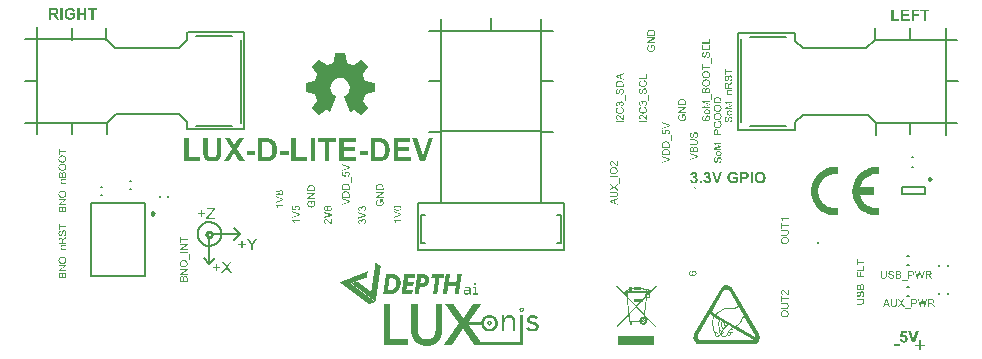
<source format=gto>
G04*
G04 #@! TF.GenerationSoftware,Altium Limited,Altium Designer,21.7.2 (23)*
G04*
G04 Layer_Color=65535*
%FSLAX44Y44*%
%MOMM*%
G71*
G04*
G04 #@! TF.SameCoordinates,95293772-FAB2-4DE1-B68E-DB320B3E22A3*
G04*
G04*
G04 #@! TF.FilePolarity,Positive*
G04*
G01*
G75*
%ADD10C,0.2500*%
%ADD11C,0.2000*%
%ADD12C,0.2540*%
G36*
X-24810Y-173415D02*
X-24896D01*
Y-174015D01*
X-24982D01*
Y-174615D01*
X-25067D01*
Y-175130D01*
X-25153D01*
Y-175730D01*
X-25239D01*
Y-176331D01*
X-25325D01*
Y-176931D01*
X-25410D01*
Y-177531D01*
X-25496D01*
Y-178131D01*
X-25582D01*
Y-178646D01*
X-25668D01*
Y-179246D01*
X-25753D01*
Y-179846D01*
X-25839D01*
Y-180447D01*
X-25925D01*
Y-181047D01*
X-26011D01*
Y-181562D01*
X-26096D01*
Y-182162D01*
X-26182D01*
Y-182762D01*
X-26268D01*
Y-183363D01*
X-26354D01*
Y-183963D01*
X-26439D01*
Y-184563D01*
X-26525D01*
Y-185078D01*
X-26611D01*
Y-185678D01*
X-26697D01*
Y-186278D01*
X-26783D01*
Y-186878D01*
X-26868D01*
Y-187479D01*
X-26954D01*
Y-187993D01*
X-27040D01*
Y-188594D01*
X-27125D01*
Y-189194D01*
X-27211D01*
Y-189794D01*
X-27297D01*
Y-190309D01*
X-30899D01*
Y-189966D01*
X-30813D01*
Y-189365D01*
X-30727D01*
Y-188765D01*
X-30642D01*
Y-188251D01*
X-30556D01*
Y-187650D01*
X-30470D01*
Y-187050D01*
X-30384D01*
Y-186450D01*
X-30299D01*
Y-185849D01*
X-30213D01*
Y-185249D01*
X-30127D01*
Y-184735D01*
X-30041D01*
Y-184134D01*
X-29955D01*
Y-183534D01*
X-29870D01*
Y-183191D01*
X-36301D01*
Y-183791D01*
X-36387D01*
Y-184391D01*
X-36473D01*
Y-184906D01*
X-36559D01*
Y-185506D01*
X-36644D01*
Y-185849D01*
Y-185935D01*
Y-186107D01*
X-36730D01*
Y-186707D01*
X-36816D01*
Y-187307D01*
X-36902D01*
Y-187908D01*
X-36987D01*
Y-188422D01*
X-37073D01*
Y-189022D01*
X-37159D01*
Y-189623D01*
X-37245D01*
Y-190223D01*
X-37330D01*
Y-190309D01*
X-40846D01*
Y-189794D01*
X-40761D01*
Y-189280D01*
X-40675D01*
Y-188679D01*
X-40589D01*
Y-188079D01*
X-40503D01*
Y-187479D01*
X-40418D01*
Y-186878D01*
X-40332D01*
Y-186278D01*
X-40246D01*
Y-185678D01*
X-40160D01*
Y-185163D01*
X-40075D01*
Y-184563D01*
X-39989D01*
Y-183963D01*
X-39903D01*
Y-183363D01*
X-39817D01*
Y-182762D01*
X-39732D01*
Y-182162D01*
X-39646D01*
Y-181647D01*
X-39560D01*
Y-181047D01*
X-39474D01*
Y-180447D01*
X-39389D01*
Y-179846D01*
X-39303D01*
Y-179246D01*
X-39217D01*
Y-178646D01*
X-39131D01*
Y-178046D01*
X-39046D01*
Y-177531D01*
X-38960D01*
Y-176931D01*
X-38874D01*
Y-176331D01*
X-38788D01*
Y-175730D01*
X-38702D01*
Y-175130D01*
X-38617D01*
Y-174530D01*
X-38531D01*
Y-173929D01*
X-38445D01*
Y-173415D01*
X-38359D01*
Y-173243D01*
X-34843D01*
Y-173844D01*
X-34929D01*
Y-174444D01*
X-35015D01*
Y-175130D01*
X-35101D01*
Y-175730D01*
X-35187D01*
Y-176331D01*
X-35272D01*
Y-176931D01*
X-35358D01*
Y-177531D01*
X-35444D01*
Y-178131D01*
X-35530D01*
Y-178732D01*
X-35615D01*
Y-179332D01*
X-35701D01*
Y-179675D01*
X-29355D01*
Y-179418D01*
X-29269D01*
Y-178817D01*
X-29184D01*
Y-178217D01*
X-29098D01*
Y-177617D01*
X-29012D01*
Y-177102D01*
X-28926D01*
Y-176502D01*
X-28841D01*
Y-175902D01*
X-28755D01*
Y-175301D01*
X-28669D01*
Y-174701D01*
X-28583D01*
Y-174101D01*
X-28498D01*
Y-173500D01*
X-28412D01*
Y-173243D01*
X-24810D01*
Y-173415D01*
D02*
G37*
G36*
X-12890Y-181047D02*
X-12718D01*
Y-181133D01*
X-12633D01*
Y-181219D01*
X-12547D01*
Y-181304D01*
Y-182419D01*
X-12633D01*
Y-182505D01*
X-12718D01*
Y-182591D01*
X-12890D01*
Y-182676D01*
X-13919D01*
Y-182591D01*
X-14176D01*
Y-182505D01*
X-14262D01*
Y-182248D01*
X-14348D01*
Y-181390D01*
X-14262D01*
Y-181133D01*
X-14176D01*
Y-181047D01*
X-13919D01*
Y-180961D01*
X-12890D01*
Y-181047D01*
D02*
G37*
G36*
X-97788Y-163896D02*
X-97617D01*
Y-163982D01*
X-97531D01*
Y-164067D01*
X-97360D01*
Y-164153D01*
X-97274D01*
Y-164239D01*
X-97102D01*
Y-164325D01*
X-97016D01*
Y-164410D01*
X-96845D01*
Y-164496D01*
X-96759D01*
Y-164582D01*
X-96588D01*
Y-164668D01*
X-96502D01*
Y-164753D01*
X-96330D01*
Y-164839D01*
X-96245D01*
Y-164925D01*
X-96073D01*
Y-165011D01*
X-95987D01*
Y-165096D01*
X-95816D01*
Y-165182D01*
X-95730D01*
Y-165268D01*
X-95559D01*
Y-165354D01*
X-95473D01*
Y-165439D01*
X-95301D01*
Y-165525D01*
X-95216D01*
Y-165611D01*
X-95130D01*
Y-165697D01*
X-94958D01*
Y-165783D01*
X-94873D01*
Y-165868D01*
X-94701D01*
Y-165954D01*
X-94615D01*
Y-166040D01*
X-94444D01*
Y-166126D01*
X-94358D01*
Y-166211D01*
X-94186D01*
Y-166297D01*
X-94101D01*
Y-166383D01*
X-93929D01*
Y-166469D01*
X-93843D01*
Y-166554D01*
X-93672D01*
Y-166640D01*
X-93586D01*
Y-166726D01*
X-93415D01*
Y-167069D01*
X-93500D01*
Y-167583D01*
X-93586D01*
Y-168184D01*
X-93672D01*
Y-168784D01*
X-93758D01*
Y-169384D01*
X-93843D01*
Y-169899D01*
X-93929D01*
Y-170499D01*
X-94015D01*
Y-171099D01*
X-94101D01*
Y-171700D01*
X-94186D01*
Y-172300D01*
X-94272D01*
Y-172815D01*
X-94358D01*
Y-173415D01*
X-94444D01*
Y-174015D01*
X-94530D01*
Y-174615D01*
X-94615D01*
Y-175216D01*
X-94701D01*
Y-175730D01*
X-94787D01*
Y-176331D01*
X-94873D01*
Y-176931D01*
X-94958D01*
Y-177531D01*
X-95044D01*
Y-178131D01*
X-95130D01*
Y-178646D01*
X-95216D01*
Y-179246D01*
X-95301D01*
Y-179846D01*
X-95387D01*
Y-180447D01*
X-95473D01*
Y-181047D01*
X-95559D01*
Y-181562D01*
X-95644D01*
Y-182162D01*
X-95730D01*
Y-182762D01*
X-95816D01*
Y-183363D01*
X-95902D01*
Y-183877D01*
X-95987D01*
Y-184477D01*
X-96073D01*
Y-185078D01*
X-96159D01*
Y-185678D01*
X-96245D01*
Y-186278D01*
X-96330D01*
Y-186793D01*
X-96416D01*
Y-187393D01*
X-96502D01*
Y-187993D01*
X-96588D01*
Y-188594D01*
X-96673D01*
Y-189194D01*
X-96759D01*
Y-189708D01*
X-96845D01*
Y-190309D01*
X-96931D01*
Y-190909D01*
X-97016D01*
Y-191509D01*
X-97102D01*
Y-192110D01*
X-97188D01*
Y-192624D01*
X-97274D01*
Y-193224D01*
X-97360D01*
Y-193825D01*
X-97445D01*
Y-194425D01*
X-97531D01*
Y-195025D01*
X-97617D01*
Y-195540D01*
X-97703D01*
Y-196140D01*
X-97788D01*
Y-196655D01*
X-97874D01*
Y-196569D01*
X-97960D01*
Y-196483D01*
X-98046D01*
Y-196397D01*
X-98217D01*
Y-196312D01*
X-98303D01*
Y-196226D01*
X-98389D01*
Y-196140D01*
X-98560D01*
Y-196054D01*
X-98646D01*
Y-195969D01*
X-98732D01*
Y-195883D01*
X-98903D01*
Y-195797D01*
X-98989D01*
Y-195711D01*
X-99075D01*
Y-195625D01*
X-99246D01*
Y-195540D01*
X-99332D01*
Y-195454D01*
X-99418D01*
Y-195368D01*
X-99589D01*
Y-195282D01*
X-99675D01*
Y-195197D01*
X-99761D01*
Y-195111D01*
X-99932D01*
Y-195025D01*
X-100018D01*
Y-194939D01*
X-100104D01*
Y-194854D01*
X-100275D01*
Y-194768D01*
X-100361D01*
Y-194682D01*
X-100447D01*
Y-194597D01*
X-100618D01*
Y-194511D01*
X-100704D01*
Y-194425D01*
X-100790D01*
Y-194339D01*
X-100961D01*
Y-194254D01*
X-101047D01*
Y-194168D01*
X-101133D01*
Y-194082D01*
X-101304D01*
Y-193996D01*
X-101390D01*
Y-193910D01*
X-101476D01*
Y-193825D01*
X-101647D01*
Y-193739D01*
X-101733D01*
Y-193653D01*
X-101819D01*
Y-193567D01*
X-101990D01*
Y-193482D01*
X-102076D01*
Y-193396D01*
X-102162D01*
Y-193310D01*
X-102333D01*
Y-193224D01*
X-102419D01*
Y-193139D01*
X-102505D01*
Y-193053D01*
X-102676D01*
Y-192967D01*
X-102762D01*
Y-192881D01*
X-102848D01*
Y-192796D01*
X-103019D01*
Y-192710D01*
X-103105D01*
Y-192624D01*
X-103191D01*
Y-192538D01*
X-103362D01*
Y-192453D01*
X-103448D01*
Y-192367D01*
X-103534D01*
Y-192281D01*
X-103705D01*
Y-192195D01*
X-103791D01*
Y-192110D01*
X-103877D01*
Y-192024D01*
X-104049D01*
Y-191938D01*
X-104134D01*
Y-191852D01*
X-104220D01*
Y-191766D01*
X-104391D01*
Y-191681D01*
X-104477D01*
Y-191595D01*
X-104563D01*
Y-191509D01*
X-104734D01*
Y-191423D01*
X-104820D01*
Y-191338D01*
X-104906D01*
Y-191252D01*
X-105077D01*
Y-191166D01*
X-105163D01*
Y-191080D01*
X-105249D01*
Y-190995D01*
X-105421D01*
Y-190909D01*
X-105506D01*
Y-190823D01*
X-105592D01*
Y-190737D01*
X-105764D01*
Y-190652D01*
X-105849D01*
Y-190566D01*
X-105935D01*
Y-190480D01*
X-106107D01*
Y-190394D01*
X-106192D01*
Y-190309D01*
X-106278D01*
Y-190223D01*
X-106364D01*
Y-190137D01*
X-106535D01*
Y-190051D01*
X-106621D01*
Y-189966D01*
X-106707D01*
Y-189880D01*
X-106878D01*
Y-189794D01*
X-106964D01*
Y-189708D01*
X-107050D01*
Y-189623D01*
X-107221D01*
Y-189537D01*
X-107307D01*
Y-189451D01*
X-107393D01*
Y-189365D01*
X-107564D01*
Y-189280D01*
X-107650D01*
Y-189194D01*
X-107736D01*
Y-189108D01*
X-107907D01*
Y-189022D01*
X-107993D01*
Y-188937D01*
X-108079D01*
Y-188851D01*
X-108251D01*
Y-188765D01*
X-108336D01*
Y-188679D01*
X-108422D01*
Y-188594D01*
X-108594D01*
Y-188508D01*
X-108679D01*
Y-188422D01*
X-108765D01*
Y-188336D01*
X-108937D01*
Y-188251D01*
X-109022D01*
Y-188165D01*
X-109108D01*
Y-188079D01*
X-109280D01*
Y-187993D01*
X-109365D01*
Y-187908D01*
X-109451D01*
Y-187822D01*
X-109623D01*
Y-187736D01*
X-109708D01*
Y-187650D01*
X-109794D01*
Y-187565D01*
X-109966D01*
Y-187479D01*
X-110051D01*
Y-187393D01*
X-110137D01*
Y-187307D01*
X-110309D01*
Y-187222D01*
X-110394D01*
Y-187136D01*
X-110480D01*
Y-187050D01*
X-110652D01*
Y-186964D01*
X-110737D01*
Y-186878D01*
X-110823D01*
Y-186793D01*
X-110995D01*
Y-186707D01*
X-111080D01*
Y-186621D01*
X-111166D01*
Y-186535D01*
X-111338D01*
Y-186450D01*
X-111423D01*
Y-186364D01*
X-111509D01*
Y-186278D01*
X-111681D01*
Y-186192D01*
X-111767D01*
Y-186107D01*
X-111852D01*
Y-186021D01*
X-112024D01*
Y-185935D01*
X-112109D01*
Y-185849D01*
X-112195D01*
Y-185764D01*
X-112367D01*
Y-185678D01*
X-112452D01*
Y-185592D01*
X-112538D01*
Y-185506D01*
X-112710D01*
Y-185421D01*
X-112796D01*
Y-185335D01*
X-112881D01*
Y-185249D01*
X-113053D01*
Y-185163D01*
X-113139D01*
Y-185078D01*
X-113224D01*
Y-184992D01*
X-113396D01*
Y-184906D01*
X-113482D01*
Y-184820D01*
X-113567D01*
Y-184735D01*
X-113739D01*
Y-184649D01*
X-113825D01*
Y-184563D01*
X-113910D01*
Y-184477D01*
X-114082D01*
Y-184391D01*
X-114168D01*
Y-184306D01*
X-114253D01*
Y-184220D01*
X-114425D01*
Y-184134D01*
X-114511D01*
Y-184049D01*
X-114596D01*
Y-183963D01*
X-114768D01*
Y-183877D01*
X-114854D01*
Y-183791D01*
X-114939D01*
Y-183706D01*
X-115111D01*
Y-183620D01*
X-115197D01*
Y-183534D01*
X-115282D01*
Y-183448D01*
X-115454D01*
Y-183363D01*
X-115540D01*
Y-183277D01*
X-115625D01*
Y-183191D01*
X-115797D01*
Y-183105D01*
X-115883D01*
Y-183019D01*
X-115969D01*
Y-182934D01*
X-116140D01*
Y-182848D01*
X-116226D01*
Y-182762D01*
X-116312D01*
Y-182676D01*
X-116483D01*
Y-182591D01*
X-116569D01*
Y-182505D01*
X-116655D01*
Y-182419D01*
X-116826D01*
Y-182333D01*
X-116912D01*
Y-182248D01*
X-116998D01*
Y-182162D01*
X-117169D01*
Y-182076D01*
X-117255D01*
Y-181990D01*
X-117341D01*
Y-181905D01*
X-117512D01*
Y-181819D01*
X-117598D01*
Y-181733D01*
X-117684D01*
Y-181647D01*
X-117855D01*
Y-181562D01*
X-117941D01*
Y-181476D01*
X-118027D01*
Y-181390D01*
X-118198D01*
Y-181219D01*
X-117941D01*
Y-181133D01*
X-117684D01*
Y-181047D01*
X-117426D01*
Y-180961D01*
X-117169D01*
Y-180875D01*
X-116912D01*
Y-180790D01*
X-116740D01*
Y-180704D01*
X-116483D01*
Y-180618D01*
X-116226D01*
Y-180532D01*
X-115969D01*
Y-180447D01*
X-115711D01*
Y-180361D01*
X-115540D01*
Y-180275D01*
X-115282D01*
Y-180189D01*
X-115025D01*
Y-180104D01*
X-114768D01*
Y-180018D01*
X-114511D01*
Y-179932D01*
X-114253D01*
Y-179846D01*
X-114082D01*
Y-179761D01*
X-113825D01*
Y-179675D01*
X-113567D01*
Y-179589D01*
X-113224D01*
Y-179675D01*
X-113139D01*
Y-179761D01*
X-113053D01*
Y-179846D01*
X-112881D01*
Y-179932D01*
X-112796D01*
Y-180018D01*
X-112710D01*
Y-180104D01*
X-112538D01*
Y-180189D01*
X-112452D01*
Y-180275D01*
X-112367D01*
Y-180361D01*
X-112195D01*
Y-180447D01*
X-112109D01*
Y-180532D01*
X-112024D01*
Y-180618D01*
X-111852D01*
Y-180704D01*
X-111767D01*
Y-180790D01*
X-111595D01*
Y-180875D01*
X-111509D01*
Y-180961D01*
X-111423D01*
Y-181047D01*
X-111252D01*
Y-181133D01*
X-111166D01*
Y-181219D01*
X-111080D01*
Y-181304D01*
X-110909D01*
Y-181390D01*
X-110823D01*
Y-181476D01*
X-110737D01*
Y-181562D01*
X-110566D01*
Y-181647D01*
X-110480D01*
Y-181733D01*
X-110394D01*
Y-181819D01*
X-110223D01*
Y-181905D01*
X-110137D01*
Y-181990D01*
X-110051D01*
Y-182076D01*
X-109880D01*
Y-182162D01*
X-109794D01*
Y-182248D01*
X-109708D01*
Y-182333D01*
X-109537D01*
Y-182419D01*
X-109451D01*
Y-182505D01*
X-109365D01*
Y-182591D01*
X-109194D01*
Y-182676D01*
X-109108D01*
Y-182762D01*
X-109022D01*
Y-182848D01*
X-108851D01*
Y-182934D01*
X-108765D01*
Y-183019D01*
X-108679D01*
Y-183105D01*
X-108508D01*
Y-183191D01*
X-108422D01*
Y-183277D01*
X-108336D01*
Y-183363D01*
X-108165D01*
Y-183448D01*
X-108079D01*
Y-183534D01*
X-107993D01*
Y-183620D01*
X-107822D01*
Y-183706D01*
X-107736D01*
Y-183791D01*
X-107564D01*
Y-183877D01*
X-107479D01*
Y-183963D01*
X-107393D01*
Y-184049D01*
X-107221D01*
Y-184134D01*
X-107136D01*
Y-184220D01*
X-107050D01*
Y-184306D01*
X-106878D01*
Y-184391D01*
X-106793D01*
Y-184477D01*
X-106707D01*
Y-184563D01*
X-106535D01*
Y-184649D01*
X-106450D01*
Y-184735D01*
X-106364D01*
Y-184820D01*
X-106192D01*
Y-184906D01*
X-106107D01*
Y-184992D01*
X-106021D01*
Y-185078D01*
X-105849D01*
Y-185163D01*
X-105764D01*
Y-185249D01*
X-105678D01*
Y-185335D01*
X-105506D01*
Y-185421D01*
X-105421D01*
Y-185506D01*
X-105335D01*
Y-185592D01*
X-105163D01*
Y-185678D01*
X-105077D01*
Y-185764D01*
X-104992D01*
Y-185849D01*
X-104820D01*
Y-185935D01*
X-104734D01*
Y-186021D01*
X-104649D01*
Y-186107D01*
X-104477D01*
Y-186192D01*
X-104391D01*
Y-186278D01*
X-104306D01*
Y-186364D01*
X-104134D01*
Y-186450D01*
X-104049D01*
Y-186535D01*
X-103877D01*
Y-186621D01*
X-103791D01*
Y-186707D01*
X-103705D01*
Y-186793D01*
X-103534D01*
Y-186878D01*
X-103448D01*
Y-186964D01*
X-103362D01*
Y-187050D01*
X-103191D01*
Y-187136D01*
X-103105D01*
Y-187222D01*
X-103019D01*
Y-187307D01*
X-102848D01*
Y-187393D01*
X-102762D01*
Y-187479D01*
X-102676D01*
Y-187565D01*
X-102505D01*
Y-187650D01*
X-102419D01*
Y-187736D01*
X-102333D01*
Y-187822D01*
X-102162D01*
Y-187908D01*
X-102076D01*
Y-187993D01*
X-101990D01*
Y-188079D01*
X-101819D01*
Y-188165D01*
X-101561D01*
Y-188079D01*
X-101476D01*
Y-187822D01*
X-101390D01*
Y-187222D01*
X-101304D01*
Y-186621D01*
X-101219D01*
Y-186021D01*
X-101133D01*
Y-185506D01*
X-101047D01*
Y-184906D01*
X-100961D01*
Y-184306D01*
X-100876D01*
Y-183706D01*
X-100790D01*
Y-183105D01*
X-100704D01*
Y-182591D01*
X-100618D01*
Y-181990D01*
X-100533D01*
Y-181390D01*
X-100447D01*
Y-180790D01*
X-100361D01*
Y-180189D01*
X-100275D01*
Y-179589D01*
X-100189D01*
Y-179075D01*
X-100104D01*
Y-178474D01*
X-100018D01*
Y-177874D01*
X-99932D01*
Y-177274D01*
X-99846D01*
Y-176674D01*
X-99761D01*
Y-176159D01*
X-99675D01*
Y-175559D01*
X-99589D01*
Y-174958D01*
X-99503D01*
Y-174358D01*
X-99418D01*
Y-173758D01*
X-99332D01*
Y-173243D01*
X-99246D01*
Y-172643D01*
X-99160D01*
Y-172043D01*
X-99075D01*
Y-171442D01*
X-98989D01*
Y-170842D01*
X-98903D01*
Y-170242D01*
X-98817D01*
Y-169727D01*
X-98732D01*
Y-169127D01*
X-98646D01*
Y-168527D01*
X-98560D01*
Y-167926D01*
X-98474D01*
Y-167326D01*
X-98389D01*
Y-166812D01*
X-98303D01*
Y-166211D01*
X-98217D01*
Y-165611D01*
X-98131D01*
Y-165011D01*
X-98046D01*
Y-164410D01*
X-97960D01*
Y-163810D01*
X-97788D01*
Y-163896D01*
D02*
G37*
G36*
X-39732Y-173844D02*
X-39817D01*
Y-174358D01*
X-39903D01*
Y-174958D01*
X-39989D01*
Y-175559D01*
X-40075D01*
Y-176159D01*
X-40160D01*
Y-176331D01*
X-43676D01*
Y-176931D01*
X-43762D01*
Y-177531D01*
X-43848D01*
Y-178046D01*
X-43934D01*
Y-178646D01*
X-44019D01*
Y-179246D01*
X-44105D01*
Y-179846D01*
X-44191D01*
Y-180447D01*
X-44277D01*
Y-181047D01*
X-44362D01*
Y-181562D01*
X-44448D01*
Y-182162D01*
X-44534D01*
Y-182762D01*
X-44620D01*
Y-183363D01*
X-44705D01*
Y-183963D01*
X-44791D01*
Y-184563D01*
X-44877D01*
Y-185078D01*
X-44963D01*
Y-185678D01*
X-45048D01*
Y-186278D01*
X-45134D01*
Y-186878D01*
X-45220D01*
Y-187479D01*
X-45306D01*
Y-188079D01*
X-45392D01*
Y-188594D01*
X-45477D01*
Y-189194D01*
X-45563D01*
Y-189794D01*
X-45649D01*
Y-190309D01*
X-49165D01*
Y-189794D01*
X-49079D01*
Y-189194D01*
X-48993D01*
Y-188594D01*
X-48907D01*
Y-187993D01*
X-48822D01*
Y-187393D01*
X-48736D01*
Y-186793D01*
X-48650D01*
Y-186192D01*
X-48564D01*
Y-185592D01*
X-48479D01*
Y-184992D01*
X-48393D01*
Y-184477D01*
X-48307D01*
Y-183877D01*
X-48221D01*
Y-183277D01*
X-48136D01*
Y-182676D01*
X-48050D01*
Y-182076D01*
X-47964D01*
Y-181476D01*
X-47878D01*
Y-180875D01*
X-47793D01*
Y-180275D01*
X-47707D01*
Y-179675D01*
X-47621D01*
Y-179075D01*
X-47535D01*
Y-178474D01*
X-47450D01*
Y-177960D01*
X-47364D01*
Y-177360D01*
X-47278D01*
Y-176759D01*
X-47192D01*
Y-176331D01*
X-50623D01*
Y-176159D01*
X-50537D01*
Y-175559D01*
X-50451D01*
Y-174873D01*
X-50365D01*
Y-174272D01*
X-50280D01*
Y-173672D01*
X-50194D01*
Y-173586D01*
Y-173243D01*
X-39732D01*
Y-173844D01*
D02*
G37*
G36*
X-57483Y-173329D02*
X-56883D01*
Y-173415D01*
X-56454D01*
Y-173500D01*
X-56111D01*
Y-173586D01*
X-55768D01*
Y-173672D01*
X-55596D01*
Y-173758D01*
X-55339D01*
Y-173844D01*
X-55168D01*
Y-173929D01*
X-54996D01*
Y-174015D01*
X-54825D01*
Y-174101D01*
X-54653D01*
Y-174187D01*
X-54482D01*
Y-174272D01*
X-54396D01*
Y-174358D01*
X-54224D01*
Y-174444D01*
X-54139D01*
Y-174530D01*
X-54053D01*
Y-174615D01*
X-53967D01*
Y-174701D01*
X-53881D01*
Y-174787D01*
X-53795D01*
Y-174873D01*
X-53710D01*
Y-174958D01*
X-53624D01*
Y-175044D01*
X-53538D01*
Y-175130D01*
X-53453D01*
Y-175216D01*
X-53367D01*
Y-175301D01*
X-53281D01*
Y-175473D01*
X-53195D01*
Y-175644D01*
X-53109D01*
Y-175730D01*
X-53024D01*
Y-175902D01*
X-52938D01*
Y-176073D01*
X-52852D01*
Y-176331D01*
X-52766D01*
Y-176588D01*
X-52681D01*
Y-176845D01*
X-52595D01*
Y-177188D01*
X-52509D01*
Y-177788D01*
X-52424D01*
Y-179418D01*
X-52509D01*
Y-179932D01*
X-52595D01*
Y-180275D01*
X-52681D01*
Y-180532D01*
X-52766D01*
Y-180790D01*
X-52852D01*
Y-180961D01*
X-52938D01*
Y-181133D01*
X-53024D01*
Y-181304D01*
X-53109D01*
Y-181476D01*
X-53195D01*
Y-181647D01*
X-53281D01*
Y-181819D01*
X-53367D01*
Y-181905D01*
X-53453D01*
Y-182076D01*
X-53538D01*
Y-182162D01*
X-53624D01*
Y-182248D01*
X-53710D01*
Y-182333D01*
X-53795D01*
Y-182419D01*
X-53881D01*
Y-182591D01*
X-53967D01*
Y-182676D01*
X-54053D01*
Y-182762D01*
X-54224D01*
Y-182848D01*
X-54310D01*
Y-182934D01*
X-54396D01*
Y-183019D01*
X-54482D01*
Y-183105D01*
X-54653D01*
Y-183191D01*
X-54739D01*
Y-183277D01*
X-54910D01*
Y-183363D01*
X-55082D01*
Y-183448D01*
X-55253D01*
Y-183534D01*
X-55425D01*
Y-183620D01*
X-55596D01*
Y-183706D01*
X-55768D01*
Y-183791D01*
X-56111D01*
Y-183877D01*
X-56368D01*
Y-183963D01*
X-56968D01*
Y-184049D01*
X-57998D01*
Y-184134D01*
X-60399D01*
Y-184477D01*
X-60484D01*
Y-185078D01*
X-60570D01*
Y-185678D01*
X-60656D01*
Y-186278D01*
X-60742D01*
Y-186793D01*
X-60827D01*
Y-187393D01*
X-60913D01*
Y-187993D01*
X-60999D01*
Y-188594D01*
X-61085D01*
Y-189194D01*
X-61171D01*
Y-189708D01*
X-61256D01*
Y-190309D01*
X-64858D01*
Y-189966D01*
X-64772D01*
Y-189365D01*
X-64686D01*
Y-188765D01*
X-64601D01*
Y-188165D01*
X-64515D01*
Y-187565D01*
X-64429D01*
Y-186964D01*
X-64344D01*
Y-186364D01*
X-64258D01*
Y-185764D01*
X-64172D01*
Y-185163D01*
X-64086D01*
Y-184563D01*
X-64001D01*
Y-184049D01*
X-63915D01*
Y-183448D01*
X-63829D01*
Y-182848D01*
X-63743D01*
Y-182248D01*
X-63657D01*
Y-181647D01*
X-63572D01*
Y-181047D01*
X-63486D01*
Y-180447D01*
X-63400D01*
Y-179846D01*
X-63314D01*
Y-179246D01*
X-63229D01*
Y-178646D01*
X-63143D01*
Y-178046D01*
X-63057D01*
Y-177445D01*
X-62971D01*
Y-176931D01*
X-62886D01*
Y-176331D01*
X-62800D01*
Y-175730D01*
X-62714D01*
Y-175130D01*
X-62628D01*
Y-174530D01*
X-62543D01*
Y-173929D01*
X-62457D01*
Y-173329D01*
X-62371D01*
Y-173243D01*
X-57483D01*
Y-173329D01*
D02*
G37*
G36*
X-64086Y-173758D02*
X-64172D01*
Y-174358D01*
X-64258D01*
Y-174958D01*
X-64344D01*
Y-175473D01*
X-64429D01*
Y-176073D01*
X-64515D01*
Y-176331D01*
X-70261D01*
Y-176845D01*
X-70346D01*
Y-177445D01*
X-70432D01*
Y-177874D01*
Y-177960D01*
Y-178046D01*
X-70518D01*
Y-178560D01*
X-70604D01*
Y-179160D01*
X-70689D01*
Y-179761D01*
X-70775D01*
Y-180018D01*
X-65373D01*
Y-180361D01*
X-65458D01*
Y-180875D01*
X-65544D01*
Y-181476D01*
X-65630D01*
Y-181990D01*
X-65716D01*
Y-182505D01*
X-65801D01*
Y-183105D01*
X-71204D01*
Y-183191D01*
X-71290D01*
Y-183706D01*
X-71375D01*
Y-184306D01*
X-71461D01*
Y-184820D01*
X-71547D01*
Y-185421D01*
X-71633D01*
Y-186021D01*
X-71719D01*
Y-186535D01*
X-71804D01*
Y-187136D01*
X-71890D01*
Y-187222D01*
X-66316D01*
Y-187393D01*
X-66402D01*
Y-187908D01*
X-66487D01*
Y-188508D01*
X-66573D01*
Y-189108D01*
X-66659D01*
Y-189708D01*
X-66745D01*
Y-190309D01*
X-75921D01*
Y-190051D01*
X-75835D01*
Y-189451D01*
X-75749D01*
Y-188937D01*
X-75663D01*
Y-188336D01*
X-75578D01*
Y-187736D01*
X-75492D01*
Y-187222D01*
X-75406D01*
Y-186621D01*
X-75320D01*
Y-186107D01*
X-75234D01*
Y-185506D01*
X-75149D01*
Y-184906D01*
X-75063D01*
Y-184391D01*
X-74977D01*
Y-183791D01*
X-74892D01*
Y-183277D01*
X-74806D01*
Y-182676D01*
X-74720D01*
Y-182076D01*
X-74634D01*
Y-181562D01*
X-74549D01*
Y-180961D01*
X-74463D01*
Y-180447D01*
X-74377D01*
Y-179846D01*
X-74291D01*
Y-179246D01*
X-74205D01*
Y-178732D01*
X-74120D01*
Y-178131D01*
X-74034D01*
Y-177617D01*
X-73948D01*
Y-177017D01*
X-73862D01*
Y-176416D01*
X-73777D01*
Y-175902D01*
X-73691D01*
Y-175301D01*
X-73605D01*
Y-174787D01*
X-73519D01*
Y-174187D01*
X-73434D01*
Y-173586D01*
X-73348D01*
Y-173243D01*
X-64086D01*
Y-173758D01*
D02*
G37*
G36*
X-83467Y-173329D02*
X-82952D01*
Y-173415D01*
X-82524D01*
Y-173500D01*
X-82181D01*
Y-173586D01*
X-81924D01*
Y-173672D01*
X-81580D01*
Y-173758D01*
X-81323D01*
Y-173844D01*
X-81152D01*
Y-173929D01*
X-80894D01*
Y-174015D01*
X-80723D01*
Y-174101D01*
X-80466D01*
Y-174187D01*
X-80294D01*
Y-174272D01*
X-80123D01*
Y-174358D01*
X-80037D01*
Y-174444D01*
X-79865D01*
Y-174530D01*
X-79694D01*
Y-174615D01*
X-79608D01*
Y-174701D01*
X-79436D01*
Y-174787D01*
X-79351D01*
Y-174873D01*
X-79265D01*
Y-174958D01*
X-79179D01*
Y-175044D01*
X-79093D01*
Y-175130D01*
X-78922D01*
Y-175216D01*
X-78836D01*
Y-175301D01*
X-78751D01*
Y-175387D01*
X-78665D01*
Y-175473D01*
X-78579D01*
Y-175559D01*
X-78493D01*
Y-175730D01*
X-78408D01*
Y-175816D01*
X-78322D01*
Y-175902D01*
X-78236D01*
Y-175987D01*
X-78150D01*
Y-176073D01*
X-78064D01*
Y-176245D01*
X-77979D01*
Y-176331D01*
X-77893D01*
Y-176502D01*
X-77807D01*
Y-176588D01*
X-77721D01*
Y-176759D01*
X-77636D01*
Y-176931D01*
X-77550D01*
Y-177017D01*
X-77464D01*
Y-177188D01*
X-77378D01*
Y-177360D01*
X-77293D01*
Y-177617D01*
X-77207D01*
Y-177788D01*
X-77121D01*
Y-178046D01*
X-77035D01*
Y-178303D01*
X-76950D01*
Y-178560D01*
X-76864D01*
Y-178903D01*
X-76778D01*
Y-179332D01*
X-76692D01*
Y-179932D01*
X-76607D01*
Y-181990D01*
X-76692D01*
Y-182676D01*
X-76778D01*
Y-183105D01*
X-76864D01*
Y-183534D01*
X-76950D01*
Y-183877D01*
X-77035D01*
Y-184134D01*
X-77121D01*
Y-184391D01*
X-77207D01*
Y-184649D01*
X-77293D01*
Y-184820D01*
X-77378D01*
Y-184992D01*
X-77464D01*
Y-185249D01*
X-77550D01*
Y-185421D01*
X-77636D01*
Y-185592D01*
X-77721D01*
Y-185764D01*
X-77807D01*
Y-185935D01*
X-77893D01*
Y-186021D01*
X-77979D01*
Y-186192D01*
X-78064D01*
Y-186364D01*
X-78150D01*
Y-186450D01*
X-78236D01*
Y-186621D01*
X-78322D01*
Y-186707D01*
X-78408D01*
Y-186793D01*
X-78493D01*
Y-186964D01*
X-78579D01*
Y-187050D01*
X-78665D01*
Y-187136D01*
X-78751D01*
Y-187307D01*
X-78836D01*
Y-187393D01*
X-78922D01*
Y-187479D01*
X-79008D01*
Y-187565D01*
X-79093D01*
Y-187650D01*
X-79179D01*
Y-187736D01*
X-79265D01*
Y-187822D01*
X-79351D01*
Y-187908D01*
X-79436D01*
Y-187993D01*
X-79522D01*
Y-188079D01*
X-79608D01*
Y-188165D01*
X-79694D01*
Y-188251D01*
X-79865D01*
Y-188336D01*
X-79951D01*
Y-188422D01*
X-80037D01*
Y-188508D01*
X-80123D01*
Y-188594D01*
X-80294D01*
Y-188679D01*
X-80380D01*
Y-188765D01*
X-80466D01*
Y-188851D01*
X-80637D01*
Y-188937D01*
X-80723D01*
Y-189022D01*
X-80894D01*
Y-189108D01*
X-81066D01*
Y-189194D01*
X-81152D01*
Y-189280D01*
X-81323D01*
Y-189365D01*
X-81495D01*
Y-189451D01*
X-81666D01*
Y-189537D01*
X-81838D01*
Y-189623D01*
X-82009D01*
Y-189708D01*
X-82267D01*
Y-189794D01*
X-82438D01*
Y-189880D01*
X-82695D01*
Y-189966D01*
X-83038D01*
Y-190051D01*
X-83381D01*
Y-190137D01*
X-83896D01*
Y-190223D01*
X-84582D01*
Y-190309D01*
X-91442D01*
Y-190051D01*
X-91357D01*
Y-189537D01*
X-91271D01*
Y-188937D01*
X-91185D01*
Y-188336D01*
X-91099D01*
Y-187736D01*
X-91014D01*
Y-187136D01*
X-90928D01*
Y-186621D01*
X-90842D01*
Y-186021D01*
X-90756D01*
Y-185421D01*
X-90671D01*
Y-184820D01*
X-90585D01*
Y-184220D01*
X-90499D01*
Y-183706D01*
X-90413D01*
Y-183105D01*
X-90328D01*
Y-182505D01*
X-90242D01*
Y-181905D01*
X-90156D01*
Y-181304D01*
X-90070D01*
Y-180704D01*
X-89985D01*
Y-180189D01*
X-89899D01*
Y-179589D01*
X-89813D01*
Y-178989D01*
X-89727D01*
Y-178389D01*
X-89642D01*
Y-177788D01*
X-89556D01*
Y-177274D01*
X-89470D01*
Y-176674D01*
X-89384D01*
Y-176073D01*
X-89298D01*
Y-175473D01*
X-89213D01*
Y-174873D01*
X-89127D01*
Y-174358D01*
X-89041D01*
Y-173758D01*
X-88955D01*
Y-173243D01*
X-83467D01*
Y-173329D01*
D02*
G37*
G36*
X-13061Y-184134D02*
X-12804D01*
Y-184220D01*
X-12718D01*
Y-184306D01*
X-12633D01*
Y-184477D01*
X-12547D01*
Y-186621D01*
Y-186707D01*
Y-189623D01*
X-11261D01*
Y-189708D01*
X-11089D01*
Y-189794D01*
X-10918D01*
Y-189966D01*
X-10832D01*
Y-190480D01*
X-10918D01*
Y-190566D01*
X-11003D01*
Y-190652D01*
X-11089D01*
Y-190737D01*
X-11346D01*
Y-190823D01*
X-14948D01*
Y-190737D01*
X-15205D01*
Y-190652D01*
X-15377D01*
Y-190566D01*
X-15463D01*
Y-190309D01*
X-15548D01*
Y-190051D01*
X-15463D01*
Y-189880D01*
X-15377D01*
Y-189794D01*
X-15291D01*
Y-189708D01*
X-15034D01*
Y-189623D01*
X-13748D01*
Y-185249D01*
X-15034D01*
Y-185163D01*
X-15291D01*
Y-185078D01*
X-15377D01*
Y-184992D01*
X-15463D01*
Y-184820D01*
X-15548D01*
Y-184563D01*
X-15463D01*
Y-184306D01*
X-15377D01*
Y-184220D01*
X-15291D01*
Y-184134D01*
X-14948D01*
Y-184049D01*
X-13061D01*
Y-184134D01*
D02*
G37*
G36*
X-18893D02*
X-18464D01*
Y-184220D01*
X-18293D01*
Y-184306D01*
X-18121D01*
Y-184391D01*
X-18035D01*
Y-184477D01*
X-17864D01*
Y-184563D01*
X-17778D01*
Y-184649D01*
X-17692D01*
Y-184820D01*
X-17607D01*
Y-184906D01*
X-17521D01*
Y-184992D01*
X-17435D01*
Y-185163D01*
X-17349D01*
Y-185506D01*
X-17264D01*
Y-187393D01*
X-17178D01*
Y-190480D01*
X-17264D01*
Y-190652D01*
X-17349D01*
Y-190737D01*
X-17521D01*
Y-190823D01*
X-17864D01*
Y-190737D01*
X-18035D01*
Y-190652D01*
X-18121D01*
Y-190566D01*
X-18207D01*
Y-190394D01*
X-18293D01*
Y-190223D01*
X-18464D01*
Y-190309D01*
X-18636D01*
Y-190394D01*
X-18807D01*
Y-190480D01*
X-18979D01*
Y-190566D01*
X-19150D01*
Y-190652D01*
X-19322D01*
Y-190737D01*
X-19493D01*
Y-190823D01*
X-21466D01*
Y-190737D01*
X-21809D01*
Y-190652D01*
X-21980D01*
Y-190566D01*
X-22152D01*
Y-190480D01*
X-22323D01*
Y-190394D01*
X-22409D01*
Y-190309D01*
X-22495D01*
Y-190223D01*
X-22580D01*
Y-190137D01*
X-22666D01*
Y-190051D01*
X-22752D01*
Y-189880D01*
X-22838D01*
Y-189708D01*
X-22923D01*
Y-189365D01*
X-23009D01*
Y-187908D01*
X-22923D01*
Y-187650D01*
X-22838D01*
Y-187479D01*
X-22752D01*
Y-187307D01*
X-22666D01*
Y-187222D01*
X-22580D01*
Y-187136D01*
X-22495D01*
Y-187050D01*
X-22409D01*
Y-186964D01*
X-22323D01*
Y-186878D01*
X-22152D01*
Y-186793D01*
X-21980D01*
Y-186707D01*
X-21809D01*
Y-186621D01*
X-21380D01*
Y-186535D01*
X-18378D01*
Y-186107D01*
X-18464D01*
Y-185592D01*
X-18550D01*
Y-185421D01*
X-18721D01*
Y-185335D01*
X-18893D01*
Y-185249D01*
X-21294D01*
Y-185163D01*
X-21551D01*
Y-185078D01*
X-21637D01*
Y-184992D01*
X-21723D01*
Y-184906D01*
X-21809D01*
Y-184477D01*
X-21723D01*
Y-184306D01*
X-21637D01*
Y-184220D01*
X-21551D01*
Y-184134D01*
X-21294D01*
Y-184049D01*
X-18893D01*
Y-184134D01*
D02*
G37*
G36*
X-104477Y-171528D02*
X-104563D01*
Y-172129D01*
X-104649D01*
Y-172729D01*
X-104734D01*
Y-173329D01*
X-104820D01*
Y-173929D01*
X-104906D01*
Y-174530D01*
X-104992D01*
Y-175130D01*
X-105077D01*
Y-175730D01*
X-105163D01*
Y-176159D01*
X-105249D01*
Y-176245D01*
X-105421D01*
Y-176331D01*
X-105678D01*
Y-176416D01*
X-105849D01*
Y-176502D01*
X-106107D01*
Y-176588D01*
X-106364D01*
Y-176674D01*
X-106621D01*
Y-176759D01*
X-106878D01*
Y-176845D01*
X-107050D01*
Y-176931D01*
X-107307D01*
Y-177017D01*
X-107564D01*
Y-177102D01*
X-107822D01*
Y-177188D01*
X-108079D01*
Y-177274D01*
X-108251D01*
Y-177360D01*
X-108508D01*
Y-177445D01*
X-108765D01*
Y-177531D01*
X-109022D01*
Y-177617D01*
X-109280D01*
Y-177703D01*
X-109451D01*
Y-177788D01*
X-109708D01*
Y-177874D01*
X-109966D01*
Y-177960D01*
X-110223D01*
Y-178046D01*
X-110480D01*
Y-178131D01*
X-110652D01*
Y-178217D01*
X-110909D01*
Y-178303D01*
X-111166D01*
Y-178389D01*
X-111423D01*
Y-178474D01*
X-111681D01*
Y-178560D01*
X-111852D01*
Y-178646D01*
X-112109D01*
Y-178732D01*
X-112367D01*
Y-178817D01*
X-112624D01*
Y-178903D01*
X-112881D01*
Y-178989D01*
X-113053D01*
Y-179075D01*
X-113310D01*
Y-179160D01*
X-113567D01*
Y-179246D01*
X-113825D01*
Y-179332D01*
X-114082D01*
Y-179418D01*
X-114253D01*
Y-179503D01*
X-114511D01*
Y-179589D01*
X-114768D01*
Y-179675D01*
X-115025D01*
Y-179761D01*
X-115197D01*
Y-179846D01*
X-115454D01*
Y-179932D01*
X-115711D01*
Y-180018D01*
X-115969D01*
Y-180104D01*
X-116226D01*
Y-180189D01*
X-116397D01*
Y-180275D01*
X-116655D01*
Y-180361D01*
X-116912D01*
Y-180447D01*
X-117169D01*
Y-180532D01*
X-117426D01*
Y-180618D01*
X-117598D01*
Y-180704D01*
X-117855D01*
Y-180790D01*
X-118112D01*
Y-180875D01*
X-118370D01*
Y-180961D01*
X-118627D01*
Y-181047D01*
X-118799D01*
Y-181133D01*
X-118884D01*
Y-181304D01*
X-118799D01*
Y-181390D01*
X-118713D01*
Y-181476D01*
X-118627D01*
Y-181562D01*
X-118455D01*
Y-181647D01*
X-118370D01*
Y-181733D01*
X-118284D01*
Y-181819D01*
X-118112D01*
Y-181905D01*
X-118027D01*
Y-181990D01*
X-117941D01*
Y-182076D01*
X-117769D01*
Y-182162D01*
X-117684D01*
Y-182248D01*
X-117598D01*
Y-182333D01*
X-117426D01*
Y-182419D01*
X-117341D01*
Y-182505D01*
X-117255D01*
Y-182591D01*
X-117083D01*
Y-182676D01*
X-116998D01*
Y-182762D01*
X-116912D01*
Y-182848D01*
X-116740D01*
Y-182934D01*
X-116655D01*
Y-183019D01*
X-116569D01*
Y-183105D01*
X-116397D01*
Y-183191D01*
X-116312D01*
Y-183277D01*
X-116226D01*
Y-183363D01*
X-116054D01*
Y-183448D01*
X-115969D01*
Y-183534D01*
X-115883D01*
Y-183620D01*
X-115711D01*
Y-183706D01*
X-115625D01*
Y-183791D01*
X-115540D01*
Y-183877D01*
X-115368D01*
Y-183963D01*
X-115282D01*
Y-184049D01*
X-115197D01*
Y-184134D01*
X-115025D01*
Y-184220D01*
X-114939D01*
Y-184306D01*
X-114854D01*
Y-184391D01*
X-114682D01*
Y-184477D01*
X-114596D01*
Y-184563D01*
X-114511D01*
Y-184649D01*
X-114339D01*
Y-184735D01*
X-114253D01*
Y-184820D01*
X-114168D01*
Y-184906D01*
X-113996D01*
Y-184992D01*
X-113910D01*
Y-185078D01*
X-113825D01*
Y-185163D01*
X-113653D01*
Y-185249D01*
X-113567D01*
Y-185335D01*
X-113482D01*
Y-185421D01*
X-113310D01*
Y-185506D01*
X-113224D01*
Y-185592D01*
X-113139D01*
Y-185678D01*
X-112967D01*
Y-185764D01*
X-112881D01*
Y-185849D01*
X-112796D01*
Y-185935D01*
X-112624D01*
Y-186021D01*
X-112538D01*
Y-186107D01*
X-112452D01*
Y-186192D01*
X-112281D01*
Y-186278D01*
X-112195D01*
Y-186364D01*
X-112109D01*
Y-186450D01*
X-111938D01*
Y-186535D01*
X-111852D01*
Y-186621D01*
X-111767D01*
Y-186707D01*
X-111595D01*
Y-186793D01*
X-111509D01*
Y-186878D01*
X-111423D01*
Y-186964D01*
X-111252D01*
Y-187050D01*
X-111166D01*
Y-187136D01*
X-111080D01*
Y-187222D01*
X-110909D01*
Y-187307D01*
X-110823D01*
Y-187393D01*
X-110737D01*
Y-187479D01*
X-110566D01*
Y-187565D01*
X-110480D01*
Y-187650D01*
X-110394D01*
Y-187736D01*
X-110223D01*
Y-187822D01*
X-110137D01*
Y-187908D01*
X-110051D01*
Y-187993D01*
X-109880D01*
Y-188079D01*
X-109794D01*
Y-188165D01*
X-109708D01*
Y-188251D01*
X-109537D01*
Y-188336D01*
X-109451D01*
Y-188422D01*
X-109365D01*
Y-188508D01*
X-109194D01*
Y-188594D01*
X-109108D01*
Y-188679D01*
X-109022D01*
Y-188765D01*
X-108851D01*
Y-188851D01*
X-108765D01*
Y-188937D01*
X-108679D01*
Y-189022D01*
X-108508D01*
Y-189108D01*
X-108422D01*
Y-189194D01*
X-108336D01*
Y-189280D01*
X-108165D01*
Y-189365D01*
X-108079D01*
Y-189451D01*
X-107993D01*
Y-189537D01*
X-107822D01*
Y-189623D01*
X-107736D01*
Y-189708D01*
X-107650D01*
Y-189794D01*
X-107479D01*
Y-189880D01*
X-107393D01*
Y-189966D01*
X-107307D01*
Y-190051D01*
X-107136D01*
Y-190137D01*
X-107050D01*
Y-190223D01*
X-106964D01*
Y-190309D01*
X-106878D01*
Y-190394D01*
X-106707D01*
Y-190480D01*
X-106621D01*
Y-190566D01*
X-106535D01*
Y-190652D01*
X-106364D01*
Y-190737D01*
X-106278D01*
Y-190823D01*
X-106192D01*
Y-190909D01*
X-106021D01*
Y-190995D01*
X-105935D01*
Y-191080D01*
X-105849D01*
Y-191166D01*
X-105678D01*
Y-191252D01*
X-105592D01*
Y-191338D01*
X-105506D01*
Y-191423D01*
X-105335D01*
Y-191509D01*
X-105249D01*
Y-191595D01*
X-105163D01*
Y-191681D01*
X-104992D01*
Y-191766D01*
X-104906D01*
Y-191852D01*
X-104820D01*
Y-191938D01*
X-104649D01*
Y-192024D01*
X-104563D01*
Y-192110D01*
X-104477D01*
Y-192195D01*
X-104306D01*
Y-192281D01*
X-104220D01*
Y-192367D01*
X-104134D01*
Y-192453D01*
X-103963D01*
Y-192538D01*
X-103877D01*
Y-192624D01*
X-103791D01*
Y-192710D01*
X-103620D01*
Y-192796D01*
X-103534D01*
Y-192881D01*
X-103448D01*
Y-192967D01*
X-103277D01*
Y-193053D01*
X-103191D01*
Y-193139D01*
X-103105D01*
Y-193224D01*
X-102934D01*
Y-193310D01*
X-102848D01*
Y-193396D01*
X-102762D01*
Y-193482D01*
X-102591D01*
Y-193567D01*
X-102505D01*
Y-193653D01*
X-102419D01*
Y-193739D01*
X-102248D01*
Y-193825D01*
X-102162D01*
Y-193910D01*
X-102076D01*
Y-193996D01*
X-101905D01*
Y-194082D01*
X-101819D01*
Y-194168D01*
X-101733D01*
Y-194254D01*
X-101561D01*
Y-194339D01*
X-101476D01*
Y-194425D01*
X-101390D01*
Y-194511D01*
X-101219D01*
Y-194597D01*
X-101133D01*
Y-194682D01*
X-101047D01*
Y-194768D01*
X-100876D01*
Y-194854D01*
X-100790D01*
Y-194939D01*
X-100704D01*
Y-195025D01*
X-100533D01*
Y-195111D01*
X-100447D01*
Y-195197D01*
X-100361D01*
Y-195282D01*
X-100189D01*
Y-195368D01*
X-100104D01*
Y-195454D01*
X-100018D01*
Y-195540D01*
X-99846D01*
Y-195625D01*
X-99761D01*
Y-195711D01*
X-99675D01*
Y-195797D01*
X-99503D01*
Y-195883D01*
X-99418D01*
Y-195969D01*
X-99332D01*
Y-196054D01*
X-99160D01*
Y-196140D01*
X-99075D01*
Y-196226D01*
X-98989D01*
Y-196312D01*
X-98817D01*
Y-196397D01*
X-98732D01*
Y-196483D01*
X-98646D01*
Y-196569D01*
X-98474D01*
Y-196655D01*
X-98389D01*
Y-196740D01*
X-98303D01*
Y-196826D01*
X-98131D01*
Y-196912D01*
X-98046D01*
Y-196998D01*
X-98217D01*
Y-197083D01*
X-98474D01*
Y-197169D01*
X-98732D01*
Y-197255D01*
X-98989D01*
Y-197341D01*
X-99160D01*
Y-197426D01*
X-99418D01*
Y-197512D01*
X-99675D01*
Y-197598D01*
X-99932D01*
Y-197684D01*
X-100189D01*
Y-197769D01*
X-100447D01*
Y-197855D01*
X-100618D01*
Y-197941D01*
X-100876D01*
Y-198027D01*
X-101133D01*
Y-198113D01*
X-101390D01*
Y-198198D01*
X-101647D01*
Y-198284D01*
X-101905D01*
Y-198370D01*
X-102076D01*
Y-198456D01*
X-102333D01*
Y-198541D01*
X-102591D01*
Y-198627D01*
X-102848D01*
Y-198713D01*
X-103105D01*
Y-198799D01*
X-103448D01*
Y-198713D01*
X-103620D01*
Y-198627D01*
X-103705D01*
Y-198541D01*
X-103791D01*
Y-198456D01*
X-103963D01*
Y-198370D01*
X-104049D01*
Y-198284D01*
X-104134D01*
Y-198198D01*
X-104306D01*
Y-198113D01*
X-104391D01*
Y-198027D01*
X-104477D01*
Y-197941D01*
X-104649D01*
Y-197855D01*
X-104734D01*
Y-197769D01*
X-104820D01*
Y-197684D01*
X-104992D01*
Y-197598D01*
X-105077D01*
Y-197512D01*
X-105163D01*
Y-197426D01*
X-105335D01*
Y-197341D01*
X-105421D01*
Y-197255D01*
X-105506D01*
Y-197169D01*
X-105678D01*
Y-197083D01*
X-105764D01*
Y-196998D01*
X-105849D01*
Y-196912D01*
X-106021D01*
Y-196826D01*
X-106107D01*
Y-196740D01*
X-106192D01*
Y-196655D01*
X-106364D01*
Y-196569D01*
X-106450D01*
Y-196483D01*
X-106535D01*
Y-196397D01*
X-106707D01*
Y-196312D01*
X-106793D01*
Y-196226D01*
X-106878D01*
Y-196140D01*
X-107050D01*
Y-196054D01*
X-107136D01*
Y-195969D01*
X-107221D01*
Y-195883D01*
X-107393D01*
Y-195797D01*
X-107479D01*
Y-195711D01*
X-107650D01*
Y-195625D01*
X-107736D01*
Y-195540D01*
X-107822D01*
Y-195454D01*
X-107993D01*
Y-195368D01*
X-108079D01*
Y-195282D01*
X-108165D01*
Y-195197D01*
X-108336D01*
Y-195111D01*
X-108422D01*
Y-195025D01*
X-108508D01*
Y-194939D01*
X-108679D01*
Y-194854D01*
X-108765D01*
Y-194768D01*
X-108851D01*
Y-194682D01*
X-109022D01*
Y-194597D01*
X-109108D01*
Y-194511D01*
X-109194D01*
Y-194425D01*
X-109365D01*
Y-194339D01*
X-109451D01*
Y-194254D01*
X-109537D01*
Y-194168D01*
X-109708D01*
Y-194082D01*
X-109794D01*
Y-193996D01*
X-109880D01*
Y-193910D01*
X-110051D01*
Y-193825D01*
X-110137D01*
Y-193739D01*
X-110223D01*
Y-193653D01*
X-110394D01*
Y-193567D01*
X-110480D01*
Y-193482D01*
X-110566D01*
Y-193396D01*
X-110737D01*
Y-193310D01*
X-110823D01*
Y-193224D01*
X-110909D01*
Y-193139D01*
X-111080D01*
Y-193053D01*
X-111166D01*
Y-192967D01*
X-111252D01*
Y-192881D01*
X-111423D01*
Y-192796D01*
X-111509D01*
Y-192710D01*
X-111595D01*
Y-192624D01*
X-111767D01*
Y-192538D01*
X-111852D01*
Y-192453D01*
X-111938D01*
Y-192367D01*
X-112109D01*
Y-192281D01*
X-112195D01*
Y-192195D01*
X-112281D01*
Y-192110D01*
X-112452D01*
Y-192024D01*
X-112538D01*
Y-191938D01*
X-112624D01*
Y-191852D01*
X-112796D01*
Y-191766D01*
X-112881D01*
Y-191681D01*
X-112967D01*
Y-191595D01*
X-113139D01*
Y-191509D01*
X-113224D01*
Y-191423D01*
X-113310D01*
Y-191338D01*
X-113482D01*
Y-191252D01*
X-113567D01*
Y-191166D01*
X-113653D01*
Y-191080D01*
X-113825D01*
Y-190995D01*
X-113910D01*
Y-190909D01*
X-113996D01*
Y-190823D01*
X-114168D01*
Y-190737D01*
X-114253D01*
Y-190652D01*
X-114339D01*
Y-190566D01*
X-114511D01*
Y-190480D01*
X-114596D01*
Y-190394D01*
X-114682D01*
Y-190309D01*
X-114854D01*
Y-190223D01*
X-114939D01*
Y-190137D01*
X-115025D01*
Y-190051D01*
X-115197D01*
Y-189966D01*
X-115282D01*
Y-189880D01*
X-115368D01*
Y-189794D01*
X-115540D01*
Y-189708D01*
X-115625D01*
Y-189623D01*
X-115711D01*
Y-189537D01*
X-115883D01*
Y-189451D01*
X-115969D01*
Y-189365D01*
X-116054D01*
Y-189280D01*
X-116226D01*
Y-189194D01*
X-116312D01*
Y-189108D01*
X-116397D01*
Y-189022D01*
X-116569D01*
Y-188937D01*
X-116655D01*
Y-188851D01*
X-116740D01*
Y-188765D01*
X-116912D01*
Y-188679D01*
X-116998D01*
Y-188594D01*
X-117169D01*
Y-188508D01*
X-117255D01*
Y-188422D01*
X-117341D01*
Y-188336D01*
X-117512D01*
Y-188251D01*
X-117598D01*
Y-188165D01*
X-117684D01*
Y-188079D01*
X-117855D01*
Y-187993D01*
X-117941D01*
Y-187908D01*
X-118027D01*
Y-187822D01*
X-118198D01*
Y-187736D01*
X-118284D01*
Y-187650D01*
X-118370D01*
Y-187565D01*
X-118541D01*
Y-187479D01*
X-118627D01*
Y-187393D01*
X-118713D01*
Y-187307D01*
X-118884D01*
Y-187222D01*
X-118970D01*
Y-187136D01*
X-119056D01*
Y-187050D01*
X-119227D01*
Y-186964D01*
X-119313D01*
Y-186878D01*
X-119399D01*
Y-186793D01*
X-119570D01*
Y-186707D01*
X-119656D01*
Y-186621D01*
X-119742D01*
Y-186535D01*
X-119913D01*
Y-186450D01*
X-119999D01*
Y-186364D01*
X-120085D01*
Y-186278D01*
X-120256D01*
Y-186192D01*
X-120342D01*
Y-186107D01*
X-120428D01*
Y-186021D01*
X-120599D01*
Y-185935D01*
X-120685D01*
Y-185849D01*
X-120771D01*
Y-185764D01*
X-120942D01*
Y-185678D01*
X-121028D01*
Y-185592D01*
X-121114D01*
Y-185506D01*
X-121285D01*
Y-185421D01*
X-121371D01*
Y-185335D01*
X-121457D01*
Y-185249D01*
X-121628D01*
Y-185163D01*
X-121714D01*
Y-185078D01*
X-121800D01*
Y-184992D01*
X-121971D01*
Y-184906D01*
X-122057D01*
Y-184820D01*
X-122143D01*
Y-184735D01*
X-122314D01*
Y-184649D01*
X-122400D01*
Y-184563D01*
X-122486D01*
Y-184477D01*
X-122657D01*
Y-184391D01*
X-122743D01*
Y-184306D01*
X-122829D01*
Y-184220D01*
X-123000D01*
Y-184134D01*
X-123086D01*
Y-184049D01*
X-123172D01*
Y-183963D01*
X-123343D01*
Y-183877D01*
X-123429D01*
Y-183791D01*
X-123515D01*
Y-183706D01*
X-123687D01*
Y-183620D01*
X-123772D01*
Y-183534D01*
X-123858D01*
Y-183448D01*
X-124030D01*
Y-183363D01*
X-124115D01*
Y-183277D01*
X-124201D01*
Y-183191D01*
X-124373D01*
Y-183105D01*
X-124458D01*
Y-183019D01*
X-124544D01*
Y-182934D01*
X-124716D01*
Y-182848D01*
X-124801D01*
Y-182762D01*
X-124887D01*
Y-182676D01*
X-125059D01*
Y-182591D01*
X-125144D01*
Y-182505D01*
X-125230D01*
Y-182419D01*
X-125402D01*
Y-182333D01*
X-125487D01*
Y-182248D01*
X-125573D01*
Y-182162D01*
X-125745D01*
Y-182076D01*
X-125830D01*
Y-181990D01*
X-125916D01*
Y-181905D01*
X-126088D01*
Y-181819D01*
X-126173D01*
Y-181733D01*
X-126259D01*
Y-181647D01*
X-126431D01*
Y-181562D01*
X-126517D01*
Y-181476D01*
X-126602D01*
Y-181390D01*
X-126774D01*
Y-181304D01*
X-126860D01*
Y-181219D01*
X-127031D01*
Y-181133D01*
X-127117D01*
Y-181047D01*
X-127203D01*
Y-180961D01*
X-127374D01*
Y-180875D01*
X-127460D01*
Y-180790D01*
X-127545D01*
Y-180704D01*
X-127717D01*
Y-180618D01*
X-127803D01*
Y-180532D01*
X-127889D01*
Y-180447D01*
X-128060D01*
Y-180275D01*
X-127889D01*
Y-180189D01*
X-127717D01*
Y-180104D01*
X-127460D01*
Y-180018D01*
X-127288D01*
Y-179932D01*
X-127031D01*
Y-179846D01*
X-126774D01*
Y-179761D01*
X-126602D01*
Y-179675D01*
X-126345D01*
Y-179589D01*
X-126173D01*
Y-179503D01*
X-125916D01*
Y-179418D01*
X-125745D01*
Y-179332D01*
X-125487D01*
Y-179246D01*
X-125316D01*
Y-179160D01*
X-125059D01*
Y-179075D01*
X-124887D01*
Y-178989D01*
X-124630D01*
Y-178903D01*
X-124458D01*
Y-178817D01*
X-124201D01*
Y-178732D01*
X-123944D01*
Y-178646D01*
X-123772D01*
Y-178560D01*
X-123515D01*
Y-178474D01*
X-123343D01*
Y-178389D01*
X-123086D01*
Y-178303D01*
X-122915D01*
Y-178217D01*
X-122657D01*
Y-178131D01*
X-122486D01*
Y-178046D01*
X-122229D01*
Y-177960D01*
X-122057D01*
Y-177874D01*
X-121800D01*
Y-177788D01*
X-121543D01*
Y-177703D01*
X-121371D01*
Y-177617D01*
X-121114D01*
Y-177531D01*
X-120942D01*
Y-177445D01*
X-120685D01*
Y-177360D01*
X-120514D01*
Y-177274D01*
X-120256D01*
Y-177188D01*
X-120085D01*
Y-177102D01*
X-119827D01*
Y-177017D01*
X-119656D01*
Y-176931D01*
X-119399D01*
Y-176845D01*
X-119227D01*
Y-176759D01*
X-118970D01*
Y-176674D01*
X-118713D01*
Y-176588D01*
X-118541D01*
Y-176502D01*
X-118284D01*
Y-176416D01*
X-118112D01*
Y-176331D01*
X-117855D01*
Y-176245D01*
X-117684D01*
Y-176159D01*
X-117426D01*
Y-176073D01*
X-117255D01*
Y-175987D01*
X-116998D01*
Y-175902D01*
X-116826D01*
Y-175816D01*
X-116569D01*
Y-175730D01*
X-116397D01*
Y-175644D01*
X-116140D01*
Y-175559D01*
X-115883D01*
Y-175473D01*
X-115711D01*
Y-175387D01*
X-115454D01*
Y-175301D01*
X-115282D01*
Y-175216D01*
X-115025D01*
Y-175130D01*
X-114854D01*
Y-175044D01*
X-114596D01*
Y-174958D01*
X-114425D01*
Y-174873D01*
X-114168D01*
Y-174787D01*
X-113996D01*
Y-174701D01*
X-113739D01*
Y-174615D01*
X-113482D01*
Y-174530D01*
X-113310D01*
Y-174444D01*
X-113053D01*
Y-174358D01*
X-112881D01*
Y-174272D01*
X-112624D01*
Y-174187D01*
X-112452D01*
Y-174101D01*
X-112195D01*
Y-174015D01*
X-112024D01*
Y-173929D01*
X-111767D01*
Y-173844D01*
X-111595D01*
Y-173758D01*
X-111338D01*
Y-173672D01*
X-111166D01*
Y-173586D01*
X-110909D01*
Y-173500D01*
X-110652D01*
Y-173415D01*
X-110480D01*
Y-173329D01*
X-110223D01*
Y-173243D01*
X-110051D01*
Y-173158D01*
X-109794D01*
Y-173072D01*
X-109623D01*
Y-172986D01*
X-109365D01*
Y-172900D01*
X-109194D01*
Y-172815D01*
X-108937D01*
Y-172729D01*
X-108765D01*
Y-172643D01*
X-108508D01*
Y-172557D01*
X-108336D01*
Y-172472D01*
X-108079D01*
Y-172386D01*
X-107822D01*
Y-172300D01*
X-107650D01*
Y-172214D01*
X-107393D01*
Y-172129D01*
X-107221D01*
Y-172043D01*
X-106964D01*
Y-171957D01*
X-106793D01*
Y-171871D01*
X-106535D01*
Y-171785D01*
X-106364D01*
Y-171700D01*
X-106107D01*
Y-171614D01*
X-105935D01*
Y-171528D01*
X-105678D01*
Y-171442D01*
X-105421D01*
Y-171357D01*
X-105249D01*
Y-171271D01*
X-104992D01*
Y-171185D01*
X-104820D01*
Y-171099D01*
X-104563D01*
Y-171014D01*
X-104477D01*
Y-171528D01*
D02*
G37*
G36*
X26547Y-201941D02*
X26880D01*
Y-202052D01*
X26991D01*
Y-202163D01*
X27213D01*
Y-202274D01*
X27324D01*
Y-202385D01*
X27436D01*
Y-202496D01*
X27547D01*
Y-202719D01*
X27658D01*
Y-202941D01*
X27769D01*
Y-203385D01*
X27880D01*
Y-203941D01*
Y-204052D01*
X27769D01*
Y-204385D01*
X27658D01*
Y-204719D01*
X27547D01*
Y-204830D01*
X27436D01*
Y-204941D01*
X27324D01*
Y-205052D01*
X27213D01*
Y-205163D01*
X27102D01*
Y-205274D01*
X26991D01*
Y-205385D01*
X26769D01*
Y-205496D01*
X26324D01*
Y-205607D01*
X25436D01*
Y-205496D01*
X25102D01*
Y-205385D01*
X24880D01*
Y-205274D01*
X24769D01*
Y-205163D01*
X24547D01*
Y-205052D01*
X24436D01*
Y-204941D01*
X24324D01*
Y-204719D01*
X24213D01*
Y-204496D01*
X24102D01*
Y-204163D01*
X23991D01*
Y-203163D01*
X24102D01*
Y-202830D01*
X24213D01*
Y-202607D01*
X24324D01*
Y-202496D01*
X24436D01*
Y-202385D01*
X24547D01*
Y-202274D01*
X24658D01*
Y-202163D01*
X24769D01*
Y-202052D01*
X24991D01*
Y-201941D01*
X25324D01*
Y-201830D01*
X26547D01*
Y-201941D01*
D02*
G37*
G36*
X15769Y-208163D02*
X16769D01*
Y-208274D01*
X17213D01*
Y-208385D01*
X17547D01*
Y-208496D01*
X17880D01*
Y-208608D01*
X18102D01*
Y-208719D01*
X18324D01*
Y-208830D01*
X18435D01*
Y-208941D01*
X18658D01*
Y-209052D01*
X18769D01*
Y-209163D01*
X18880D01*
Y-209274D01*
X18991D01*
Y-209385D01*
X19102D01*
Y-209496D01*
X19213D01*
Y-209608D01*
X19324D01*
Y-209719D01*
X19435D01*
Y-209830D01*
X19547D01*
Y-210052D01*
X19658D01*
Y-210163D01*
X19769D01*
Y-210385D01*
X19880D01*
Y-210607D01*
X19991D01*
Y-210830D01*
X20102D01*
Y-211163D01*
X20213D01*
Y-211496D01*
X20324D01*
Y-212052D01*
X20436D01*
Y-212941D01*
X20547D01*
Y-221607D01*
X18213D01*
Y-219052D01*
Y-218941D01*
Y-212496D01*
X18102D01*
Y-212052D01*
X17991D01*
Y-211830D01*
X17880D01*
Y-211607D01*
X17769D01*
Y-211385D01*
X17658D01*
Y-211163D01*
X17547D01*
Y-211052D01*
X17435D01*
Y-210941D01*
X17324D01*
Y-210830D01*
X17213D01*
Y-210719D01*
X17102D01*
Y-210607D01*
X16880D01*
Y-210496D01*
X16658D01*
Y-210385D01*
X16436D01*
Y-210274D01*
X15880D01*
Y-210163D01*
X14547D01*
Y-210274D01*
X13991D01*
Y-210385D01*
X13658D01*
Y-210496D01*
X13435D01*
Y-210607D01*
X13213D01*
Y-210719D01*
X12991D01*
Y-210830D01*
X12880D01*
Y-210941D01*
X12769D01*
Y-211052D01*
X12658D01*
Y-211163D01*
X12547D01*
Y-211274D01*
X12435D01*
Y-211385D01*
X12324D01*
Y-211496D01*
X12213D01*
Y-211607D01*
X12102D01*
Y-211830D01*
X11991D01*
Y-212052D01*
X11880D01*
Y-212274D01*
X11769D01*
Y-212496D01*
X11658D01*
Y-212719D01*
X11547D01*
Y-213163D01*
X11436D01*
Y-213719D01*
X11324D01*
Y-214830D01*
X11213D01*
Y-221607D01*
X8991D01*
Y-209385D01*
X8880D01*
Y-208496D01*
X8991D01*
Y-208385D01*
X10991D01*
Y-209163D01*
X11102D01*
Y-210496D01*
X11213D01*
Y-210274D01*
X11324D01*
Y-210163D01*
X11436D01*
Y-209941D01*
X11547D01*
Y-209830D01*
X11658D01*
Y-209719D01*
X11769D01*
Y-209608D01*
X11880D01*
Y-209496D01*
X11991D01*
Y-209385D01*
X12102D01*
Y-209274D01*
X12213D01*
Y-209163D01*
X12324D01*
Y-209052D01*
X12547D01*
Y-208941D01*
X12658D01*
Y-208830D01*
X12880D01*
Y-208719D01*
X13102D01*
Y-208608D01*
X13324D01*
Y-208496D01*
X13658D01*
Y-208385D01*
X13991D01*
Y-208274D01*
X14324D01*
Y-208163D01*
X15324D01*
Y-208052D01*
X15769D01*
Y-208163D01*
D02*
G37*
G36*
X-8342Y-198941D02*
X-8453D01*
Y-199052D01*
X-8565D01*
Y-199163D01*
X-8676D01*
Y-199385D01*
X-8787D01*
Y-199496D01*
X-8898D01*
Y-199719D01*
X-9009D01*
Y-199830D01*
X-9120D01*
Y-199941D01*
X-9231D01*
Y-200163D01*
X-9342D01*
Y-200274D01*
X-9453D01*
Y-200496D01*
X-9564D01*
Y-200607D01*
X-9676D01*
Y-200719D01*
X-9787D01*
Y-200941D01*
X-9898D01*
Y-201052D01*
X-10009D01*
Y-201274D01*
X-10120D01*
Y-201385D01*
X-10231D01*
Y-201496D01*
X-10342D01*
Y-201719D01*
X-10453D01*
Y-201830D01*
X-10565D01*
Y-202052D01*
X-10676D01*
Y-202163D01*
X-10787D01*
Y-202385D01*
X-10898D01*
Y-202496D01*
X-11009D01*
Y-202607D01*
X-11120D01*
Y-202830D01*
X-11231D01*
Y-202941D01*
X-11342D01*
Y-203163D01*
X-11453D01*
Y-203274D01*
X-11565D01*
Y-203385D01*
X-11676D01*
Y-203608D01*
X-11787D01*
Y-203719D01*
X-11898D01*
Y-203941D01*
X-12009D01*
Y-204052D01*
X-12120D01*
Y-204163D01*
X-12231D01*
Y-204385D01*
X-12342D01*
Y-204496D01*
X-12453D01*
Y-204719D01*
X-12565D01*
Y-204830D01*
X-12676D01*
Y-204941D01*
X-12787D01*
Y-205163D01*
X-12898D01*
Y-205274D01*
X-13009D01*
Y-205496D01*
X-13120D01*
Y-205607D01*
X-13231D01*
Y-205719D01*
X-13342D01*
Y-205941D01*
X-13453D01*
Y-206052D01*
X-13564D01*
Y-206274D01*
X-13676D01*
Y-206385D01*
X-13787D01*
Y-206607D01*
X-13898D01*
Y-206719D01*
X-14009D01*
Y-206830D01*
X-14120D01*
Y-207052D01*
X-14231D01*
Y-207163D01*
X-14342D01*
Y-207385D01*
X-14453D01*
Y-207496D01*
X-14564D01*
Y-207607D01*
X-14676D01*
Y-207830D01*
X-14787D01*
Y-207941D01*
X-14898D01*
Y-208163D01*
X-15009D01*
Y-208274D01*
X-15120D01*
Y-208385D01*
X-15231D01*
Y-208608D01*
X-15342D01*
Y-208719D01*
X-15453D01*
Y-208941D01*
X-15565D01*
Y-209052D01*
X-15676D01*
Y-209163D01*
X-15787D01*
Y-209385D01*
X-15898D01*
Y-209496D01*
X-16009D01*
Y-209719D01*
X-16120D01*
Y-209830D01*
X-16231D01*
Y-209941D01*
X-16342D01*
Y-210163D01*
X-16453D01*
Y-210274D01*
X-16565D01*
Y-210496D01*
X-16676D01*
Y-210607D01*
X-16787D01*
Y-210830D01*
X-16898D01*
Y-210941D01*
X-17009D01*
Y-211052D01*
X-17120D01*
Y-211274D01*
X-17231D01*
Y-211385D01*
X-17342D01*
Y-211607D01*
X-17453D01*
Y-211719D01*
X-17565D01*
Y-211830D01*
X-17676D01*
Y-212052D01*
X-17787D01*
Y-212163D01*
X-17898D01*
Y-212385D01*
X-18009D01*
Y-212496D01*
X-18120D01*
Y-212607D01*
X-18231D01*
Y-212830D01*
X-18342D01*
Y-212941D01*
X-18453D01*
Y-213163D01*
X-18564D01*
Y-213274D01*
X-18676D01*
Y-213385D01*
X-18787D01*
Y-213608D01*
X-18898D01*
Y-213719D01*
X-19009D01*
Y-213941D01*
X-8342D01*
Y-213830D01*
X-8231D01*
Y-213274D01*
X-8120D01*
Y-212830D01*
X-8009D01*
Y-212496D01*
X-7898D01*
Y-212163D01*
X-7787D01*
Y-211941D01*
X-7676D01*
Y-211719D01*
X-7564D01*
Y-211496D01*
X-7453D01*
Y-211274D01*
X-7342D01*
Y-211163D01*
X-7231D01*
Y-210941D01*
X-7120D01*
Y-210830D01*
X-7009D01*
Y-210719D01*
X-6898D01*
Y-210496D01*
X-6787D01*
Y-210385D01*
X-6676D01*
Y-210274D01*
X-6564D01*
Y-210163D01*
X-6453D01*
Y-210052D01*
X-6342D01*
Y-209941D01*
X-6231D01*
Y-209830D01*
X-6120D01*
Y-209719D01*
X-6009D01*
Y-209608D01*
X-5787D01*
Y-209496D01*
X-5676D01*
Y-209385D01*
X-5565D01*
Y-209274D01*
X-5342D01*
Y-209163D01*
X-5231D01*
Y-209052D01*
X-5009D01*
Y-208941D01*
X-4787D01*
Y-208830D01*
X-4564D01*
Y-208719D01*
X-4231D01*
Y-208608D01*
X-4009D01*
Y-208496D01*
X-3676D01*
Y-208385D01*
X-3231D01*
Y-208274D01*
X-2676D01*
Y-208163D01*
X-1565D01*
Y-208052D01*
X-1120D01*
Y-208163D01*
X-9D01*
Y-208274D01*
X547D01*
Y-208385D01*
X991D01*
Y-208496D01*
X1324D01*
Y-208608D01*
X1547D01*
Y-208719D01*
X1880D01*
Y-208830D01*
X2102D01*
Y-208941D01*
X2324D01*
Y-209052D01*
X2436D01*
Y-209163D01*
X2658D01*
Y-209274D01*
X2769D01*
Y-209385D01*
X2991D01*
Y-209496D01*
X3102D01*
Y-209608D01*
X3213D01*
Y-209719D01*
X3435D01*
Y-209830D01*
X3547D01*
Y-209941D01*
X3658D01*
Y-210052D01*
X3769D01*
Y-210163D01*
X3880D01*
Y-210274D01*
X3991D01*
Y-210385D01*
X4102D01*
Y-210607D01*
X4213D01*
Y-210719D01*
X4324D01*
Y-210830D01*
X4435D01*
Y-211052D01*
X4547D01*
Y-211163D01*
X4658D01*
Y-211385D01*
X4769D01*
Y-211496D01*
X4880D01*
Y-211719D01*
X4991D01*
Y-211941D01*
X5102D01*
Y-212274D01*
X5213D01*
Y-212496D01*
X5324D01*
Y-212830D01*
X5436D01*
Y-213274D01*
X5547D01*
Y-213941D01*
X5658D01*
Y-216163D01*
X5547D01*
Y-216719D01*
X5436D01*
Y-217163D01*
X5324D01*
Y-217496D01*
X5213D01*
Y-217830D01*
X5102D01*
Y-218052D01*
X4991D01*
Y-218274D01*
X4880D01*
Y-218496D01*
X4769D01*
Y-218719D01*
X4658D01*
Y-218830D01*
X4547D01*
Y-219052D01*
X4435D01*
Y-219163D01*
X4324D01*
Y-219385D01*
X4213D01*
Y-219496D01*
X4102D01*
Y-219608D01*
X3991D01*
Y-219719D01*
X3880D01*
Y-219830D01*
X3769D01*
Y-219941D01*
X3658D01*
Y-220052D01*
X3547D01*
Y-220163D01*
X3435D01*
Y-220274D01*
X3324D01*
Y-220385D01*
X3213D01*
Y-220496D01*
X3102D01*
Y-220607D01*
X2880D01*
Y-220719D01*
X2769D01*
Y-220830D01*
X2547D01*
Y-220941D01*
X2436D01*
Y-221052D01*
X2213D01*
Y-221163D01*
X1991D01*
Y-221274D01*
X1769D01*
Y-221385D01*
X1435D01*
Y-221496D01*
X1102D01*
Y-221607D01*
X769D01*
Y-221719D01*
X324D01*
Y-221830D01*
X-342D01*
Y-221941D01*
X-2342D01*
Y-221830D01*
X-3009D01*
Y-221719D01*
X-3453D01*
Y-221607D01*
X-3787D01*
Y-221496D01*
X-4120D01*
Y-221385D01*
X-4453D01*
Y-221274D01*
X-4676D01*
Y-221163D01*
X-4898D01*
Y-221052D01*
X-5120D01*
Y-220941D01*
X-5231D01*
Y-220830D01*
X-5453D01*
Y-220719D01*
X-5565D01*
Y-220607D01*
X-5787D01*
Y-220496D01*
X-5898D01*
Y-220385D01*
X-6009D01*
Y-220274D01*
X-6120D01*
Y-220163D01*
X-6342D01*
Y-220052D01*
X-6453D01*
Y-219941D01*
X-6564D01*
Y-219719D01*
X-6676D01*
Y-219608D01*
X-6787D01*
Y-219496D01*
X-6898D01*
Y-219385D01*
X-7009D01*
Y-219274D01*
X-7120D01*
Y-219052D01*
X-7231D01*
Y-218941D01*
X-7342D01*
Y-218719D01*
X-7453D01*
Y-218496D01*
X-7564D01*
Y-218274D01*
X-7676D01*
Y-218052D01*
X-7787D01*
Y-217830D01*
X-7898D01*
Y-217607D01*
X-8009D01*
Y-217163D01*
X-8120D01*
Y-216830D01*
X-8231D01*
Y-216274D01*
X-8342D01*
Y-216163D01*
X-19120D01*
Y-216274D01*
X-19009D01*
Y-216496D01*
X-18898D01*
Y-216607D01*
X-18787D01*
Y-216719D01*
X-18676D01*
Y-216941D01*
X-18564D01*
Y-217052D01*
X-18453D01*
Y-217274D01*
X-18342D01*
Y-217385D01*
X-18231D01*
Y-217607D01*
X-18120D01*
Y-217719D01*
X-18009D01*
Y-217830D01*
X-17898D01*
Y-218052D01*
X-17787D01*
Y-218163D01*
X-17676D01*
Y-218385D01*
X-17565D01*
Y-218496D01*
X-17453D01*
Y-218719D01*
X-17342D01*
Y-218830D01*
X-17231D01*
Y-218941D01*
X-17120D01*
Y-219163D01*
X-17009D01*
Y-219274D01*
X-16898D01*
Y-219496D01*
X-16787D01*
Y-219608D01*
X-16676D01*
Y-219830D01*
X-16565D01*
Y-219941D01*
X-16453D01*
Y-220052D01*
X-16342D01*
Y-220274D01*
X-16231D01*
Y-220385D01*
X-16120D01*
Y-220607D01*
X-16009D01*
Y-220719D01*
X-15898D01*
Y-220941D01*
X-15787D01*
Y-221052D01*
X-15676D01*
Y-221163D01*
X-15565D01*
Y-221385D01*
X-15453D01*
Y-221496D01*
X-15342D01*
Y-221719D01*
X-15231D01*
Y-221830D01*
X-15120D01*
Y-222052D01*
X-15009D01*
Y-222163D01*
X-14898D01*
Y-222274D01*
X-14787D01*
Y-222496D01*
X-14676D01*
Y-222607D01*
X-14564D01*
Y-222830D01*
X-14453D01*
Y-222941D01*
X-14342D01*
Y-223163D01*
X-14231D01*
Y-223274D01*
X-14120D01*
Y-223385D01*
X-14009D01*
Y-223608D01*
X-13898D01*
Y-223719D01*
X-13787D01*
Y-223941D01*
X-13676D01*
Y-224052D01*
X-13564D01*
Y-224274D01*
X-13453D01*
Y-224385D01*
X-13342D01*
Y-224496D01*
X-13231D01*
Y-224719D01*
X-13120D01*
Y-224830D01*
X-13009D01*
Y-225052D01*
X-12898D01*
Y-225163D01*
X-12787D01*
Y-225385D01*
X-12676D01*
Y-225496D01*
X-12565D01*
Y-225607D01*
X-12453D01*
Y-225830D01*
X-12342D01*
Y-225941D01*
X-12231D01*
Y-226163D01*
X-12120D01*
Y-226274D01*
X-12009D01*
Y-226496D01*
X-11898D01*
Y-226607D01*
X-11787D01*
Y-226719D01*
X-11676D01*
Y-226941D01*
X-11565D01*
Y-227052D01*
X-11453D01*
Y-227274D01*
X-11342D01*
Y-227385D01*
X-11231D01*
Y-227607D01*
X-11120D01*
Y-227719D01*
X-11009D01*
Y-227830D01*
X-10898D01*
Y-228052D01*
X-10787D01*
Y-228163D01*
X-10676D01*
Y-228385D01*
X-10565D01*
Y-228496D01*
X-10453D01*
Y-228719D01*
X-10342D01*
Y-228830D01*
X-10231D01*
Y-228941D01*
X-10120D01*
Y-229163D01*
X-10009D01*
Y-229274D01*
X-9898D01*
Y-229496D01*
X-9787D01*
Y-229608D01*
X-9676D01*
Y-229830D01*
X-9564D01*
Y-229941D01*
X-9453D01*
Y-230052D01*
X-9342D01*
Y-230274D01*
X-9231D01*
Y-230385D01*
X-9120D01*
Y-230607D01*
X-9009D01*
Y-230719D01*
X-8898D01*
Y-230941D01*
X-8787D01*
Y-231052D01*
X24769D01*
Y-208496D01*
X24880D01*
Y-208385D01*
X26991D01*
Y-233274D01*
X-14453D01*
Y-233163D01*
X-14564D01*
Y-232941D01*
X-14676D01*
Y-232830D01*
X-14787D01*
Y-232607D01*
X-14898D01*
Y-232496D01*
X-15009D01*
Y-232274D01*
X-15120D01*
Y-232163D01*
X-15231D01*
Y-231941D01*
X-15342D01*
Y-231830D01*
X-15453D01*
Y-231607D01*
X-15565D01*
Y-231496D01*
X-15676D01*
Y-231274D01*
X-15787D01*
Y-231163D01*
X-15898D01*
Y-230941D01*
X-16009D01*
Y-230830D01*
X-16120D01*
Y-230607D01*
X-16231D01*
Y-230496D01*
X-16342D01*
Y-230274D01*
X-16453D01*
Y-230163D01*
X-16565D01*
Y-229941D01*
X-16676D01*
Y-229830D01*
X-16787D01*
Y-229608D01*
X-16898D01*
Y-229496D01*
X-17009D01*
Y-229274D01*
X-17120D01*
Y-229163D01*
X-17231D01*
Y-228941D01*
X-17342D01*
Y-228830D01*
X-17453D01*
Y-228608D01*
X-17565D01*
Y-228496D01*
X-17676D01*
Y-228274D01*
X-17787D01*
Y-228163D01*
X-17898D01*
Y-227941D01*
X-18009D01*
Y-227830D01*
X-18120D01*
Y-227607D01*
X-18231D01*
Y-227496D01*
X-18342D01*
Y-227274D01*
X-18453D01*
Y-227163D01*
X-18564D01*
Y-226941D01*
X-18676D01*
Y-226830D01*
X-18787D01*
Y-226607D01*
X-18898D01*
Y-226496D01*
X-19009D01*
Y-226274D01*
X-19120D01*
Y-226163D01*
X-19231D01*
Y-225941D01*
X-19342D01*
Y-225830D01*
X-19453D01*
Y-225607D01*
X-19564D01*
Y-225496D01*
X-19676D01*
Y-225274D01*
X-19787D01*
Y-225163D01*
X-19898D01*
Y-224941D01*
X-20009D01*
Y-224830D01*
X-20120D01*
Y-224608D01*
X-20231D01*
Y-224496D01*
X-20342D01*
Y-224274D01*
X-20453D01*
Y-224163D01*
X-20564D01*
Y-224052D01*
X-20676D01*
Y-223830D01*
X-20787D01*
Y-223719D01*
X-20898D01*
Y-223496D01*
X-21009D01*
Y-223385D01*
X-21120D01*
Y-223163D01*
X-21231D01*
Y-223052D01*
X-21342D01*
Y-222830D01*
X-21453D01*
Y-222719D01*
X-21565D01*
Y-222496D01*
X-21676D01*
Y-222385D01*
X-21787D01*
Y-222163D01*
X-21898D01*
Y-222052D01*
X-22009D01*
Y-221830D01*
X-22120D01*
Y-221719D01*
X-22231D01*
Y-221496D01*
X-22342D01*
Y-221385D01*
X-22453D01*
Y-221163D01*
X-22564D01*
Y-221052D01*
X-22676D01*
Y-220830D01*
X-22787D01*
Y-220719D01*
X-22898D01*
Y-220496D01*
X-23009D01*
Y-220385D01*
X-23120D01*
Y-220163D01*
X-23231D01*
Y-220052D01*
X-23342D01*
Y-219830D01*
X-23453D01*
Y-219719D01*
X-23565D01*
Y-219496D01*
X-23676D01*
Y-219385D01*
X-23787D01*
Y-219496D01*
X-23898D01*
Y-219719D01*
X-24009D01*
Y-219830D01*
X-24120D01*
Y-220052D01*
X-24231D01*
Y-220163D01*
X-24342D01*
Y-220385D01*
X-24453D01*
Y-220496D01*
X-24564D01*
Y-220719D01*
X-24676D01*
Y-220830D01*
X-24787D01*
Y-221052D01*
X-24898D01*
Y-221163D01*
X-25009D01*
Y-221385D01*
X-25120D01*
Y-221496D01*
X-25231D01*
Y-221607D01*
X-25342D01*
Y-221830D01*
X-25453D01*
Y-221941D01*
X-25564D01*
Y-222163D01*
X-25676D01*
Y-222274D01*
X-25787D01*
Y-222496D01*
X-25898D01*
Y-222607D01*
X-26009D01*
Y-222830D01*
X-26120D01*
Y-222941D01*
X-26231D01*
Y-223163D01*
X-26342D01*
Y-223274D01*
X-26453D01*
Y-223496D01*
X-26565D01*
Y-223608D01*
X-26676D01*
Y-223830D01*
X-26787D01*
Y-223941D01*
X-26898D01*
Y-224163D01*
X-27009D01*
Y-224274D01*
X-27120D01*
Y-224496D01*
X-27231D01*
Y-224608D01*
X-27342D01*
Y-224830D01*
X-27453D01*
Y-224941D01*
X-27564D01*
Y-225163D01*
X-27676D01*
Y-225274D01*
X-27787D01*
Y-225496D01*
X-27898D01*
Y-225607D01*
X-28009D01*
Y-225830D01*
X-28120D01*
Y-225941D01*
X-28231D01*
Y-226163D01*
X-28342D01*
Y-226274D01*
X-28453D01*
Y-226496D01*
X-28565D01*
Y-226607D01*
X-28676D01*
Y-226830D01*
X-28787D01*
Y-226941D01*
X-28898D01*
Y-227163D01*
X-29009D01*
Y-227274D01*
X-29120D01*
Y-227496D01*
X-29231D01*
Y-227607D01*
X-29342D01*
Y-227830D01*
X-29453D01*
Y-227941D01*
X-29564D01*
Y-228163D01*
X-29676D01*
Y-228274D01*
X-29787D01*
Y-228496D01*
X-29898D01*
Y-228608D01*
X-30009D01*
Y-228830D01*
X-30120D01*
Y-228941D01*
X-30231D01*
Y-229052D01*
X-30342D01*
Y-229274D01*
X-30453D01*
Y-229385D01*
X-30564D01*
Y-229608D01*
X-30676D01*
Y-229719D01*
X-30787D01*
Y-229941D01*
X-30898D01*
Y-230052D01*
X-31009D01*
Y-230274D01*
X-31120D01*
Y-230385D01*
X-31231D01*
Y-230607D01*
X-31342D01*
Y-230719D01*
X-31453D01*
Y-230941D01*
X-31565D01*
Y-231052D01*
X-31676D01*
Y-231274D01*
X-31787D01*
Y-231385D01*
X-31898D01*
Y-231607D01*
X-32009D01*
Y-231719D01*
X-32120D01*
Y-231941D01*
X-32231D01*
Y-232052D01*
X-32342D01*
Y-232274D01*
X-32453D01*
Y-232385D01*
X-32564D01*
Y-232607D01*
X-32676D01*
Y-232719D01*
X-32787D01*
Y-232941D01*
X-32898D01*
Y-233052D01*
X-33009D01*
Y-233163D01*
X-33120D01*
Y-233274D01*
X-39898D01*
Y-233052D01*
X-39787D01*
Y-232941D01*
X-39676D01*
Y-232719D01*
X-39564D01*
Y-232607D01*
X-39453D01*
Y-232385D01*
X-39342D01*
Y-232274D01*
X-39231D01*
Y-232163D01*
X-39120D01*
Y-231941D01*
X-39009D01*
Y-231830D01*
X-38898D01*
Y-231607D01*
X-38787D01*
Y-231496D01*
X-38676D01*
Y-231274D01*
X-38565D01*
Y-231163D01*
X-38453D01*
Y-230941D01*
X-38342D01*
Y-230830D01*
X-38231D01*
Y-230719D01*
X-38120D01*
Y-230496D01*
X-38009D01*
Y-230385D01*
X-37898D01*
Y-230163D01*
X-37787D01*
Y-230052D01*
X-37676D01*
Y-229830D01*
X-37564D01*
Y-229719D01*
X-37453D01*
Y-229496D01*
X-37342D01*
Y-229385D01*
X-37231D01*
Y-229274D01*
X-37120D01*
Y-229052D01*
X-37009D01*
Y-228941D01*
X-36898D01*
Y-228719D01*
X-36787D01*
Y-228608D01*
X-36676D01*
Y-228385D01*
X-36565D01*
Y-228274D01*
X-36453D01*
Y-228052D01*
X-36342D01*
Y-227941D01*
X-36231D01*
Y-227830D01*
X-36120D01*
Y-227607D01*
X-36009D01*
Y-227496D01*
X-35898D01*
Y-227274D01*
X-35787D01*
Y-227163D01*
X-35676D01*
Y-226941D01*
X-35564D01*
Y-226830D01*
X-35453D01*
Y-226607D01*
X-35342D01*
Y-226496D01*
X-35231D01*
Y-226274D01*
X-35120D01*
Y-226163D01*
X-35009D01*
Y-226052D01*
X-34898D01*
Y-225830D01*
X-34787D01*
Y-225719D01*
X-34676D01*
Y-225496D01*
X-34564D01*
Y-225385D01*
X-34453D01*
Y-225163D01*
X-34342D01*
Y-225052D01*
X-34231D01*
Y-224830D01*
X-34120D01*
Y-224719D01*
X-34009D01*
Y-224608D01*
X-33898D01*
Y-224385D01*
X-33787D01*
Y-224274D01*
X-33676D01*
Y-224052D01*
X-33565D01*
Y-223941D01*
X-33453D01*
Y-223719D01*
X-33342D01*
Y-223608D01*
X-33231D01*
Y-223385D01*
X-33120D01*
Y-223274D01*
X-33009D01*
Y-223163D01*
X-32898D01*
Y-222941D01*
X-32787D01*
Y-222830D01*
X-32676D01*
Y-222607D01*
X-32564D01*
Y-222496D01*
X-32453D01*
Y-222274D01*
X-32342D01*
Y-222163D01*
X-32231D01*
Y-221941D01*
X-32120D01*
Y-221830D01*
X-32009D01*
Y-221719D01*
X-31898D01*
Y-221496D01*
X-31787D01*
Y-221385D01*
X-31676D01*
Y-221163D01*
X-31565D01*
Y-221052D01*
X-31453D01*
Y-220830D01*
X-31342D01*
Y-220719D01*
X-31231D01*
Y-220496D01*
X-31120D01*
Y-220385D01*
X-31009D01*
Y-220274D01*
X-30898D01*
Y-220052D01*
X-30787D01*
Y-219941D01*
X-30676D01*
Y-219719D01*
X-30564D01*
Y-219608D01*
X-30453D01*
Y-219385D01*
X-30342D01*
Y-219274D01*
X-30231D01*
Y-219052D01*
X-30120D01*
Y-218941D01*
X-30009D01*
Y-218830D01*
X-29898D01*
Y-218608D01*
X-29787D01*
Y-218496D01*
X-29676D01*
Y-218274D01*
X-29564D01*
Y-218163D01*
X-29453D01*
Y-217941D01*
X-29342D01*
Y-217830D01*
X-29231D01*
Y-217607D01*
X-29120D01*
Y-217496D01*
X-29009D01*
Y-217385D01*
X-28898D01*
Y-217163D01*
X-28787D01*
Y-217052D01*
X-28676D01*
Y-216830D01*
X-28565D01*
Y-216719D01*
X-28453D01*
Y-216496D01*
X-28342D01*
Y-216385D01*
X-28231D01*
Y-216163D01*
X-28120D01*
Y-216052D01*
X-28009D01*
Y-215941D01*
X-27898D01*
Y-215719D01*
X-27787D01*
Y-215607D01*
X-27676D01*
Y-215385D01*
X-27564D01*
Y-215274D01*
X-27453D01*
Y-214941D01*
X-27564D01*
Y-214830D01*
X-27676D01*
Y-214608D01*
X-27787D01*
Y-214496D01*
X-27898D01*
Y-214274D01*
X-28009D01*
Y-214163D01*
X-28120D01*
Y-214052D01*
X-28231D01*
Y-213830D01*
X-28342D01*
Y-213719D01*
X-28453D01*
Y-213496D01*
X-28565D01*
Y-213385D01*
X-28676D01*
Y-213274D01*
X-28787D01*
Y-213052D01*
X-28898D01*
Y-212941D01*
X-29009D01*
Y-212719D01*
X-29120D01*
Y-212607D01*
X-29231D01*
Y-212385D01*
X-29342D01*
Y-212274D01*
X-29453D01*
Y-212163D01*
X-29564D01*
Y-211941D01*
X-29676D01*
Y-211830D01*
X-29787D01*
Y-211607D01*
X-29898D01*
Y-211496D01*
X-30009D01*
Y-211385D01*
X-30120D01*
Y-211163D01*
X-30231D01*
Y-211052D01*
X-30342D01*
Y-210830D01*
X-30453D01*
Y-210719D01*
X-30564D01*
Y-210607D01*
X-30676D01*
Y-210385D01*
X-30787D01*
Y-210274D01*
X-30898D01*
Y-210052D01*
X-31009D01*
Y-209941D01*
X-31120D01*
Y-209830D01*
X-31231D01*
Y-209608D01*
X-31342D01*
Y-209496D01*
X-31453D01*
Y-209274D01*
X-31565D01*
Y-209163D01*
X-31676D01*
Y-209052D01*
X-31787D01*
Y-208830D01*
X-31898D01*
Y-208719D01*
X-32009D01*
Y-208496D01*
X-32120D01*
Y-208385D01*
X-32231D01*
Y-208163D01*
X-32342D01*
Y-208052D01*
X-32453D01*
Y-207941D01*
X-32564D01*
Y-207719D01*
X-32676D01*
Y-207607D01*
X-32787D01*
Y-207385D01*
X-32898D01*
Y-207274D01*
X-33009D01*
Y-207163D01*
X-33120D01*
Y-206941D01*
X-33231D01*
Y-206830D01*
X-33342D01*
Y-206607D01*
X-33453D01*
Y-206496D01*
X-33565D01*
Y-206385D01*
X-33676D01*
Y-206163D01*
X-33787D01*
Y-206052D01*
X-33898D01*
Y-205830D01*
X-34009D01*
Y-205719D01*
X-34120D01*
Y-205607D01*
X-34231D01*
Y-205385D01*
X-34342D01*
Y-205274D01*
X-34453D01*
Y-205052D01*
X-34564D01*
Y-204941D01*
X-34676D01*
Y-204830D01*
X-34787D01*
Y-204608D01*
X-34898D01*
Y-204496D01*
X-35009D01*
Y-204274D01*
X-35120D01*
Y-204163D01*
X-35231D01*
Y-203941D01*
X-35342D01*
Y-203830D01*
X-35453D01*
Y-203719D01*
X-35564D01*
Y-203496D01*
X-35676D01*
Y-203385D01*
X-35787D01*
Y-203163D01*
X-35898D01*
Y-203052D01*
X-36009D01*
Y-202941D01*
X-36120D01*
Y-202719D01*
X-36231D01*
Y-202607D01*
X-36342D01*
Y-202385D01*
X-36453D01*
Y-202274D01*
X-36565D01*
Y-202163D01*
X-36676D01*
Y-201941D01*
X-36787D01*
Y-201830D01*
X-36898D01*
Y-201607D01*
X-37009D01*
Y-201496D01*
X-37120D01*
Y-201385D01*
X-37231D01*
Y-201163D01*
X-37342D01*
Y-201052D01*
X-37453D01*
Y-200830D01*
X-37564D01*
Y-200719D01*
X-37676D01*
Y-200607D01*
X-37787D01*
Y-200385D01*
X-37898D01*
Y-200274D01*
X-38009D01*
Y-200052D01*
X-38120D01*
Y-199941D01*
X-38231D01*
Y-199830D01*
X-38342D01*
Y-199608D01*
X-38453D01*
Y-199496D01*
X-38565D01*
Y-199274D01*
X-38676D01*
Y-199163D01*
X-38787D01*
Y-198941D01*
X-38898D01*
Y-198830D01*
X-39009D01*
Y-198719D01*
X-31898D01*
Y-198830D01*
X-31787D01*
Y-199052D01*
X-31676D01*
Y-199163D01*
X-31565D01*
Y-199385D01*
X-31453D01*
Y-199496D01*
X-31342D01*
Y-199719D01*
X-31231D01*
Y-199830D01*
X-31120D01*
Y-199941D01*
X-31009D01*
Y-200163D01*
X-30898D01*
Y-200274D01*
X-30787D01*
Y-200496D01*
X-30676D01*
Y-200607D01*
X-30564D01*
Y-200830D01*
X-30453D01*
Y-200941D01*
X-30342D01*
Y-201163D01*
X-30231D01*
Y-201274D01*
X-30120D01*
Y-201496D01*
X-30009D01*
Y-201607D01*
X-29898D01*
Y-201719D01*
X-29787D01*
Y-201941D01*
X-29676D01*
Y-202052D01*
X-29564D01*
Y-202274D01*
X-29453D01*
Y-202385D01*
X-29342D01*
Y-202607D01*
X-29231D01*
Y-202719D01*
X-29120D01*
Y-202941D01*
X-29009D01*
Y-203052D01*
X-28898D01*
Y-203163D01*
X-28787D01*
Y-203385D01*
X-28676D01*
Y-203496D01*
X-28565D01*
Y-203719D01*
X-28453D01*
Y-203830D01*
X-28342D01*
Y-204052D01*
X-28231D01*
Y-204163D01*
X-28120D01*
Y-204385D01*
X-28009D01*
Y-204496D01*
X-27898D01*
Y-204719D01*
X-27787D01*
Y-204830D01*
X-27676D01*
Y-204941D01*
X-27564D01*
Y-205163D01*
X-27453D01*
Y-205274D01*
X-27342D01*
Y-205496D01*
X-27231D01*
Y-205607D01*
X-27120D01*
Y-205830D01*
X-27009D01*
Y-205941D01*
X-26898D01*
Y-206163D01*
X-26787D01*
Y-206274D01*
X-26676D01*
Y-206385D01*
X-26565D01*
Y-206607D01*
X-26453D01*
Y-206719D01*
X-26342D01*
Y-206941D01*
X-26231D01*
Y-207052D01*
X-26120D01*
Y-207274D01*
X-26009D01*
Y-207385D01*
X-25898D01*
Y-207607D01*
X-25787D01*
Y-207719D01*
X-25676D01*
Y-207941D01*
X-25564D01*
Y-208052D01*
X-25453D01*
Y-208163D01*
X-25342D01*
Y-208385D01*
X-25231D01*
Y-208496D01*
X-25120D01*
Y-208719D01*
X-25009D01*
Y-208830D01*
X-24898D01*
Y-209052D01*
X-24787D01*
Y-209163D01*
X-24676D01*
Y-209385D01*
X-24564D01*
Y-209496D01*
X-24453D01*
Y-209719D01*
X-24342D01*
Y-209830D01*
X-24231D01*
Y-209941D01*
X-24120D01*
Y-210163D01*
X-24009D01*
Y-210274D01*
X-23898D01*
Y-210496D01*
X-23787D01*
Y-210607D01*
X-23676D01*
Y-210830D01*
X-23453D01*
Y-210719D01*
X-23342D01*
Y-210496D01*
X-23231D01*
Y-210385D01*
X-23120D01*
Y-210163D01*
X-23009D01*
Y-210052D01*
X-22898D01*
Y-209830D01*
X-22787D01*
Y-209719D01*
X-22676D01*
Y-209496D01*
X-22564D01*
Y-209385D01*
X-22453D01*
Y-209163D01*
X-22342D01*
Y-209052D01*
X-22231D01*
Y-208941D01*
X-22120D01*
Y-208719D01*
X-22009D01*
Y-208608D01*
X-21898D01*
Y-208385D01*
X-21787D01*
Y-208274D01*
X-21676D01*
Y-208052D01*
X-21565D01*
Y-207941D01*
X-21453D01*
Y-207719D01*
X-21342D01*
Y-207607D01*
X-21231D01*
Y-207385D01*
X-21120D01*
Y-207274D01*
X-21009D01*
Y-207052D01*
X-20898D01*
Y-206941D01*
X-20787D01*
Y-206719D01*
X-20676D01*
Y-206607D01*
X-20564D01*
Y-206496D01*
X-20453D01*
Y-206274D01*
X-20342D01*
Y-206163D01*
X-20231D01*
Y-205941D01*
X-20120D01*
Y-205830D01*
X-20009D01*
Y-205607D01*
X-19898D01*
Y-205496D01*
X-19787D01*
Y-205274D01*
X-19676D01*
Y-205163D01*
X-19564D01*
Y-204941D01*
X-19453D01*
Y-204830D01*
X-19342D01*
Y-204608D01*
X-19231D01*
Y-204496D01*
X-19120D01*
Y-204274D01*
X-19009D01*
Y-204163D01*
X-18898D01*
Y-204052D01*
X-18787D01*
Y-203830D01*
X-18676D01*
Y-203719D01*
X-18564D01*
Y-203496D01*
X-18453D01*
Y-203385D01*
X-18342D01*
Y-203163D01*
X-18231D01*
Y-203052D01*
X-18120D01*
Y-202830D01*
X-18009D01*
Y-202719D01*
X-17898D01*
Y-202496D01*
X-17787D01*
Y-202385D01*
X-17676D01*
Y-202163D01*
X-17565D01*
Y-202052D01*
X-17453D01*
Y-201830D01*
X-17342D01*
Y-201719D01*
X-17231D01*
Y-201607D01*
X-17120D01*
Y-201385D01*
X-17009D01*
Y-201274D01*
X-16898D01*
Y-201052D01*
X-16787D01*
Y-200941D01*
X-16676D01*
Y-200719D01*
X-16565D01*
Y-200607D01*
X-16453D01*
Y-200385D01*
X-16342D01*
Y-200274D01*
X-16231D01*
Y-200052D01*
X-16120D01*
Y-199941D01*
X-16009D01*
Y-199719D01*
X-15898D01*
Y-199608D01*
X-15787D01*
Y-199385D01*
X-15676D01*
Y-199274D01*
X-15565D01*
Y-199163D01*
X-15453D01*
Y-198941D01*
X-15342D01*
Y-198830D01*
X-15231D01*
Y-198719D01*
X-8342D01*
Y-198941D01*
D02*
G37*
G36*
X35547Y-208163D02*
X36547D01*
Y-208274D01*
X36991D01*
Y-208385D01*
X37436D01*
Y-208496D01*
X37658D01*
Y-208608D01*
X37991D01*
Y-208719D01*
X38213D01*
Y-208830D01*
X38324D01*
Y-208941D01*
X38547D01*
Y-209052D01*
X38658D01*
Y-209163D01*
X38769D01*
Y-209274D01*
X38991D01*
Y-209385D01*
X39102D01*
Y-209496D01*
X39213D01*
Y-209719D01*
X39324D01*
Y-209830D01*
X39436D01*
Y-209941D01*
X39547D01*
Y-210052D01*
X39658D01*
Y-210274D01*
X39769D01*
Y-210607D01*
X39658D01*
Y-210719D01*
X39436D01*
Y-210830D01*
X39324D01*
Y-210941D01*
X39102D01*
Y-211052D01*
X38991D01*
Y-211163D01*
X38769D01*
Y-211274D01*
X38658D01*
Y-211385D01*
X38435D01*
Y-211496D01*
X38324D01*
Y-211607D01*
X38102D01*
Y-211719D01*
X37991D01*
Y-211607D01*
X37880D01*
Y-211496D01*
X37769D01*
Y-211385D01*
X37658D01*
Y-211163D01*
X37547D01*
Y-211052D01*
X37436D01*
Y-210941D01*
X37213D01*
Y-210830D01*
X37102D01*
Y-210719D01*
X36991D01*
Y-210607D01*
X36769D01*
Y-210496D01*
X36547D01*
Y-210385D01*
X36324D01*
Y-210274D01*
X35880D01*
Y-210163D01*
X34658D01*
Y-210274D01*
X34102D01*
Y-210385D01*
X33880D01*
Y-210496D01*
X33658D01*
Y-210607D01*
X33435D01*
Y-210719D01*
X33324D01*
Y-210830D01*
X33102D01*
Y-210941D01*
X32991D01*
Y-211163D01*
X32880D01*
Y-211274D01*
X32769D01*
Y-211607D01*
X32658D01*
Y-212274D01*
X32769D01*
Y-212496D01*
X32880D01*
Y-212719D01*
X32991D01*
Y-212830D01*
X33213D01*
Y-212941D01*
X33324D01*
Y-213052D01*
X33547D01*
Y-213163D01*
X33769D01*
Y-213274D01*
X33991D01*
Y-213385D01*
X34213D01*
Y-213496D01*
X34658D01*
Y-213608D01*
X34991D01*
Y-213719D01*
X35547D01*
Y-213830D01*
X36102D01*
Y-213941D01*
X36547D01*
Y-214052D01*
X36991D01*
Y-214163D01*
X37324D01*
Y-214274D01*
X37769D01*
Y-214385D01*
X37991D01*
Y-214496D01*
X38213D01*
Y-214608D01*
X38435D01*
Y-214719D01*
X38658D01*
Y-214830D01*
X38880D01*
Y-214941D01*
X38991D01*
Y-215052D01*
X39102D01*
Y-215163D01*
X39213D01*
Y-215274D01*
X39324D01*
Y-215385D01*
X39436D01*
Y-215496D01*
X39547D01*
Y-215607D01*
X39658D01*
Y-215719D01*
X39769D01*
Y-215941D01*
X39880D01*
Y-216163D01*
X39991D01*
Y-216385D01*
X40102D01*
Y-216830D01*
X40213D01*
Y-218830D01*
X40102D01*
Y-219163D01*
X39991D01*
Y-219496D01*
X39880D01*
Y-219719D01*
X39769D01*
Y-219830D01*
X39658D01*
Y-220052D01*
X39547D01*
Y-220163D01*
X39436D01*
Y-220274D01*
X39324D01*
Y-220496D01*
X39213D01*
Y-220607D01*
X39102D01*
Y-220719D01*
X38880D01*
Y-220830D01*
X38769D01*
Y-220941D01*
X38658D01*
Y-221052D01*
X38435D01*
Y-221163D01*
X38213D01*
Y-221274D01*
X37991D01*
Y-221385D01*
X37769D01*
Y-221496D01*
X37436D01*
Y-221607D01*
X37102D01*
Y-221719D01*
X36658D01*
Y-221830D01*
X35991D01*
Y-221941D01*
X33880D01*
Y-221830D01*
X33213D01*
Y-221719D01*
X32769D01*
Y-221607D01*
X32436D01*
Y-221496D01*
X32102D01*
Y-221385D01*
X31880D01*
Y-221274D01*
X31658D01*
Y-221163D01*
X31435D01*
Y-221052D01*
X31324D01*
Y-220941D01*
X31213D01*
Y-220830D01*
X30991D01*
Y-220719D01*
X30880D01*
Y-220607D01*
X30769D01*
Y-220496D01*
X30658D01*
Y-220385D01*
X30547D01*
Y-220274D01*
X30436D01*
Y-220163D01*
X30324D01*
Y-220052D01*
X30213D01*
Y-219830D01*
X30102D01*
Y-219719D01*
X29991D01*
Y-219608D01*
X29880D01*
Y-219385D01*
X30102D01*
Y-219274D01*
X30213D01*
Y-219163D01*
X30324D01*
Y-219052D01*
X30436D01*
Y-218941D01*
X30658D01*
Y-218830D01*
X30769D01*
Y-218719D01*
X30880D01*
Y-218608D01*
X31102D01*
Y-218496D01*
X31213D01*
Y-218385D01*
X31324D01*
Y-218274D01*
X31547D01*
Y-218163D01*
X31769D01*
Y-218385D01*
X31880D01*
Y-218496D01*
X31991D01*
Y-218608D01*
X32102D01*
Y-218719D01*
X32213D01*
Y-218830D01*
X32324D01*
Y-218941D01*
X32547D01*
Y-219052D01*
X32658D01*
Y-219163D01*
X32769D01*
Y-219274D01*
X32991D01*
Y-219385D01*
X33102D01*
Y-219496D01*
X33324D01*
Y-219608D01*
X33547D01*
Y-219719D01*
X33991D01*
Y-219830D01*
X35991D01*
Y-219719D01*
X36435D01*
Y-219608D01*
X36658D01*
Y-219496D01*
X36880D01*
Y-219385D01*
X37102D01*
Y-219274D01*
X37213D01*
Y-219163D01*
X37324D01*
Y-219052D01*
X37436D01*
Y-218941D01*
X37547D01*
Y-218830D01*
X37658D01*
Y-218608D01*
X37769D01*
Y-218274D01*
X37880D01*
Y-217496D01*
X37769D01*
Y-217163D01*
X37658D01*
Y-216941D01*
X37547D01*
Y-216830D01*
X37436D01*
Y-216719D01*
X37324D01*
Y-216607D01*
X37102D01*
Y-216496D01*
X36991D01*
Y-216385D01*
X36769D01*
Y-216274D01*
X36547D01*
Y-216163D01*
X36213D01*
Y-216052D01*
X35769D01*
Y-215941D01*
X35324D01*
Y-215830D01*
X34769D01*
Y-215719D01*
X34324D01*
Y-215607D01*
X33880D01*
Y-215496D01*
X33547D01*
Y-215385D01*
X33102D01*
Y-215274D01*
X32880D01*
Y-215163D01*
X32547D01*
Y-215052D01*
X32324D01*
Y-214941D01*
X32102D01*
Y-214830D01*
X31880D01*
Y-214719D01*
X31769D01*
Y-214608D01*
X31547D01*
Y-214496D01*
X31435D01*
Y-214385D01*
X31324D01*
Y-214274D01*
X31213D01*
Y-214163D01*
X31102D01*
Y-214052D01*
X30991D01*
Y-213830D01*
X30880D01*
Y-213719D01*
X30769D01*
Y-213496D01*
X30658D01*
Y-213163D01*
X30547D01*
Y-212719D01*
X30436D01*
Y-211385D01*
X30547D01*
Y-210941D01*
X30658D01*
Y-210607D01*
X30769D01*
Y-210385D01*
X30880D01*
Y-210163D01*
X30991D01*
Y-210052D01*
X31102D01*
Y-209830D01*
X31213D01*
Y-209719D01*
X31324D01*
Y-209608D01*
X31435D01*
Y-209496D01*
X31547D01*
Y-209385D01*
X31658D01*
Y-209274D01*
X31769D01*
Y-209163D01*
X31991D01*
Y-209052D01*
X32102D01*
Y-208941D01*
X32324D01*
Y-208830D01*
X32547D01*
Y-208719D01*
X32769D01*
Y-208608D01*
X32991D01*
Y-208496D01*
X33324D01*
Y-208385D01*
X33658D01*
Y-208274D01*
X34213D01*
Y-208163D01*
X35213D01*
Y-208052D01*
X35547D01*
Y-208163D01*
D02*
G37*
G36*
X-41342Y-221941D02*
X-41453D01*
Y-222830D01*
X-41564D01*
Y-223496D01*
X-41676D01*
Y-224052D01*
X-41787D01*
Y-224608D01*
X-41898D01*
Y-225052D01*
X-42009D01*
Y-225385D01*
X-42120D01*
Y-225719D01*
X-42231D01*
Y-226052D01*
X-42342D01*
Y-226385D01*
X-42453D01*
Y-226719D01*
X-42565D01*
Y-226941D01*
X-42676D01*
Y-227163D01*
X-42787D01*
Y-227496D01*
X-42898D01*
Y-227719D01*
X-43009D01*
Y-227830D01*
X-43120D01*
Y-228052D01*
X-43231D01*
Y-228274D01*
X-43342D01*
Y-228496D01*
X-43453D01*
Y-228608D01*
X-43565D01*
Y-228830D01*
X-43676D01*
Y-228941D01*
X-43787D01*
Y-229163D01*
X-43898D01*
Y-229274D01*
X-44009D01*
Y-229496D01*
X-44120D01*
Y-229608D01*
X-44231D01*
Y-229719D01*
X-44342D01*
Y-229830D01*
X-44453D01*
Y-230052D01*
X-44564D01*
Y-230163D01*
X-44676D01*
Y-230274D01*
X-44787D01*
Y-230385D01*
X-44898D01*
Y-230496D01*
X-45009D01*
Y-230607D01*
X-45120D01*
Y-230719D01*
X-45231D01*
Y-230830D01*
X-45342D01*
Y-230941D01*
X-45453D01*
Y-231052D01*
X-45564D01*
Y-231163D01*
X-45787D01*
Y-231274D01*
X-45898D01*
Y-231385D01*
X-46009D01*
Y-231496D01*
X-46120D01*
Y-231607D01*
X-46342D01*
Y-231719D01*
X-46453D01*
Y-231830D01*
X-46564D01*
Y-231941D01*
X-46787D01*
Y-232052D01*
X-46898D01*
Y-232163D01*
X-47120D01*
Y-232274D01*
X-47342D01*
Y-232385D01*
X-47565D01*
Y-232496D01*
X-47676D01*
Y-232607D01*
X-47898D01*
Y-232719D01*
X-48120D01*
Y-232830D01*
X-48342D01*
Y-232941D01*
X-48676D01*
Y-233052D01*
X-48898D01*
Y-233163D01*
X-49231D01*
Y-233274D01*
X-49564D01*
Y-233385D01*
X-49898D01*
Y-233496D01*
X-50231D01*
Y-233608D01*
X-50676D01*
Y-233719D01*
X-51231D01*
Y-233830D01*
X-51898D01*
Y-233941D01*
X-52787D01*
Y-234052D01*
X-56231D01*
Y-233941D01*
X-57231D01*
Y-233830D01*
X-57787D01*
Y-233719D01*
X-58342D01*
Y-233608D01*
X-58787D01*
Y-233496D01*
X-59231D01*
Y-233385D01*
X-59564D01*
Y-233274D01*
X-59898D01*
Y-233163D01*
X-60120D01*
Y-233052D01*
X-60453D01*
Y-232941D01*
X-60676D01*
Y-232830D01*
X-60898D01*
Y-232719D01*
X-61120D01*
Y-232607D01*
X-61342D01*
Y-232496D01*
X-61564D01*
Y-232385D01*
X-61676D01*
Y-232274D01*
X-61898D01*
Y-232163D01*
X-62120D01*
Y-232052D01*
X-62231D01*
Y-231941D01*
X-62453D01*
Y-231830D01*
X-62565D01*
Y-231719D01*
X-62787D01*
Y-231607D01*
X-62898D01*
Y-231496D01*
X-63009D01*
Y-231385D01*
X-63231D01*
Y-231274D01*
X-63342D01*
Y-231163D01*
X-63453D01*
Y-231052D01*
X-63565D01*
Y-230941D01*
X-63676D01*
Y-230830D01*
X-63787D01*
Y-230719D01*
X-63898D01*
Y-230607D01*
X-64009D01*
Y-230496D01*
X-64120D01*
Y-230385D01*
X-64231D01*
Y-230274D01*
X-64342D01*
Y-230163D01*
X-64453D01*
Y-230052D01*
X-64564D01*
Y-229941D01*
X-64676D01*
Y-229830D01*
X-64787D01*
Y-229608D01*
X-64898D01*
Y-229496D01*
X-65009D01*
Y-229385D01*
X-65120D01*
Y-229163D01*
X-65231D01*
Y-229052D01*
X-65342D01*
Y-228830D01*
X-65453D01*
Y-228719D01*
X-65564D01*
Y-228496D01*
X-65676D01*
Y-228385D01*
X-65787D01*
Y-228163D01*
X-65898D01*
Y-227941D01*
X-66009D01*
Y-227719D01*
X-66120D01*
Y-227496D01*
X-66231D01*
Y-227274D01*
X-66342D01*
Y-227052D01*
X-66453D01*
Y-226719D01*
X-66564D01*
Y-226496D01*
X-66676D01*
Y-226163D01*
X-66787D01*
Y-225830D01*
X-66898D01*
Y-225496D01*
X-67009D01*
Y-225163D01*
X-67120D01*
Y-224719D01*
X-67231D01*
Y-224274D01*
X-67342D01*
Y-223719D01*
X-67453D01*
Y-223052D01*
X-67565D01*
Y-222274D01*
X-67676D01*
Y-220941D01*
X-67787D01*
Y-198719D01*
X-62120D01*
Y-221163D01*
X-62009D01*
Y-222052D01*
X-61898D01*
Y-222607D01*
X-61787D01*
Y-223163D01*
X-61676D01*
Y-223608D01*
X-61564D01*
Y-223941D01*
X-61453D01*
Y-224274D01*
X-61342D01*
Y-224496D01*
X-61231D01*
Y-224719D01*
X-61120D01*
Y-224941D01*
X-61009D01*
Y-225163D01*
X-60898D01*
Y-225385D01*
X-60787D01*
Y-225607D01*
X-60676D01*
Y-225830D01*
X-60564D01*
Y-225941D01*
X-60453D01*
Y-226163D01*
X-60342D01*
Y-226274D01*
X-60231D01*
Y-226385D01*
X-60120D01*
Y-226496D01*
X-60009D01*
Y-226719D01*
X-59898D01*
Y-226830D01*
X-59787D01*
Y-226941D01*
X-59676D01*
Y-227052D01*
X-59453D01*
Y-227163D01*
X-59342D01*
Y-227274D01*
X-59231D01*
Y-227385D01*
X-59120D01*
Y-227496D01*
X-58898D01*
Y-227607D01*
X-58787D01*
Y-227719D01*
X-58565D01*
Y-227830D01*
X-58453D01*
Y-227941D01*
X-58231D01*
Y-228052D01*
X-58009D01*
Y-228163D01*
X-57787D01*
Y-228274D01*
X-57453D01*
Y-228385D01*
X-57120D01*
Y-228496D01*
X-56676D01*
Y-228608D01*
X-56009D01*
Y-228719D01*
X-53120D01*
Y-228608D01*
X-52453D01*
Y-228496D01*
X-52009D01*
Y-228385D01*
X-51564D01*
Y-228274D01*
X-51342D01*
Y-228163D01*
X-51120D01*
Y-228052D01*
X-50898D01*
Y-227941D01*
X-50676D01*
Y-227830D01*
X-50453D01*
Y-227719D01*
X-50231D01*
Y-227607D01*
X-50120D01*
Y-227496D01*
X-50009D01*
Y-227385D01*
X-49787D01*
Y-227274D01*
X-49676D01*
Y-227163D01*
X-49564D01*
Y-227052D01*
X-49453D01*
Y-226941D01*
X-49342D01*
Y-226830D01*
X-49231D01*
Y-226719D01*
X-49120D01*
Y-226607D01*
X-49009D01*
Y-226496D01*
X-48898D01*
Y-226385D01*
X-48787D01*
Y-226274D01*
X-48676D01*
Y-226052D01*
X-48565D01*
Y-225941D01*
X-48453D01*
Y-225719D01*
X-48342D01*
Y-225607D01*
X-48231D01*
Y-225385D01*
X-48120D01*
Y-225163D01*
X-48009D01*
Y-224941D01*
X-47898D01*
Y-224719D01*
X-47787D01*
Y-224385D01*
X-47676D01*
Y-224163D01*
X-47565D01*
Y-223830D01*
X-47453D01*
Y-223496D01*
X-47342D01*
Y-223052D01*
X-47231D01*
Y-222496D01*
X-47120D01*
Y-221830D01*
X-47009D01*
Y-221274D01*
Y-221163D01*
Y-220830D01*
X-46898D01*
Y-198719D01*
X-41342D01*
Y-221941D01*
D02*
G37*
G36*
X-85231Y-227941D02*
X-70231D01*
Y-233274D01*
X-90787D01*
Y-198719D01*
X-85231D01*
Y-227941D01*
D02*
G37*
G36*
X371121Y48985D02*
X368284D01*
Y41000D01*
X366347D01*
Y48985D01*
X363498D01*
Y50610D01*
X371121D01*
Y48985D01*
D02*
G37*
G36*
X362573D02*
X357924D01*
Y46711D01*
X361936D01*
Y45086D01*
X357924D01*
Y41000D01*
X355987D01*
Y50610D01*
X362573D01*
Y48985D01*
D02*
G37*
G36*
X354150D02*
X348977D01*
Y46861D01*
X353788D01*
Y45236D01*
X348977D01*
Y42625D01*
X354338D01*
Y41000D01*
X347039D01*
Y50610D01*
X354150D01*
Y48985D01*
D02*
G37*
G36*
X340816Y42625D02*
X345640D01*
Y41000D01*
X338879D01*
Y50535D01*
X340816D01*
Y42625D01*
D02*
G37*
G36*
X-107858Y-115879D02*
X-107783Y-115887D01*
X-107700Y-115904D01*
X-107608Y-115920D01*
X-107508Y-115946D01*
X-107400Y-115979D01*
X-107283Y-116020D01*
X-107166Y-116070D01*
X-107041Y-116129D01*
X-106925Y-116204D01*
X-106800Y-116287D01*
X-106683Y-116379D01*
X-106575Y-116487D01*
X-106566Y-116495D01*
X-106550Y-116512D01*
X-106525Y-116545D01*
X-106483Y-116595D01*
X-106441Y-116654D01*
X-106392Y-116729D01*
X-106342Y-116812D01*
X-106292Y-116904D01*
X-106233Y-117012D01*
X-106183Y-117128D01*
X-106133Y-117254D01*
X-106092Y-117395D01*
X-106050Y-117537D01*
X-106025Y-117695D01*
X-106008Y-117853D01*
X-106000Y-118028D01*
Y-118112D01*
X-106008Y-118170D01*
X-106017Y-118237D01*
X-106025Y-118320D01*
X-106042Y-118420D01*
X-106067Y-118520D01*
X-106125Y-118736D01*
X-106167Y-118853D01*
X-106208Y-118970D01*
X-106267Y-119095D01*
X-106333Y-119211D01*
X-106408Y-119320D01*
X-106500Y-119428D01*
X-106508Y-119436D01*
X-106525Y-119453D01*
X-106550Y-119478D01*
X-106592Y-119520D01*
X-106642Y-119561D01*
X-106700Y-119611D01*
X-106775Y-119661D01*
X-106850Y-119719D01*
X-106941Y-119769D01*
X-107041Y-119828D01*
X-107150Y-119878D01*
X-107266Y-119928D01*
X-107391Y-119978D01*
X-107516Y-120011D01*
X-107658Y-120044D01*
X-107808Y-120061D01*
X-107916Y-119278D01*
X-107908D01*
X-107883Y-119270D01*
X-107850Y-119261D01*
X-107808Y-119253D01*
X-107750Y-119236D01*
X-107691Y-119220D01*
X-107541Y-119170D01*
X-107383Y-119111D01*
X-107225Y-119028D01*
X-107066Y-118936D01*
X-107000Y-118886D01*
X-106941Y-118828D01*
X-106933Y-118811D01*
X-106900Y-118770D01*
X-106850Y-118703D01*
X-106800Y-118603D01*
X-106742Y-118486D01*
X-106700Y-118353D01*
X-106666Y-118195D01*
X-106650Y-118028D01*
Y-117970D01*
X-106658Y-117937D01*
Y-117887D01*
X-106666Y-117828D01*
X-106700Y-117703D01*
X-106742Y-117553D01*
X-106808Y-117395D01*
X-106908Y-117237D01*
X-106966Y-117162D01*
X-107033Y-117087D01*
X-107041Y-117079D01*
X-107050Y-117070D01*
X-107075Y-117054D01*
X-107100Y-117029D01*
X-107183Y-116962D01*
X-107300Y-116895D01*
X-107433Y-116829D01*
X-107600Y-116762D01*
X-107783Y-116720D01*
X-107883Y-116704D01*
X-107983D01*
X-107991D01*
X-108008D01*
X-108033D01*
X-108075Y-116712D01*
X-108116D01*
X-108174Y-116720D01*
X-108299Y-116745D01*
X-108441Y-116787D01*
X-108591Y-116854D01*
X-108733Y-116945D01*
X-108808Y-116995D01*
X-108874Y-117062D01*
X-108891Y-117079D01*
X-108933Y-117128D01*
X-108983Y-117204D01*
X-109049Y-117303D01*
X-109116Y-117437D01*
X-109166Y-117587D01*
X-109207Y-117762D01*
X-109224Y-117962D01*
Y-118053D01*
X-109216Y-118112D01*
X-109207Y-118195D01*
X-109191Y-118295D01*
X-109166Y-118403D01*
X-109141Y-118520D01*
X-109832Y-118428D01*
Y-118412D01*
X-109824Y-118387D01*
X-109816Y-118345D01*
Y-118253D01*
X-109824Y-118220D01*
X-109832Y-118120D01*
X-109849Y-118003D01*
X-109882Y-117862D01*
X-109924Y-117712D01*
X-109991Y-117553D01*
X-110074Y-117403D01*
Y-117395D01*
X-110091Y-117387D01*
X-110124Y-117337D01*
X-110191Y-117270D01*
X-110274Y-117195D01*
X-110391Y-117120D01*
X-110532Y-117062D01*
X-110699Y-117012D01*
X-110790Y-117004D01*
X-110890Y-116995D01*
X-110899D01*
X-110907D01*
X-110965Y-117004D01*
X-111040Y-117012D01*
X-111140Y-117029D01*
X-111249Y-117070D01*
X-111365Y-117120D01*
X-111490Y-117195D01*
X-111599Y-117295D01*
X-111615Y-117312D01*
X-111649Y-117345D01*
X-111690Y-117412D01*
X-111749Y-117495D01*
X-111798Y-117603D01*
X-111848Y-117737D01*
X-111882Y-117878D01*
X-111890Y-118045D01*
Y-118087D01*
X-111882Y-118120D01*
X-111874Y-118212D01*
X-111857Y-118320D01*
X-111815Y-118436D01*
X-111765Y-118570D01*
X-111699Y-118695D01*
X-111599Y-118820D01*
X-111582Y-118836D01*
X-111549Y-118870D01*
X-111482Y-118920D01*
X-111382Y-118978D01*
X-111265Y-119045D01*
X-111115Y-119111D01*
X-110940Y-119161D01*
X-110740Y-119203D01*
X-110882Y-119986D01*
X-110890D01*
X-110915Y-119978D01*
X-110957Y-119970D01*
X-111015Y-119953D01*
X-111074Y-119936D01*
X-111157Y-119911D01*
X-111240Y-119886D01*
X-111332Y-119853D01*
X-111524Y-119761D01*
X-111723Y-119653D01*
X-111924Y-119511D01*
X-112015Y-119428D01*
X-112098Y-119336D01*
X-112107Y-119328D01*
X-112115Y-119311D01*
X-112140Y-119286D01*
X-112165Y-119245D01*
X-112198Y-119195D01*
X-112240Y-119136D01*
X-112282Y-119061D01*
X-112323Y-118986D01*
X-112357Y-118895D01*
X-112398Y-118803D01*
X-112473Y-118587D01*
X-112523Y-118337D01*
X-112532Y-118203D01*
X-112540Y-118062D01*
Y-117970D01*
X-112532Y-117928D01*
Y-117870D01*
X-112515Y-117745D01*
X-112482Y-117595D01*
X-112448Y-117437D01*
X-112390Y-117270D01*
X-112315Y-117104D01*
Y-117095D01*
X-112307Y-117087D01*
X-112290Y-117062D01*
X-112273Y-117029D01*
X-112223Y-116954D01*
X-112157Y-116854D01*
X-112065Y-116745D01*
X-111957Y-116629D01*
X-111840Y-116520D01*
X-111699Y-116429D01*
X-111690D01*
X-111682Y-116420D01*
X-111632Y-116387D01*
X-111549Y-116354D01*
X-111449Y-116304D01*
X-111324Y-116262D01*
X-111182Y-116220D01*
X-111032Y-116195D01*
X-110874Y-116187D01*
X-110865D01*
X-110857D01*
X-110807D01*
X-110724Y-116195D01*
X-110624Y-116212D01*
X-110507Y-116245D01*
X-110382Y-116279D01*
X-110249Y-116337D01*
X-110116Y-116412D01*
X-110099Y-116420D01*
X-110057Y-116454D01*
X-109999Y-116504D01*
X-109924Y-116579D01*
X-109832Y-116670D01*
X-109741Y-116787D01*
X-109657Y-116920D01*
X-109574Y-117070D01*
Y-117062D01*
X-109566Y-117045D01*
X-109557Y-117012D01*
X-109549Y-116979D01*
X-109532Y-116929D01*
X-109507Y-116870D01*
X-109457Y-116745D01*
X-109382Y-116604D01*
X-109283Y-116462D01*
X-109166Y-116312D01*
X-109024Y-116187D01*
X-109016D01*
X-109008Y-116171D01*
X-108983Y-116154D01*
X-108949Y-116137D01*
X-108908Y-116112D01*
X-108866Y-116087D01*
X-108741Y-116029D01*
X-108591Y-115970D01*
X-108416Y-115920D01*
X-108224Y-115887D01*
X-107999Y-115871D01*
X-107991D01*
X-107966D01*
X-107916D01*
X-107858Y-115879D01*
D02*
G37*
G36*
X-106108Y-123002D02*
Y-123885D01*
X-112515Y-126368D01*
Y-125443D01*
X-107858Y-123777D01*
X-107850D01*
X-107833Y-123769D01*
X-107800Y-123760D01*
X-107766Y-123743D01*
X-107716Y-123727D01*
X-107658Y-123710D01*
X-107516Y-123660D01*
X-107358Y-123610D01*
X-107183Y-123552D01*
X-106991Y-123494D01*
X-106808Y-123444D01*
X-106816D01*
X-106833Y-123435D01*
X-106858Y-123427D01*
X-106900Y-123419D01*
X-106950Y-123402D01*
X-107000Y-123385D01*
X-107133Y-123344D01*
X-107291Y-123294D01*
X-107475Y-123235D01*
X-107666Y-123169D01*
X-107858Y-123094D01*
X-112515Y-121361D01*
Y-120503D01*
X-106108Y-123002D01*
D02*
G37*
G36*
X-107858Y-126818D02*
X-107783Y-126826D01*
X-107700Y-126843D01*
X-107608Y-126859D01*
X-107508Y-126884D01*
X-107400Y-126918D01*
X-107283Y-126959D01*
X-107166Y-127009D01*
X-107041Y-127068D01*
X-106925Y-127143D01*
X-106800Y-127226D01*
X-106683Y-127318D01*
X-106575Y-127426D01*
X-106566Y-127434D01*
X-106550Y-127451D01*
X-106525Y-127484D01*
X-106483Y-127534D01*
X-106441Y-127592D01*
X-106392Y-127668D01*
X-106342Y-127751D01*
X-106292Y-127843D01*
X-106233Y-127951D01*
X-106183Y-128067D01*
X-106133Y-128192D01*
X-106092Y-128334D01*
X-106050Y-128476D01*
X-106025Y-128634D01*
X-106008Y-128792D01*
X-106000Y-128967D01*
Y-129051D01*
X-106008Y-129109D01*
X-106017Y-129176D01*
X-106025Y-129259D01*
X-106042Y-129359D01*
X-106067Y-129459D01*
X-106125Y-129675D01*
X-106167Y-129792D01*
X-106208Y-129909D01*
X-106267Y-130034D01*
X-106333Y-130150D01*
X-106408Y-130259D01*
X-106500Y-130367D01*
X-106508Y-130375D01*
X-106525Y-130392D01*
X-106550Y-130417D01*
X-106592Y-130458D01*
X-106642Y-130500D01*
X-106700Y-130550D01*
X-106775Y-130600D01*
X-106850Y-130658D01*
X-106941Y-130708D01*
X-107041Y-130767D01*
X-107150Y-130817D01*
X-107266Y-130867D01*
X-107391Y-130917D01*
X-107516Y-130950D01*
X-107658Y-130983D01*
X-107808Y-131000D01*
X-107916Y-130217D01*
X-107908D01*
X-107883Y-130209D01*
X-107850Y-130200D01*
X-107808Y-130192D01*
X-107750Y-130175D01*
X-107691Y-130159D01*
X-107541Y-130109D01*
X-107383Y-130050D01*
X-107225Y-129967D01*
X-107066Y-129875D01*
X-107000Y-129825D01*
X-106941Y-129767D01*
X-106933Y-129750D01*
X-106900Y-129709D01*
X-106850Y-129642D01*
X-106800Y-129542D01*
X-106742Y-129425D01*
X-106700Y-129292D01*
X-106666Y-129134D01*
X-106650Y-128967D01*
Y-128909D01*
X-106658Y-128876D01*
Y-128826D01*
X-106666Y-128767D01*
X-106700Y-128642D01*
X-106742Y-128492D01*
X-106808Y-128334D01*
X-106908Y-128176D01*
X-106966Y-128101D01*
X-107033Y-128026D01*
X-107041Y-128017D01*
X-107050Y-128009D01*
X-107075Y-127992D01*
X-107100Y-127967D01*
X-107183Y-127901D01*
X-107300Y-127834D01*
X-107433Y-127767D01*
X-107600Y-127701D01*
X-107783Y-127659D01*
X-107883Y-127642D01*
X-107983D01*
X-107991D01*
X-108008D01*
X-108033D01*
X-108075Y-127651D01*
X-108116D01*
X-108174Y-127659D01*
X-108299Y-127684D01*
X-108441Y-127726D01*
X-108591Y-127793D01*
X-108733Y-127884D01*
X-108808Y-127934D01*
X-108874Y-128001D01*
X-108891Y-128017D01*
X-108933Y-128067D01*
X-108983Y-128142D01*
X-109049Y-128242D01*
X-109116Y-128376D01*
X-109166Y-128526D01*
X-109207Y-128701D01*
X-109224Y-128900D01*
Y-128992D01*
X-109216Y-129051D01*
X-109207Y-129134D01*
X-109191Y-129234D01*
X-109166Y-129342D01*
X-109141Y-129459D01*
X-109832Y-129367D01*
Y-129350D01*
X-109824Y-129325D01*
X-109816Y-129284D01*
Y-129192D01*
X-109824Y-129159D01*
X-109832Y-129059D01*
X-109849Y-128942D01*
X-109882Y-128801D01*
X-109924Y-128651D01*
X-109991Y-128492D01*
X-110074Y-128342D01*
Y-128334D01*
X-110091Y-128326D01*
X-110124Y-128276D01*
X-110191Y-128209D01*
X-110274Y-128134D01*
X-110391Y-128059D01*
X-110532Y-128001D01*
X-110699Y-127951D01*
X-110790Y-127942D01*
X-110890Y-127934D01*
X-110899D01*
X-110907D01*
X-110965Y-127942D01*
X-111040Y-127951D01*
X-111140Y-127967D01*
X-111249Y-128009D01*
X-111365Y-128059D01*
X-111490Y-128134D01*
X-111599Y-128234D01*
X-111615Y-128251D01*
X-111649Y-128284D01*
X-111690Y-128351D01*
X-111749Y-128434D01*
X-111798Y-128542D01*
X-111848Y-128676D01*
X-111882Y-128817D01*
X-111890Y-128984D01*
Y-129025D01*
X-111882Y-129059D01*
X-111874Y-129150D01*
X-111857Y-129259D01*
X-111815Y-129375D01*
X-111765Y-129509D01*
X-111699Y-129634D01*
X-111599Y-129759D01*
X-111582Y-129775D01*
X-111549Y-129809D01*
X-111482Y-129859D01*
X-111382Y-129917D01*
X-111265Y-129984D01*
X-111115Y-130050D01*
X-110940Y-130100D01*
X-110740Y-130142D01*
X-110882Y-130925D01*
X-110890D01*
X-110915Y-130917D01*
X-110957Y-130908D01*
X-111015Y-130892D01*
X-111074Y-130875D01*
X-111157Y-130850D01*
X-111240Y-130825D01*
X-111332Y-130792D01*
X-111524Y-130700D01*
X-111723Y-130592D01*
X-111924Y-130450D01*
X-112015Y-130367D01*
X-112098Y-130275D01*
X-112107Y-130267D01*
X-112115Y-130250D01*
X-112140Y-130225D01*
X-112165Y-130183D01*
X-112198Y-130133D01*
X-112240Y-130075D01*
X-112282Y-130000D01*
X-112323Y-129925D01*
X-112357Y-129834D01*
X-112398Y-129742D01*
X-112473Y-129525D01*
X-112523Y-129275D01*
X-112532Y-129142D01*
X-112540Y-129001D01*
Y-128909D01*
X-112532Y-128867D01*
Y-128809D01*
X-112515Y-128684D01*
X-112482Y-128534D01*
X-112448Y-128376D01*
X-112390Y-128209D01*
X-112315Y-128042D01*
Y-128034D01*
X-112307Y-128026D01*
X-112290Y-128001D01*
X-112273Y-127967D01*
X-112223Y-127893D01*
X-112157Y-127793D01*
X-112065Y-127684D01*
X-111957Y-127568D01*
X-111840Y-127459D01*
X-111699Y-127368D01*
X-111690D01*
X-111682Y-127359D01*
X-111632Y-127326D01*
X-111549Y-127293D01*
X-111449Y-127243D01*
X-111324Y-127201D01*
X-111182Y-127159D01*
X-111032Y-127134D01*
X-110874Y-127126D01*
X-110865D01*
X-110857D01*
X-110807D01*
X-110724Y-127134D01*
X-110624Y-127151D01*
X-110507Y-127184D01*
X-110382Y-127218D01*
X-110249Y-127276D01*
X-110116Y-127351D01*
X-110099Y-127359D01*
X-110057Y-127393D01*
X-109999Y-127443D01*
X-109924Y-127518D01*
X-109832Y-127609D01*
X-109741Y-127726D01*
X-109657Y-127859D01*
X-109574Y-128009D01*
Y-128001D01*
X-109566Y-127984D01*
X-109557Y-127951D01*
X-109549Y-127917D01*
X-109532Y-127867D01*
X-109507Y-127809D01*
X-109457Y-127684D01*
X-109382Y-127542D01*
X-109283Y-127401D01*
X-109166Y-127251D01*
X-109024Y-127126D01*
X-109016D01*
X-109008Y-127109D01*
X-108983Y-127093D01*
X-108949Y-127076D01*
X-108908Y-127051D01*
X-108866Y-127026D01*
X-108741Y-126968D01*
X-108591Y-126909D01*
X-108416Y-126859D01*
X-108224Y-126826D01*
X-107999Y-126809D01*
X-107991D01*
X-107966D01*
X-107916D01*
X-107858Y-126818D01*
D02*
G37*
G36*
X131732Y-8364D02*
X125325D01*
Y-7514D01*
X130974D01*
Y-4365D01*
X131732D01*
Y-8364D01*
D02*
G37*
G36*
X129749Y-9388D02*
X129808Y-9405D01*
X129882Y-9422D01*
X129966Y-9455D01*
X130066Y-9497D01*
X130174Y-9538D01*
X130299Y-9597D01*
X130424Y-9655D01*
X130557Y-9730D01*
X130682Y-9805D01*
X130815Y-9897D01*
X130949Y-9988D01*
X131074Y-10096D01*
X131190Y-10213D01*
X131299Y-10338D01*
X131307Y-10346D01*
X131324Y-10371D01*
X131349Y-10405D01*
X131382Y-10463D01*
X131424Y-10530D01*
X131474Y-10613D01*
X131515Y-10705D01*
X131565Y-10805D01*
X131624Y-10930D01*
X131665Y-11055D01*
X131715Y-11196D01*
X131757Y-11346D01*
X131790Y-11504D01*
X131815Y-11671D01*
X131832Y-11846D01*
X131840Y-12029D01*
Y-12129D01*
X131832Y-12204D01*
X131824Y-12288D01*
X131815Y-12396D01*
X131807Y-12504D01*
X131790Y-12629D01*
X131740Y-12896D01*
X131665Y-13179D01*
X131615Y-13321D01*
X131557Y-13462D01*
X131499Y-13596D01*
X131424Y-13721D01*
X131415Y-13729D01*
X131407Y-13745D01*
X131382Y-13779D01*
X131340Y-13829D01*
X131299Y-13879D01*
X131249Y-13945D01*
X131182Y-14012D01*
X131107Y-14087D01*
X131032Y-14170D01*
X130941Y-14245D01*
X130841Y-14329D01*
X130724Y-14412D01*
X130607Y-14495D01*
X130482Y-14570D01*
X130341Y-14645D01*
X130199Y-14712D01*
X130191D01*
X130166Y-14729D01*
X130116Y-14745D01*
X130057Y-14762D01*
X129982Y-14787D01*
X129899Y-14820D01*
X129799Y-14845D01*
X129683Y-14879D01*
X129558Y-14912D01*
X129424Y-14937D01*
X129283Y-14970D01*
X129141Y-14995D01*
X128816Y-15029D01*
X128483Y-15045D01*
X128475D01*
X128441D01*
X128383D01*
X128316Y-15037D01*
X128224D01*
X128125Y-15029D01*
X128016Y-15012D01*
X127891Y-14995D01*
X127758Y-14979D01*
X127616Y-14954D01*
X127325Y-14887D01*
X127033Y-14795D01*
X126883Y-14737D01*
X126742Y-14670D01*
X126733Y-14662D01*
X126708Y-14654D01*
X126667Y-14629D01*
X126617Y-14595D01*
X126558Y-14562D01*
X126483Y-14512D01*
X126408Y-14454D01*
X126317Y-14387D01*
X126133Y-14237D01*
X125950Y-14045D01*
X125767Y-13829D01*
X125683Y-13704D01*
X125609Y-13579D01*
X125600Y-13571D01*
X125592Y-13546D01*
X125575Y-13504D01*
X125550Y-13454D01*
X125517Y-13387D01*
X125484Y-13312D01*
X125450Y-13221D01*
X125409Y-13121D01*
X125375Y-13004D01*
X125342Y-12887D01*
X125275Y-12621D01*
X125234Y-12329D01*
X125217Y-12179D01*
Y-11929D01*
X125225Y-11863D01*
X125234Y-11779D01*
X125242Y-11679D01*
X125259Y-11571D01*
X125275Y-11454D01*
X125334Y-11205D01*
X125375Y-11071D01*
X125425Y-10930D01*
X125484Y-10796D01*
X125542Y-10663D01*
X125625Y-10530D01*
X125709Y-10405D01*
X125717Y-10396D01*
X125733Y-10380D01*
X125758Y-10338D01*
X125800Y-10296D01*
X125850Y-10246D01*
X125908Y-10180D01*
X125983Y-10113D01*
X126067Y-10038D01*
X126158Y-9963D01*
X126258Y-9888D01*
X126375Y-9813D01*
X126492Y-9738D01*
X126625Y-9663D01*
X126767Y-9597D01*
X126925Y-9530D01*
X127083Y-9480D01*
X127283Y-10313D01*
X127275D01*
X127250Y-10321D01*
X127217Y-10338D01*
X127167Y-10355D01*
X127108Y-10380D01*
X127042Y-10405D01*
X126891Y-10480D01*
X126725Y-10571D01*
X126558Y-10680D01*
X126400Y-10813D01*
X126333Y-10888D01*
X126267Y-10963D01*
Y-10971D01*
X126250Y-10980D01*
X126233Y-11005D01*
X126217Y-11038D01*
X126192Y-11080D01*
X126167Y-11129D01*
X126100Y-11255D01*
X126042Y-11413D01*
X125992Y-11596D01*
X125958Y-11804D01*
X125942Y-12038D01*
Y-12113D01*
X125950Y-12163D01*
Y-12221D01*
X125958Y-12296D01*
X125975Y-12379D01*
X125983Y-12471D01*
X126025Y-12663D01*
X126092Y-12871D01*
X126183Y-13079D01*
X126233Y-13179D01*
X126300Y-13279D01*
Y-13287D01*
X126317Y-13304D01*
X126333Y-13329D01*
X126367Y-13362D01*
X126442Y-13446D01*
X126550Y-13546D01*
X126683Y-13662D01*
X126850Y-13779D01*
X127033Y-13887D01*
X127250Y-13971D01*
X127258D01*
X127275Y-13979D01*
X127308Y-13987D01*
X127350Y-14004D01*
X127408Y-14021D01*
X127475Y-14037D01*
X127550Y-14054D01*
X127625Y-14071D01*
X127816Y-14104D01*
X128025Y-14137D01*
X128250Y-14162D01*
X128483Y-14170D01*
X128491D01*
X128516D01*
X128558D01*
X128616D01*
X128691Y-14162D01*
X128774Y-14154D01*
X128866D01*
X128966Y-14137D01*
X129191Y-14112D01*
X129424Y-14071D01*
X129674Y-14012D01*
X129907Y-13937D01*
X129916D01*
X129932Y-13929D01*
X129966Y-13912D01*
X130007Y-13887D01*
X130057Y-13862D01*
X130116Y-13837D01*
X130249Y-13754D01*
X130399Y-13646D01*
X130549Y-13521D01*
X130691Y-13371D01*
X130815Y-13196D01*
Y-13187D01*
X130832Y-13171D01*
X130841Y-13146D01*
X130865Y-13104D01*
X130882Y-13062D01*
X130907Y-13004D01*
X130965Y-12871D01*
X131024Y-12704D01*
X131066Y-12521D01*
X131099Y-12321D01*
X131116Y-12104D01*
Y-12038D01*
X131107Y-11988D01*
X131099Y-11921D01*
X131090Y-11854D01*
X131082Y-11771D01*
X131066Y-11688D01*
X131016Y-11496D01*
X130941Y-11296D01*
X130899Y-11188D01*
X130841Y-11088D01*
X130782Y-10988D01*
X130707Y-10896D01*
X130699Y-10888D01*
X130691Y-10871D01*
X130666Y-10846D01*
X130632Y-10813D01*
X130591Y-10780D01*
X130532Y-10730D01*
X130474Y-10680D01*
X130399Y-10630D01*
X130324Y-10571D01*
X130232Y-10513D01*
X130132Y-10463D01*
X130024Y-10405D01*
X129899Y-10355D01*
X129774Y-10305D01*
X129641Y-10263D01*
X129491Y-10221D01*
X129707Y-9372D01*
X129716D01*
X129749Y-9388D01*
D02*
G37*
G36*
X130016Y-15962D02*
X130066D01*
X130116Y-15970D01*
X130241Y-15987D01*
X130391Y-16028D01*
X130549Y-16078D01*
X130724Y-16153D01*
X130891Y-16253D01*
X130899D01*
X130907Y-16270D01*
X130932Y-16287D01*
X130965Y-16303D01*
X131049Y-16378D01*
X131149Y-16470D01*
X131257Y-16587D01*
X131374Y-16728D01*
X131490Y-16903D01*
X131590Y-17095D01*
Y-17103D01*
X131599Y-17120D01*
X131615Y-17153D01*
X131632Y-17186D01*
X131649Y-17245D01*
X131665Y-17303D01*
X131690Y-17370D01*
X131715Y-17453D01*
X131757Y-17628D01*
X131799Y-17836D01*
X131832Y-18069D01*
X131840Y-18319D01*
Y-18403D01*
X131832Y-18461D01*
Y-18536D01*
X131824Y-18628D01*
X131815Y-18719D01*
X131807Y-18828D01*
X131782Y-19052D01*
X131732Y-19303D01*
X131674Y-19544D01*
X131590Y-19777D01*
Y-19786D01*
X131582Y-19802D01*
X131565Y-19836D01*
X131540Y-19877D01*
X131515Y-19919D01*
X131482Y-19977D01*
X131399Y-20111D01*
X131290Y-20261D01*
X131157Y-20410D01*
X130999Y-20561D01*
X130824Y-20694D01*
X130815D01*
X130799Y-20710D01*
X130774Y-20727D01*
X130732Y-20744D01*
X130682Y-20769D01*
X130632Y-20802D01*
X130566Y-20827D01*
X130491Y-20860D01*
X130316Y-20927D01*
X130124Y-20985D01*
X129899Y-21027D01*
X129666Y-21044D01*
X129599Y-20244D01*
X129607D01*
X129624D01*
X129649Y-20236D01*
X129683D01*
X129766Y-20219D01*
X129882Y-20194D01*
X130007Y-20161D01*
X130141Y-20111D01*
X130274Y-20052D01*
X130399Y-19986D01*
X130416Y-19977D01*
X130449Y-19944D01*
X130507Y-19894D01*
X130574Y-19827D01*
X130657Y-19736D01*
X130741Y-19627D01*
X130824Y-19494D01*
X130899Y-19344D01*
Y-19336D01*
X130907Y-19327D01*
X130915Y-19303D01*
X130924Y-19269D01*
X130941Y-19227D01*
X130957Y-19178D01*
X130990Y-19052D01*
X131024Y-18911D01*
X131057Y-18744D01*
X131074Y-18561D01*
X131082Y-18361D01*
Y-18278D01*
X131074Y-18186D01*
X131066Y-18069D01*
X131049Y-17945D01*
X131024Y-17795D01*
X130990Y-17653D01*
X130941Y-17511D01*
Y-17503D01*
X130932Y-17495D01*
X130915Y-17453D01*
X130882Y-17386D01*
X130841Y-17303D01*
X130782Y-17211D01*
X130716Y-17120D01*
X130641Y-17028D01*
X130549Y-16953D01*
X130541Y-16945D01*
X130507Y-16928D01*
X130449Y-16895D01*
X130382Y-16861D01*
X130299Y-16828D01*
X130207Y-16795D01*
X130107Y-16778D01*
X129999Y-16770D01*
X129982D01*
X129949D01*
X129891Y-16778D01*
X129824Y-16795D01*
X129741Y-16811D01*
X129649Y-16845D01*
X129558Y-16895D01*
X129474Y-16953D01*
X129466Y-16961D01*
X129433Y-16986D01*
X129391Y-17028D01*
X129341Y-17086D01*
X129283Y-17170D01*
X129224Y-17270D01*
X129158Y-17386D01*
X129099Y-17528D01*
X129091Y-17545D01*
X129083Y-17578D01*
X129066Y-17611D01*
X129058Y-17653D01*
X129041Y-17703D01*
X129024Y-17770D01*
X128999Y-17836D01*
X128983Y-17919D01*
X128958Y-18011D01*
X128924Y-18119D01*
X128899Y-18236D01*
X128866Y-18369D01*
X128833Y-18511D01*
X128791Y-18669D01*
Y-18678D01*
X128783Y-18711D01*
X128766Y-18753D01*
X128758Y-18811D01*
X128733Y-18886D01*
X128716Y-18961D01*
X128658Y-19152D01*
X128599Y-19352D01*
X128525Y-19561D01*
X128458Y-19744D01*
X128416Y-19827D01*
X128383Y-19902D01*
Y-19911D01*
X128375Y-19919D01*
X128358Y-19944D01*
X128341Y-19977D01*
X128291Y-20061D01*
X128216Y-20161D01*
X128133Y-20269D01*
X128033Y-20385D01*
X127916Y-20494D01*
X127791Y-20585D01*
X127783D01*
X127775Y-20594D01*
X127725Y-20619D01*
X127658Y-20652D01*
X127558Y-20694D01*
X127441Y-20735D01*
X127300Y-20769D01*
X127150Y-20794D01*
X126992Y-20802D01*
X126983D01*
X126966D01*
X126941D01*
X126908Y-20794D01*
X126817Y-20785D01*
X126692Y-20769D01*
X126550Y-20735D01*
X126400Y-20685D01*
X126242Y-20619D01*
X126083Y-20527D01*
X126075D01*
X126067Y-20510D01*
X126017Y-20477D01*
X125934Y-20410D01*
X125842Y-20327D01*
X125742Y-20211D01*
X125633Y-20077D01*
X125534Y-19911D01*
X125442Y-19727D01*
Y-19719D01*
X125434Y-19702D01*
X125417Y-19677D01*
X125409Y-19636D01*
X125392Y-19586D01*
X125367Y-19527D01*
X125350Y-19461D01*
X125325Y-19386D01*
X125292Y-19211D01*
X125250Y-19011D01*
X125225Y-18786D01*
X125217Y-18553D01*
Y-18436D01*
X125225Y-18369D01*
Y-18303D01*
X125234Y-18219D01*
X125242Y-18128D01*
X125275Y-17936D01*
X125317Y-17728D01*
X125375Y-17511D01*
X125450Y-17303D01*
Y-17295D01*
X125459Y-17278D01*
X125475Y-17253D01*
X125492Y-17211D01*
X125550Y-17111D01*
X125625Y-16995D01*
X125717Y-16853D01*
X125834Y-16720D01*
X125975Y-16578D01*
X126133Y-16461D01*
X126142D01*
X126150Y-16445D01*
X126175Y-16437D01*
X126208Y-16411D01*
X126250Y-16395D01*
X126300Y-16370D01*
X126425Y-16312D01*
X126575Y-16253D01*
X126742Y-16203D01*
X126933Y-16162D01*
X127133Y-16145D01*
X127191Y-16961D01*
X127183D01*
X127167D01*
X127133Y-16970D01*
X127092Y-16978D01*
X127042Y-16986D01*
X126983Y-17003D01*
X126850Y-17045D01*
X126708Y-17103D01*
X126558Y-17178D01*
X126408Y-17278D01*
X126283Y-17411D01*
X126267Y-17428D01*
X126258Y-17453D01*
X126233Y-17478D01*
X126208Y-17520D01*
X126183Y-17570D01*
X126158Y-17628D01*
X126125Y-17686D01*
X126100Y-17761D01*
X126075Y-17845D01*
X126050Y-17936D01*
X126025Y-18036D01*
X126000Y-18144D01*
X125992Y-18261D01*
X125975Y-18386D01*
Y-18644D01*
X125983Y-18711D01*
X125992Y-18778D01*
X126008Y-18944D01*
X126042Y-19128D01*
X126092Y-19311D01*
X126167Y-19486D01*
X126208Y-19569D01*
X126258Y-19636D01*
X126275Y-19652D01*
X126308Y-19694D01*
X126367Y-19744D01*
X126450Y-19811D01*
X126550Y-19877D01*
X126667Y-19927D01*
X126800Y-19969D01*
X126941Y-19986D01*
X126958D01*
X127000D01*
X127058Y-19969D01*
X127142Y-19952D01*
X127233Y-19927D01*
X127325Y-19886D01*
X127416Y-19827D01*
X127508Y-19744D01*
X127516Y-19727D01*
X127533Y-19711D01*
X127541Y-19686D01*
X127566Y-19652D01*
X127591Y-19611D01*
X127616Y-19552D01*
X127641Y-19494D01*
X127675Y-19411D01*
X127716Y-19319D01*
X127750Y-19219D01*
X127791Y-19102D01*
X127833Y-18969D01*
X127875Y-18819D01*
X127916Y-18653D01*
X127958Y-18469D01*
Y-18461D01*
X127966Y-18428D01*
X127983Y-18369D01*
X128000Y-18303D01*
X128016Y-18219D01*
X128041Y-18119D01*
X128066Y-18019D01*
X128100Y-17903D01*
X128158Y-17670D01*
X128224Y-17436D01*
X128266Y-17328D01*
X128300Y-17220D01*
X128333Y-17128D01*
X128366Y-17053D01*
Y-17045D01*
X128375Y-17028D01*
X128391Y-17003D01*
X128416Y-16961D01*
X128466Y-16861D01*
X128541Y-16736D01*
X128641Y-16603D01*
X128749Y-16470D01*
X128883Y-16336D01*
X129024Y-16228D01*
X129033D01*
X129041Y-16220D01*
X129066Y-16203D01*
X129091Y-16187D01*
X129174Y-16145D01*
X129283Y-16087D01*
X129416Y-16037D01*
X129574Y-15995D01*
X129741Y-15962D01*
X129932Y-15953D01*
X129941D01*
X129957D01*
X129982D01*
X130016Y-15962D01*
D02*
G37*
G36*
X133506Y-26559D02*
X132940D01*
Y-21352D01*
X133506D01*
Y-26559D01*
D02*
G37*
G36*
X129982Y-26842D02*
X130057Y-26851D01*
X130141Y-26867D01*
X130232Y-26884D01*
X130332Y-26909D01*
X130441Y-26942D01*
X130557Y-26984D01*
X130674Y-27034D01*
X130799Y-27092D01*
X130915Y-27167D01*
X131040Y-27250D01*
X131157Y-27342D01*
X131265Y-27450D01*
X131274Y-27459D01*
X131290Y-27475D01*
X131315Y-27509D01*
X131357Y-27559D01*
X131399Y-27617D01*
X131449Y-27692D01*
X131499Y-27775D01*
X131549Y-27867D01*
X131607Y-27975D01*
X131657Y-28092D01*
X131707Y-28217D01*
X131749Y-28359D01*
X131790Y-28500D01*
X131815Y-28658D01*
X131832Y-28817D01*
X131840Y-28992D01*
Y-29075D01*
X131832Y-29133D01*
X131824Y-29200D01*
X131815Y-29283D01*
X131799Y-29383D01*
X131774Y-29483D01*
X131715Y-29700D01*
X131674Y-29816D01*
X131632Y-29933D01*
X131574Y-30058D01*
X131507Y-30175D01*
X131432Y-30283D01*
X131340Y-30391D01*
X131332Y-30400D01*
X131315Y-30416D01*
X131290Y-30441D01*
X131249Y-30483D01*
X131199Y-30525D01*
X131140Y-30575D01*
X131066Y-30625D01*
X130990Y-30683D01*
X130899Y-30733D01*
X130799Y-30791D01*
X130691Y-30841D01*
X130574Y-30891D01*
X130449Y-30941D01*
X130324Y-30975D01*
X130182Y-31008D01*
X130032Y-31024D01*
X129924Y-30241D01*
X129932D01*
X129957Y-30233D01*
X129991Y-30225D01*
X130032Y-30216D01*
X130091Y-30200D01*
X130149Y-30183D01*
X130299Y-30133D01*
X130457Y-30075D01*
X130616Y-29991D01*
X130774Y-29900D01*
X130841Y-29850D01*
X130899Y-29791D01*
X130907Y-29775D01*
X130941Y-29733D01*
X130990Y-29667D01*
X131040Y-29567D01*
X131099Y-29450D01*
X131140Y-29317D01*
X131174Y-29158D01*
X131190Y-28992D01*
Y-28933D01*
X131182Y-28900D01*
Y-28850D01*
X131174Y-28792D01*
X131140Y-28667D01*
X131099Y-28517D01*
X131032Y-28359D01*
X130932Y-28200D01*
X130874Y-28125D01*
X130807Y-28050D01*
X130799Y-28042D01*
X130791Y-28033D01*
X130765Y-28017D01*
X130741Y-27992D01*
X130657Y-27925D01*
X130541Y-27859D01*
X130407Y-27792D01*
X130241Y-27725D01*
X130057Y-27684D01*
X129957Y-27667D01*
X129857D01*
X129849D01*
X129832D01*
X129808D01*
X129766Y-27675D01*
X129724D01*
X129666Y-27684D01*
X129541Y-27709D01*
X129399Y-27750D01*
X129249Y-27817D01*
X129108Y-27909D01*
X129033Y-27959D01*
X128966Y-28025D01*
X128949Y-28042D01*
X128908Y-28092D01*
X128858Y-28167D01*
X128791Y-28267D01*
X128724Y-28400D01*
X128674Y-28550D01*
X128633Y-28725D01*
X128616Y-28925D01*
Y-29017D01*
X128624Y-29075D01*
X128633Y-29158D01*
X128649Y-29258D01*
X128674Y-29367D01*
X128699Y-29483D01*
X128008Y-29392D01*
Y-29375D01*
X128016Y-29350D01*
X128025Y-29308D01*
Y-29217D01*
X128016Y-29183D01*
X128008Y-29083D01*
X127991Y-28967D01*
X127958Y-28825D01*
X127916Y-28675D01*
X127850Y-28517D01*
X127766Y-28367D01*
Y-28359D01*
X127750Y-28350D01*
X127716Y-28300D01*
X127650Y-28233D01*
X127566Y-28159D01*
X127450Y-28084D01*
X127308Y-28025D01*
X127142Y-27975D01*
X127050Y-27967D01*
X126950Y-27959D01*
X126941D01*
X126933D01*
X126875Y-27967D01*
X126800Y-27975D01*
X126700Y-27992D01*
X126592Y-28033D01*
X126475Y-28084D01*
X126350Y-28159D01*
X126242Y-28259D01*
X126225Y-28275D01*
X126192Y-28308D01*
X126150Y-28375D01*
X126092Y-28458D01*
X126042Y-28567D01*
X125992Y-28700D01*
X125958Y-28842D01*
X125950Y-29008D01*
Y-29050D01*
X125958Y-29083D01*
X125967Y-29175D01*
X125983Y-29283D01*
X126025Y-29400D01*
X126075Y-29533D01*
X126142Y-29658D01*
X126242Y-29783D01*
X126258Y-29800D01*
X126292Y-29833D01*
X126358Y-29883D01*
X126458Y-29941D01*
X126575Y-30008D01*
X126725Y-30075D01*
X126900Y-30125D01*
X127100Y-30166D01*
X126958Y-30949D01*
X126950D01*
X126925Y-30941D01*
X126883Y-30933D01*
X126825Y-30916D01*
X126767Y-30900D01*
X126683Y-30875D01*
X126600Y-30849D01*
X126508Y-30816D01*
X126317Y-30724D01*
X126117Y-30616D01*
X125917Y-30475D01*
X125825Y-30391D01*
X125742Y-30300D01*
X125733Y-30291D01*
X125725Y-30275D01*
X125700Y-30250D01*
X125675Y-30208D01*
X125642Y-30158D01*
X125600Y-30100D01*
X125559Y-30025D01*
X125517Y-29950D01*
X125484Y-29858D01*
X125442Y-29766D01*
X125367Y-29550D01*
X125317Y-29300D01*
X125309Y-29167D01*
X125300Y-29025D01*
Y-28933D01*
X125309Y-28892D01*
Y-28833D01*
X125325Y-28708D01*
X125359Y-28558D01*
X125392Y-28400D01*
X125450Y-28233D01*
X125525Y-28067D01*
Y-28059D01*
X125534Y-28050D01*
X125550Y-28025D01*
X125567Y-27992D01*
X125617Y-27917D01*
X125683Y-27817D01*
X125775Y-27709D01*
X125884Y-27592D01*
X126000Y-27484D01*
X126142Y-27392D01*
X126150D01*
X126158Y-27384D01*
X126208Y-27350D01*
X126292Y-27317D01*
X126392Y-27267D01*
X126517Y-27225D01*
X126658Y-27184D01*
X126808Y-27159D01*
X126966Y-27150D01*
X126975D01*
X126983D01*
X127033D01*
X127116Y-27159D01*
X127217Y-27175D01*
X127333Y-27209D01*
X127458Y-27242D01*
X127591Y-27300D01*
X127725Y-27375D01*
X127741Y-27384D01*
X127783Y-27417D01*
X127841Y-27467D01*
X127916Y-27542D01*
X128008Y-27634D01*
X128100Y-27750D01*
X128183Y-27884D01*
X128266Y-28033D01*
Y-28025D01*
X128274Y-28009D01*
X128283Y-27975D01*
X128291Y-27942D01*
X128308Y-27892D01*
X128333Y-27834D01*
X128383Y-27709D01*
X128458Y-27567D01*
X128558Y-27425D01*
X128674Y-27275D01*
X128816Y-27150D01*
X128824D01*
X128833Y-27134D01*
X128858Y-27117D01*
X128891Y-27101D01*
X128933Y-27076D01*
X128974Y-27050D01*
X129099Y-26992D01*
X129249Y-26934D01*
X129424Y-26884D01*
X129616Y-26851D01*
X129841Y-26834D01*
X129849D01*
X129874D01*
X129924D01*
X129982Y-26842D01*
D02*
G37*
G36*
X129749Y-31766D02*
X129808Y-31783D01*
X129882Y-31799D01*
X129966Y-31833D01*
X130066Y-31874D01*
X130174Y-31916D01*
X130299Y-31974D01*
X130424Y-32032D01*
X130557Y-32108D01*
X130682Y-32183D01*
X130815Y-32274D01*
X130949Y-32366D01*
X131074Y-32474D01*
X131190Y-32591D01*
X131299Y-32716D01*
X131307Y-32724D01*
X131324Y-32749D01*
X131349Y-32782D01*
X131382Y-32841D01*
X131424Y-32907D01*
X131474Y-32991D01*
X131515Y-33082D01*
X131565Y-33182D01*
X131624Y-33307D01*
X131665Y-33432D01*
X131715Y-33574D01*
X131757Y-33724D01*
X131790Y-33882D01*
X131815Y-34049D01*
X131832Y-34224D01*
X131840Y-34407D01*
Y-34507D01*
X131832Y-34582D01*
X131824Y-34665D01*
X131815Y-34773D01*
X131807Y-34882D01*
X131790Y-35007D01*
X131740Y-35273D01*
X131665Y-35557D01*
X131615Y-35698D01*
X131557Y-35840D01*
X131499Y-35973D01*
X131424Y-36098D01*
X131415Y-36107D01*
X131407Y-36123D01*
X131382Y-36156D01*
X131340Y-36207D01*
X131299Y-36256D01*
X131249Y-36323D01*
X131182Y-36390D01*
X131107Y-36465D01*
X131032Y-36548D01*
X130941Y-36623D01*
X130841Y-36706D01*
X130724Y-36790D01*
X130607Y-36873D01*
X130482Y-36948D01*
X130341Y-37023D01*
X130199Y-37090D01*
X130191D01*
X130166Y-37106D01*
X130116Y-37123D01*
X130057Y-37139D01*
X129982Y-37164D01*
X129899Y-37198D01*
X129799Y-37223D01*
X129683Y-37256D01*
X129558Y-37290D01*
X129424Y-37315D01*
X129283Y-37348D01*
X129141Y-37373D01*
X128816Y-37406D01*
X128483Y-37423D01*
X128475D01*
X128441D01*
X128383D01*
X128316Y-37415D01*
X128224D01*
X128125Y-37406D01*
X128016Y-37390D01*
X127891Y-37373D01*
X127758Y-37356D01*
X127616Y-37331D01*
X127325Y-37264D01*
X127033Y-37173D01*
X126883Y-37115D01*
X126742Y-37048D01*
X126733Y-37040D01*
X126708Y-37031D01*
X126667Y-37006D01*
X126617Y-36973D01*
X126558Y-36940D01*
X126483Y-36890D01*
X126408Y-36831D01*
X126317Y-36765D01*
X126133Y-36615D01*
X125950Y-36423D01*
X125767Y-36207D01*
X125683Y-36082D01*
X125609Y-35956D01*
X125600Y-35948D01*
X125592Y-35923D01*
X125575Y-35882D01*
X125550Y-35832D01*
X125517Y-35765D01*
X125484Y-35690D01*
X125450Y-35598D01*
X125409Y-35498D01*
X125375Y-35382D01*
X125342Y-35265D01*
X125275Y-34998D01*
X125234Y-34707D01*
X125217Y-34557D01*
Y-34307D01*
X125225Y-34240D01*
X125234Y-34157D01*
X125242Y-34057D01*
X125259Y-33949D01*
X125275Y-33832D01*
X125334Y-33582D01*
X125375Y-33449D01*
X125425Y-33307D01*
X125484Y-33174D01*
X125542Y-33041D01*
X125625Y-32907D01*
X125709Y-32782D01*
X125717Y-32774D01*
X125733Y-32757D01*
X125758Y-32716D01*
X125800Y-32674D01*
X125850Y-32624D01*
X125908Y-32557D01*
X125983Y-32491D01*
X126067Y-32416D01*
X126158Y-32341D01*
X126258Y-32266D01*
X126375Y-32191D01*
X126492Y-32116D01*
X126625Y-32041D01*
X126767Y-31974D01*
X126925Y-31908D01*
X127083Y-31858D01*
X127283Y-32691D01*
X127275D01*
X127250Y-32699D01*
X127217Y-32716D01*
X127167Y-32732D01*
X127108Y-32757D01*
X127042Y-32782D01*
X126891Y-32857D01*
X126725Y-32949D01*
X126558Y-33057D01*
X126400Y-33191D01*
X126333Y-33266D01*
X126267Y-33340D01*
Y-33349D01*
X126250Y-33357D01*
X126233Y-33382D01*
X126217Y-33416D01*
X126192Y-33457D01*
X126167Y-33507D01*
X126100Y-33632D01*
X126042Y-33790D01*
X125992Y-33974D01*
X125958Y-34182D01*
X125942Y-34415D01*
Y-34490D01*
X125950Y-34540D01*
Y-34599D01*
X125958Y-34674D01*
X125975Y-34757D01*
X125983Y-34848D01*
X126025Y-35040D01*
X126092Y-35248D01*
X126183Y-35457D01*
X126233Y-35557D01*
X126300Y-35657D01*
Y-35665D01*
X126317Y-35682D01*
X126333Y-35707D01*
X126367Y-35740D01*
X126442Y-35823D01*
X126550Y-35923D01*
X126683Y-36040D01*
X126850Y-36156D01*
X127033Y-36265D01*
X127250Y-36348D01*
X127258D01*
X127275Y-36356D01*
X127308Y-36365D01*
X127350Y-36381D01*
X127408Y-36398D01*
X127475Y-36415D01*
X127550Y-36431D01*
X127625Y-36448D01*
X127816Y-36481D01*
X128025Y-36515D01*
X128250Y-36540D01*
X128483Y-36548D01*
X128491D01*
X128516D01*
X128558D01*
X128616D01*
X128691Y-36540D01*
X128774Y-36531D01*
X128866D01*
X128966Y-36515D01*
X129191Y-36490D01*
X129424Y-36448D01*
X129674Y-36390D01*
X129907Y-36315D01*
X129916D01*
X129932Y-36306D01*
X129966Y-36290D01*
X130007Y-36265D01*
X130057Y-36240D01*
X130116Y-36215D01*
X130249Y-36131D01*
X130399Y-36023D01*
X130549Y-35898D01*
X130691Y-35748D01*
X130815Y-35573D01*
Y-35565D01*
X130832Y-35548D01*
X130841Y-35523D01*
X130865Y-35482D01*
X130882Y-35440D01*
X130907Y-35382D01*
X130965Y-35248D01*
X131024Y-35082D01*
X131066Y-34899D01*
X131099Y-34699D01*
X131116Y-34482D01*
Y-34415D01*
X131107Y-34365D01*
X131099Y-34299D01*
X131090Y-34232D01*
X131082Y-34149D01*
X131066Y-34065D01*
X131016Y-33874D01*
X130941Y-33674D01*
X130899Y-33565D01*
X130841Y-33465D01*
X130782Y-33365D01*
X130707Y-33274D01*
X130699Y-33266D01*
X130691Y-33249D01*
X130666Y-33224D01*
X130632Y-33191D01*
X130591Y-33157D01*
X130532Y-33107D01*
X130474Y-33057D01*
X130399Y-33007D01*
X130324Y-32949D01*
X130232Y-32891D01*
X130132Y-32841D01*
X130024Y-32782D01*
X129899Y-32732D01*
X129774Y-32682D01*
X129641Y-32641D01*
X129491Y-32599D01*
X129707Y-31749D01*
X129716D01*
X129749Y-31766D01*
D02*
G37*
G36*
X131732Y-42580D02*
X131715D01*
X131682D01*
X131632D01*
X131557Y-42572D01*
X131474Y-42563D01*
X131382Y-42547D01*
X131290Y-42522D01*
X131190Y-42488D01*
X131182D01*
X131174Y-42480D01*
X131149Y-42471D01*
X131116Y-42455D01*
X131032Y-42421D01*
X130924Y-42363D01*
X130791Y-42288D01*
X130649Y-42205D01*
X130499Y-42097D01*
X130341Y-41972D01*
X130332Y-41963D01*
X130324Y-41955D01*
X130299Y-41930D01*
X130266Y-41905D01*
X130174Y-41822D01*
X130057Y-41705D01*
X129916Y-41563D01*
X129749Y-41389D01*
X129566Y-41180D01*
X129366Y-40939D01*
X129358Y-40930D01*
X129324Y-40897D01*
X129283Y-40839D01*
X129224Y-40772D01*
X129149Y-40689D01*
X129066Y-40589D01*
X128974Y-40480D01*
X128874Y-40372D01*
X128658Y-40139D01*
X128433Y-39906D01*
X128316Y-39797D01*
X128208Y-39697D01*
X128108Y-39606D01*
X128008Y-39531D01*
X128000Y-39522D01*
X127983Y-39514D01*
X127958Y-39497D01*
X127925Y-39472D01*
X127875Y-39447D01*
X127825Y-39414D01*
X127700Y-39339D01*
X127558Y-39272D01*
X127400Y-39214D01*
X127225Y-39172D01*
X127142Y-39156D01*
X127058D01*
X127050D01*
X127033D01*
X127016D01*
X126983Y-39164D01*
X126891Y-39172D01*
X126783Y-39197D01*
X126658Y-39239D01*
X126533Y-39297D01*
X126400Y-39381D01*
X126275Y-39497D01*
X126258Y-39514D01*
X126225Y-39556D01*
X126175Y-39631D01*
X126108Y-39731D01*
X126050Y-39855D01*
X126000Y-40005D01*
X125967Y-40180D01*
X125950Y-40372D01*
Y-40430D01*
X125958Y-40464D01*
Y-40514D01*
X125967Y-40572D01*
X125992Y-40697D01*
X126033Y-40839D01*
X126092Y-40997D01*
X126175Y-41147D01*
X126292Y-41280D01*
X126308Y-41297D01*
X126350Y-41330D01*
X126433Y-41389D01*
X126533Y-41447D01*
X126675Y-41513D01*
X126833Y-41572D01*
X127016Y-41605D01*
X127233Y-41622D01*
X127150Y-42430D01*
X127142D01*
X127108Y-42421D01*
X127066D01*
X127000Y-42413D01*
X126925Y-42396D01*
X126842Y-42380D01*
X126742Y-42355D01*
X126642Y-42322D01*
X126417Y-42247D01*
X126300Y-42197D01*
X126192Y-42138D01*
X126075Y-42072D01*
X125967Y-41997D01*
X125867Y-41913D01*
X125775Y-41813D01*
X125767Y-41805D01*
X125758Y-41788D01*
X125733Y-41755D01*
X125700Y-41713D01*
X125667Y-41655D01*
X125625Y-41588D01*
X125583Y-41513D01*
X125534Y-41422D01*
X125492Y-41322D01*
X125450Y-41213D01*
X125409Y-41097D01*
X125375Y-40964D01*
X125342Y-40830D01*
X125317Y-40680D01*
X125309Y-40522D01*
X125300Y-40355D01*
Y-40264D01*
X125309Y-40205D01*
X125317Y-40122D01*
X125325Y-40030D01*
X125342Y-39931D01*
X125367Y-39822D01*
X125425Y-39589D01*
X125467Y-39472D01*
X125517Y-39347D01*
X125575Y-39222D01*
X125650Y-39106D01*
X125725Y-38997D01*
X125817Y-38889D01*
X125825Y-38881D01*
X125842Y-38864D01*
X125867Y-38839D01*
X125908Y-38806D01*
X125958Y-38764D01*
X126017Y-38714D01*
X126083Y-38672D01*
X126167Y-38614D01*
X126250Y-38564D01*
X126350Y-38523D01*
X126567Y-38431D01*
X126683Y-38398D01*
X126808Y-38373D01*
X126941Y-38356D01*
X127083Y-38348D01*
X127100D01*
X127150D01*
X127225Y-38356D01*
X127325Y-38364D01*
X127433Y-38389D01*
X127566Y-38414D01*
X127700Y-38456D01*
X127841Y-38506D01*
X127858Y-38514D01*
X127908Y-38539D01*
X127983Y-38572D01*
X128075Y-38631D01*
X128191Y-38706D01*
X128324Y-38798D01*
X128475Y-38906D01*
X128624Y-39031D01*
X128633D01*
X128641Y-39047D01*
X128666Y-39072D01*
X128699Y-39097D01*
X128741Y-39139D01*
X128791Y-39189D01*
X128849Y-39247D01*
X128916Y-39322D01*
X128991Y-39397D01*
X129074Y-39489D01*
X129174Y-39589D01*
X129274Y-39697D01*
X129383Y-39822D01*
X129491Y-39947D01*
X129616Y-40097D01*
X129749Y-40247D01*
X129757Y-40255D01*
X129774Y-40280D01*
X129808Y-40314D01*
X129841Y-40364D01*
X129891Y-40414D01*
X129949Y-40480D01*
X130074Y-40622D01*
X130207Y-40780D01*
X130341Y-40930D01*
X130399Y-40997D01*
X130457Y-41055D01*
X130516Y-41114D01*
X130557Y-41155D01*
X130566Y-41164D01*
X130591Y-41189D01*
X130632Y-41222D01*
X130691Y-41272D01*
X130749Y-41322D01*
X130824Y-41380D01*
X130974Y-41488D01*
Y-38339D01*
X131732D01*
Y-42580D01*
D02*
G37*
G36*
Y-44488D02*
X125325D01*
Y-43638D01*
X131732D01*
Y-44488D01*
D02*
G37*
G36*
X135599Y33677D02*
X135674D01*
X135757Y33669D01*
X135849Y33660D01*
X136048Y33644D01*
X136265Y33610D01*
X136490Y33569D01*
X136707Y33510D01*
X136715D01*
X136732Y33502D01*
X136765Y33494D01*
X136798Y33477D01*
X136848Y33460D01*
X136907Y33444D01*
X137032Y33394D01*
X137182Y33335D01*
X137340Y33260D01*
X137498Y33169D01*
X137640Y33077D01*
X137656Y33069D01*
X137698Y33027D01*
X137765Y32977D01*
X137848Y32902D01*
X137940Y32819D01*
X138040Y32719D01*
X138131Y32602D01*
X138223Y32486D01*
X138231Y32469D01*
X138256Y32427D01*
X138298Y32361D01*
X138340Y32269D01*
X138390Y32161D01*
X138448Y32027D01*
X138498Y31878D01*
X138539Y31719D01*
Y31711D01*
X138548Y31702D01*
Y31677D01*
X138556Y31644D01*
X138565Y31602D01*
X138573Y31553D01*
X138589Y31428D01*
X138615Y31278D01*
X138631Y31103D01*
X138639Y30903D01*
X138648Y30694D01*
Y28387D01*
X132241D01*
Y30778D01*
X132249Y30853D01*
Y31011D01*
X132266Y31194D01*
X132283Y31386D01*
X132308Y31569D01*
X132341Y31727D01*
Y31736D01*
X132349Y31753D01*
X132358Y31786D01*
X132366Y31819D01*
X132383Y31869D01*
X132399Y31927D01*
X132441Y32052D01*
X132508Y32202D01*
X132583Y32361D01*
X132683Y32519D01*
X132799Y32669D01*
X132808Y32677D01*
X132816Y32694D01*
X132841Y32719D01*
X132874Y32752D01*
X132916Y32794D01*
X132966Y32844D01*
X133024Y32894D01*
X133091Y32952D01*
X133249Y33077D01*
X133441Y33202D01*
X133649Y33327D01*
X133891Y33427D01*
X133899D01*
X133924Y33435D01*
X133957Y33452D01*
X134007Y33469D01*
X134074Y33485D01*
X134149Y33510D01*
X134232Y33535D01*
X134332Y33560D01*
X134441Y33577D01*
X134557Y33602D01*
X134682Y33627D01*
X134816Y33644D01*
X135107Y33677D01*
X135415Y33685D01*
X135424D01*
X135449D01*
X135482D01*
X135540D01*
X135599Y33677D01*
D02*
G37*
G36*
X138648Y26087D02*
X133624Y22730D01*
X138648D01*
Y21913D01*
X132241D01*
Y22780D01*
X137273Y26146D01*
X132241D01*
Y26962D01*
X138648D01*
Y26087D01*
D02*
G37*
G36*
X137773Y20664D02*
X137790Y20647D01*
X137815Y20614D01*
X137848Y20564D01*
X137890Y20505D01*
X137931Y20439D01*
X137981Y20364D01*
X138040Y20280D01*
X138165Y20080D01*
X138281Y19864D01*
X138406Y19631D01*
X138506Y19381D01*
Y19372D01*
X138514Y19347D01*
X138531Y19314D01*
X138548Y19264D01*
X138565Y19206D01*
X138581Y19131D01*
X138606Y19047D01*
X138631Y18964D01*
X138673Y18756D01*
X138715Y18522D01*
X138748Y18273D01*
X138756Y18014D01*
Y17923D01*
X138748Y17856D01*
Y17773D01*
X138731Y17673D01*
X138723Y17565D01*
X138706Y17448D01*
X138681Y17314D01*
X138656Y17181D01*
X138589Y16890D01*
X138490Y16598D01*
X138423Y16448D01*
X138356Y16298D01*
X138348Y16290D01*
X138340Y16265D01*
X138315Y16223D01*
X138281Y16173D01*
X138240Y16106D01*
X138190Y16032D01*
X138123Y15956D01*
X138056Y15865D01*
X137981Y15773D01*
X137890Y15682D01*
X137798Y15582D01*
X137690Y15490D01*
X137581Y15390D01*
X137457Y15298D01*
X137331Y15215D01*
X137190Y15140D01*
X137182D01*
X137156Y15123D01*
X137115Y15107D01*
X137057Y15082D01*
X136982Y15048D01*
X136898Y15015D01*
X136798Y14982D01*
X136690Y14949D01*
X136565Y14907D01*
X136432Y14873D01*
X136298Y14840D01*
X136149Y14807D01*
X135824Y14765D01*
X135657Y14757D01*
X135482Y14749D01*
X135474D01*
X135440D01*
X135390D01*
X135324Y14757D01*
X135240D01*
X135140Y14765D01*
X135032Y14782D01*
X134907Y14799D01*
X134782Y14815D01*
X134641Y14840D01*
X134349Y14907D01*
X134041Y15007D01*
X133882Y15065D01*
X133732Y15132D01*
X133724Y15140D01*
X133699Y15148D01*
X133657Y15173D01*
X133599Y15207D01*
X133532Y15248D01*
X133457Y15298D01*
X133374Y15357D01*
X133282Y15423D01*
X133183Y15498D01*
X133083Y15582D01*
X132983Y15673D01*
X132883Y15773D01*
X132699Y15998D01*
X132608Y16123D01*
X132533Y16257D01*
X132524Y16265D01*
X132516Y16290D01*
X132499Y16331D01*
X132466Y16390D01*
X132441Y16456D01*
X132408Y16540D01*
X132366Y16640D01*
X132333Y16748D01*
X132291Y16865D01*
X132258Y16998D01*
X132225Y17131D01*
X132191Y17281D01*
X132149Y17606D01*
X132141Y17773D01*
X132133Y17948D01*
Y18064D01*
X132141Y18131D01*
Y18198D01*
X132149Y18281D01*
X132158Y18364D01*
X132191Y18564D01*
X132233Y18772D01*
X132291Y18989D01*
X132366Y19206D01*
Y19214D01*
X132374Y19231D01*
X132391Y19256D01*
X132408Y19297D01*
X132433Y19347D01*
X132458Y19397D01*
X132524Y19522D01*
X132616Y19664D01*
X132724Y19814D01*
X132849Y19956D01*
X132991Y20080D01*
X132999D01*
X133008Y20097D01*
X133033Y20114D01*
X133066Y20131D01*
X133099Y20164D01*
X133149Y20189D01*
X133274Y20264D01*
X133424Y20347D01*
X133599Y20422D01*
X133807Y20505D01*
X134041Y20572D01*
X134249Y19806D01*
X134241D01*
X134224Y19797D01*
X134199Y19789D01*
X134166Y19781D01*
X134082Y19747D01*
X133966Y19706D01*
X133849Y19656D01*
X133716Y19597D01*
X133591Y19522D01*
X133483Y19447D01*
X133466Y19439D01*
X133433Y19406D01*
X133383Y19356D01*
X133316Y19289D01*
X133249Y19206D01*
X133174Y19097D01*
X133099Y18972D01*
X133033Y18831D01*
Y18822D01*
X133024Y18814D01*
X133008Y18764D01*
X132974Y18681D01*
X132941Y18572D01*
X132916Y18448D01*
X132883Y18298D01*
X132866Y18131D01*
X132858Y17956D01*
Y17856D01*
X132866Y17806D01*
Y17748D01*
X132883Y17614D01*
X132899Y17456D01*
X132933Y17281D01*
X132983Y17115D01*
X133041Y16948D01*
Y16940D01*
X133049Y16931D01*
X133074Y16881D01*
X133108Y16798D01*
X133166Y16706D01*
X133233Y16598D01*
X133308Y16481D01*
X133407Y16365D01*
X133507Y16265D01*
X133524Y16257D01*
X133558Y16223D01*
X133616Y16173D01*
X133691Y16115D01*
X133782Y16056D01*
X133891Y15990D01*
X134016Y15923D01*
X134141Y15865D01*
X134149D01*
X134166Y15857D01*
X134199Y15840D01*
X134241Y15832D01*
X134299Y15807D01*
X134366Y15790D01*
X134441Y15765D01*
X134524Y15748D01*
X134715Y15698D01*
X134932Y15665D01*
X135174Y15632D01*
X135432Y15623D01*
X135440D01*
X135474D01*
X135515D01*
X135574Y15632D01*
X135649D01*
X135732Y15640D01*
X135832Y15648D01*
X135932Y15657D01*
X136157Y15698D01*
X136398Y15748D01*
X136640Y15815D01*
X136865Y15915D01*
X136873D01*
X136890Y15932D01*
X136923Y15948D01*
X136957Y15973D01*
X137007Y15998D01*
X137065Y16040D01*
X137190Y16132D01*
X137323Y16248D01*
X137473Y16398D01*
X137606Y16565D01*
X137723Y16765D01*
Y16773D01*
X137731Y16790D01*
X137748Y16823D01*
X137765Y16865D01*
X137790Y16915D01*
X137806Y16981D01*
X137831Y17048D01*
X137856Y17131D01*
X137915Y17306D01*
X137956Y17506D01*
X137990Y17731D01*
X137998Y17964D01*
Y18056D01*
X137990Y18106D01*
Y18164D01*
X137973Y18306D01*
X137948Y18473D01*
X137906Y18648D01*
X137856Y18839D01*
X137790Y19039D01*
Y19047D01*
X137781Y19064D01*
X137765Y19089D01*
X137756Y19122D01*
X137715Y19222D01*
X137656Y19339D01*
X137590Y19464D01*
X137515Y19597D01*
X137431Y19722D01*
X137340Y19839D01*
X136140D01*
Y17956D01*
X135382D01*
Y20672D01*
X137765D01*
X137773Y20664D01*
D02*
G37*
G36*
X-94157Y-97072D02*
X-94082D01*
X-93999Y-97080D01*
X-93908Y-97088D01*
X-93708Y-97105D01*
X-93491Y-97138D01*
X-93266Y-97180D01*
X-93049Y-97238D01*
X-93041D01*
X-93025Y-97247D01*
X-92991Y-97255D01*
X-92958Y-97271D01*
X-92908Y-97288D01*
X-92850Y-97305D01*
X-92725Y-97355D01*
X-92575Y-97413D01*
X-92416Y-97488D01*
X-92258Y-97580D01*
X-92116Y-97671D01*
X-92100Y-97680D01*
X-92058Y-97721D01*
X-91991Y-97771D01*
X-91908Y-97846D01*
X-91817Y-97930D01*
X-91716Y-98030D01*
X-91625Y-98146D01*
X-91533Y-98263D01*
X-91525Y-98279D01*
X-91500Y-98321D01*
X-91458Y-98388D01*
X-91417Y-98479D01*
X-91367Y-98588D01*
X-91308Y-98721D01*
X-91258Y-98871D01*
X-91217Y-99029D01*
Y-99038D01*
X-91208Y-99046D01*
Y-99071D01*
X-91200Y-99104D01*
X-91192Y-99146D01*
X-91183Y-99196D01*
X-91167Y-99321D01*
X-91142Y-99471D01*
X-91125Y-99646D01*
X-91117Y-99846D01*
X-91108Y-100054D01*
Y-102362D01*
X-97515D01*
Y-99971D01*
X-97507Y-99896D01*
Y-99738D01*
X-97490Y-99554D01*
X-97473Y-99363D01*
X-97448Y-99179D01*
X-97415Y-99021D01*
Y-99013D01*
X-97407Y-98996D01*
X-97398Y-98963D01*
X-97390Y-98929D01*
X-97373Y-98879D01*
X-97357Y-98821D01*
X-97315Y-98696D01*
X-97248Y-98546D01*
X-97173Y-98388D01*
X-97073Y-98230D01*
X-96957Y-98080D01*
X-96948Y-98071D01*
X-96940Y-98055D01*
X-96915Y-98030D01*
X-96882Y-97996D01*
X-96840Y-97955D01*
X-96790Y-97905D01*
X-96732Y-97855D01*
X-96665Y-97796D01*
X-96507Y-97671D01*
X-96315Y-97546D01*
X-96107Y-97421D01*
X-95865Y-97321D01*
X-95857D01*
X-95832Y-97313D01*
X-95799Y-97296D01*
X-95749Y-97280D01*
X-95682Y-97263D01*
X-95607Y-97238D01*
X-95524Y-97213D01*
X-95424Y-97188D01*
X-95316Y-97171D01*
X-95199Y-97147D01*
X-95074Y-97121D01*
X-94941Y-97105D01*
X-94649Y-97072D01*
X-94341Y-97063D01*
X-94333D01*
X-94307D01*
X-94274D01*
X-94216D01*
X-94157Y-97072D01*
D02*
G37*
G36*
X-91108Y-104661D02*
X-96132Y-108019D01*
X-91108D01*
Y-108835D01*
X-97515D01*
Y-107969D01*
X-92483Y-104603D01*
X-97515D01*
Y-103786D01*
X-91108D01*
Y-104661D01*
D02*
G37*
G36*
X-91983Y-110085D02*
X-91966Y-110101D01*
X-91941Y-110135D01*
X-91908Y-110185D01*
X-91866Y-110243D01*
X-91825Y-110310D01*
X-91775Y-110385D01*
X-91716Y-110468D01*
X-91592Y-110668D01*
X-91475Y-110885D01*
X-91350Y-111118D01*
X-91250Y-111368D01*
Y-111376D01*
X-91242Y-111401D01*
X-91225Y-111434D01*
X-91208Y-111484D01*
X-91192Y-111543D01*
X-91175Y-111618D01*
X-91150Y-111701D01*
X-91125Y-111784D01*
X-91083Y-111993D01*
X-91042Y-112226D01*
X-91008Y-112476D01*
X-91000Y-112734D01*
Y-112826D01*
X-91008Y-112893D01*
Y-112976D01*
X-91025Y-113076D01*
X-91033Y-113184D01*
X-91050Y-113301D01*
X-91075Y-113434D01*
X-91100Y-113567D01*
X-91167Y-113859D01*
X-91267Y-114150D01*
X-91333Y-114300D01*
X-91400Y-114450D01*
X-91408Y-114459D01*
X-91417Y-114484D01*
X-91441Y-114525D01*
X-91475Y-114575D01*
X-91517Y-114642D01*
X-91566Y-114717D01*
X-91633Y-114792D01*
X-91700Y-114884D01*
X-91775Y-114975D01*
X-91866Y-115067D01*
X-91958Y-115167D01*
X-92066Y-115259D01*
X-92175Y-115358D01*
X-92300Y-115450D01*
X-92425Y-115533D01*
X-92566Y-115608D01*
X-92575D01*
X-92600Y-115625D01*
X-92641Y-115642D01*
X-92700Y-115667D01*
X-92774Y-115700D01*
X-92858Y-115733D01*
X-92958Y-115767D01*
X-93066Y-115800D01*
X-93191Y-115842D01*
X-93324Y-115875D01*
X-93458Y-115908D01*
X-93608Y-115942D01*
X-93933Y-115983D01*
X-94099Y-115992D01*
X-94274Y-116000D01*
X-94283D01*
X-94316D01*
X-94366D01*
X-94432Y-115992D01*
X-94516D01*
X-94616Y-115983D01*
X-94724Y-115967D01*
X-94849Y-115950D01*
X-94974Y-115933D01*
X-95116Y-115908D01*
X-95407Y-115842D01*
X-95716Y-115742D01*
X-95874Y-115683D01*
X-96024Y-115617D01*
X-96032Y-115608D01*
X-96057Y-115600D01*
X-96099Y-115575D01*
X-96157Y-115542D01*
X-96224Y-115500D01*
X-96299Y-115450D01*
X-96382Y-115392D01*
X-96474Y-115325D01*
X-96574Y-115250D01*
X-96673Y-115167D01*
X-96774Y-115075D01*
X-96874Y-114975D01*
X-97057Y-114750D01*
X-97148Y-114625D01*
X-97223Y-114492D01*
X-97232Y-114484D01*
X-97240Y-114459D01*
X-97257Y-114417D01*
X-97290Y-114359D01*
X-97315Y-114292D01*
X-97348Y-114209D01*
X-97390Y-114109D01*
X-97423Y-114001D01*
X-97465Y-113884D01*
X-97498Y-113751D01*
X-97532Y-113617D01*
X-97565Y-113467D01*
X-97607Y-113142D01*
X-97615Y-112976D01*
X-97623Y-112801D01*
Y-112684D01*
X-97615Y-112618D01*
Y-112551D01*
X-97607Y-112468D01*
X-97598Y-112384D01*
X-97565Y-112184D01*
X-97523Y-111976D01*
X-97465Y-111759D01*
X-97390Y-111543D01*
Y-111535D01*
X-97382Y-111518D01*
X-97365Y-111493D01*
X-97348Y-111451D01*
X-97323Y-111401D01*
X-97298Y-111351D01*
X-97232Y-111226D01*
X-97140Y-111085D01*
X-97032Y-110935D01*
X-96907Y-110793D01*
X-96765Y-110668D01*
X-96757D01*
X-96749Y-110651D01*
X-96723Y-110635D01*
X-96690Y-110618D01*
X-96657Y-110585D01*
X-96607Y-110560D01*
X-96482Y-110485D01*
X-96332Y-110401D01*
X-96157Y-110326D01*
X-95949Y-110243D01*
X-95716Y-110176D01*
X-95507Y-110943D01*
X-95515D01*
X-95532Y-110951D01*
X-95557Y-110960D01*
X-95590Y-110968D01*
X-95674Y-111001D01*
X-95790Y-111043D01*
X-95907Y-111093D01*
X-96040Y-111151D01*
X-96165Y-111226D01*
X-96274Y-111301D01*
X-96290Y-111309D01*
X-96324Y-111343D01*
X-96374Y-111393D01*
X-96440Y-111460D01*
X-96507Y-111543D01*
X-96582Y-111651D01*
X-96657Y-111776D01*
X-96723Y-111918D01*
Y-111926D01*
X-96732Y-111934D01*
X-96749Y-111984D01*
X-96782Y-112068D01*
X-96815Y-112176D01*
X-96840Y-112301D01*
X-96874Y-112451D01*
X-96890Y-112618D01*
X-96898Y-112793D01*
Y-112893D01*
X-96890Y-112942D01*
Y-113001D01*
X-96874Y-113134D01*
X-96857Y-113292D01*
X-96824Y-113467D01*
X-96774Y-113634D01*
X-96715Y-113801D01*
Y-113809D01*
X-96707Y-113817D01*
X-96682Y-113867D01*
X-96649Y-113951D01*
X-96590Y-114042D01*
X-96524Y-114150D01*
X-96449Y-114267D01*
X-96349Y-114384D01*
X-96249Y-114484D01*
X-96232Y-114492D01*
X-96199Y-114525D01*
X-96140Y-114575D01*
X-96065Y-114634D01*
X-95974Y-114692D01*
X-95865Y-114759D01*
X-95740Y-114825D01*
X-95616Y-114884D01*
X-95607D01*
X-95590Y-114892D01*
X-95557Y-114909D01*
X-95515Y-114917D01*
X-95457Y-114942D01*
X-95391Y-114959D01*
X-95316Y-114984D01*
X-95232Y-115000D01*
X-95041Y-115050D01*
X-94824Y-115084D01*
X-94582Y-115117D01*
X-94324Y-115125D01*
X-94316D01*
X-94283D01*
X-94241D01*
X-94183Y-115117D01*
X-94108D01*
X-94024Y-115109D01*
X-93924Y-115100D01*
X-93824Y-115092D01*
X-93599Y-115050D01*
X-93358Y-115000D01*
X-93116Y-114934D01*
X-92891Y-114834D01*
X-92883D01*
X-92866Y-114817D01*
X-92833Y-114800D01*
X-92800Y-114775D01*
X-92750Y-114750D01*
X-92691Y-114709D01*
X-92566Y-114617D01*
X-92433Y-114500D01*
X-92283Y-114350D01*
X-92150Y-114184D01*
X-92033Y-113984D01*
Y-113975D01*
X-92025Y-113959D01*
X-92008Y-113926D01*
X-91991Y-113884D01*
X-91966Y-113834D01*
X-91950Y-113767D01*
X-91925Y-113701D01*
X-91900Y-113617D01*
X-91841Y-113442D01*
X-91800Y-113242D01*
X-91767Y-113017D01*
X-91758Y-112784D01*
Y-112692D01*
X-91767Y-112642D01*
Y-112584D01*
X-91783Y-112443D01*
X-91808Y-112276D01*
X-91850Y-112101D01*
X-91900Y-111909D01*
X-91966Y-111709D01*
Y-111701D01*
X-91975Y-111684D01*
X-91991Y-111659D01*
X-92000Y-111626D01*
X-92041Y-111526D01*
X-92100Y-111410D01*
X-92166Y-111285D01*
X-92241Y-111151D01*
X-92325Y-111026D01*
X-92416Y-110910D01*
X-93616D01*
Y-112793D01*
X-94374D01*
Y-110077D01*
X-91991D01*
X-91983Y-110085D01*
D02*
G37*
G36*
X-152157Y-98071D02*
X-152083D01*
X-151999Y-98080D01*
X-151908Y-98088D01*
X-151708Y-98105D01*
X-151491Y-98138D01*
X-151266Y-98180D01*
X-151049Y-98238D01*
X-151041D01*
X-151025Y-98246D01*
X-150991Y-98255D01*
X-150958Y-98272D01*
X-150908Y-98288D01*
X-150850Y-98305D01*
X-150725Y-98355D01*
X-150575Y-98413D01*
X-150416Y-98488D01*
X-150258Y-98580D01*
X-150116Y-98671D01*
X-150100Y-98680D01*
X-150058Y-98721D01*
X-149991Y-98771D01*
X-149908Y-98846D01*
X-149817Y-98930D01*
X-149717Y-99030D01*
X-149625Y-99146D01*
X-149533Y-99263D01*
X-149525Y-99279D01*
X-149500Y-99321D01*
X-149458Y-99388D01*
X-149417Y-99480D01*
X-149367Y-99588D01*
X-149308Y-99721D01*
X-149258Y-99871D01*
X-149217Y-100029D01*
Y-100038D01*
X-149208Y-100046D01*
Y-100071D01*
X-149200Y-100104D01*
X-149192Y-100146D01*
X-149183Y-100196D01*
X-149167Y-100321D01*
X-149142Y-100471D01*
X-149125Y-100646D01*
X-149117Y-100846D01*
X-149108Y-101054D01*
Y-103362D01*
X-155515D01*
Y-100971D01*
X-155507Y-100896D01*
Y-100737D01*
X-155490Y-100554D01*
X-155473Y-100363D01*
X-155448Y-100179D01*
X-155415Y-100021D01*
Y-100013D01*
X-155407Y-99996D01*
X-155398Y-99963D01*
X-155390Y-99929D01*
X-155373Y-99879D01*
X-155357Y-99821D01*
X-155315Y-99696D01*
X-155248Y-99546D01*
X-155173Y-99388D01*
X-155073Y-99229D01*
X-154957Y-99080D01*
X-154949Y-99071D01*
X-154940Y-99055D01*
X-154915Y-99030D01*
X-154882Y-98996D01*
X-154840Y-98955D01*
X-154790Y-98905D01*
X-154732Y-98855D01*
X-154665Y-98796D01*
X-154507Y-98671D01*
X-154315Y-98546D01*
X-154107Y-98421D01*
X-153865Y-98321D01*
X-153857D01*
X-153832Y-98313D01*
X-153799Y-98296D01*
X-153749Y-98280D01*
X-153682Y-98263D01*
X-153607Y-98238D01*
X-153524Y-98213D01*
X-153424Y-98188D01*
X-153316Y-98172D01*
X-153199Y-98146D01*
X-153074Y-98122D01*
X-152941Y-98105D01*
X-152649Y-98071D01*
X-152341Y-98063D01*
X-152332D01*
X-152308D01*
X-152274D01*
X-152216D01*
X-152157Y-98071D01*
D02*
G37*
G36*
X-149108Y-105661D02*
X-154132Y-109019D01*
X-149108D01*
Y-109835D01*
X-155515D01*
Y-108969D01*
X-150483Y-105603D01*
X-155515D01*
Y-104787D01*
X-149108D01*
Y-105661D01*
D02*
G37*
G36*
X-149983Y-111085D02*
X-149966Y-111102D01*
X-149941Y-111135D01*
X-149908Y-111185D01*
X-149867Y-111243D01*
X-149825Y-111310D01*
X-149775Y-111385D01*
X-149717Y-111468D01*
X-149592Y-111668D01*
X-149475Y-111885D01*
X-149350Y-112118D01*
X-149250Y-112368D01*
Y-112376D01*
X-149242Y-112401D01*
X-149225Y-112435D01*
X-149208Y-112485D01*
X-149192Y-112543D01*
X-149175Y-112618D01*
X-149150Y-112701D01*
X-149125Y-112784D01*
X-149083Y-112993D01*
X-149042Y-113226D01*
X-149008Y-113476D01*
X-149000Y-113734D01*
Y-113826D01*
X-149008Y-113892D01*
Y-113976D01*
X-149025Y-114076D01*
X-149033Y-114184D01*
X-149050Y-114301D01*
X-149075Y-114434D01*
X-149100Y-114567D01*
X-149167Y-114859D01*
X-149267Y-115150D01*
X-149333Y-115300D01*
X-149400Y-115450D01*
X-149408Y-115459D01*
X-149417Y-115484D01*
X-149442Y-115525D01*
X-149475Y-115575D01*
X-149516Y-115642D01*
X-149566Y-115717D01*
X-149633Y-115792D01*
X-149700Y-115884D01*
X-149775Y-115975D01*
X-149867Y-116067D01*
X-149958Y-116167D01*
X-150066Y-116258D01*
X-150175Y-116358D01*
X-150300Y-116450D01*
X-150425Y-116533D01*
X-150566Y-116608D01*
X-150575D01*
X-150600Y-116625D01*
X-150641Y-116642D01*
X-150700Y-116667D01*
X-150775Y-116700D01*
X-150858Y-116733D01*
X-150958Y-116767D01*
X-151066Y-116800D01*
X-151191Y-116842D01*
X-151324Y-116875D01*
X-151458Y-116908D01*
X-151608Y-116942D01*
X-151933Y-116983D01*
X-152099Y-116992D01*
X-152274Y-117000D01*
X-152282D01*
X-152316D01*
X-152366D01*
X-152432Y-116992D01*
X-152516D01*
X-152616Y-116983D01*
X-152724Y-116967D01*
X-152849Y-116950D01*
X-152974Y-116933D01*
X-153116Y-116908D01*
X-153407Y-116842D01*
X-153715Y-116742D01*
X-153874Y-116683D01*
X-154024Y-116617D01*
X-154032Y-116608D01*
X-154057Y-116600D01*
X-154099Y-116575D01*
X-154157Y-116542D01*
X-154224Y-116500D01*
X-154299Y-116450D01*
X-154382Y-116392D01*
X-154474Y-116325D01*
X-154574Y-116250D01*
X-154674Y-116167D01*
X-154774Y-116075D01*
X-154874Y-115975D01*
X-155057Y-115750D01*
X-155148Y-115625D01*
X-155223Y-115492D01*
X-155232Y-115484D01*
X-155240Y-115459D01*
X-155257Y-115417D01*
X-155290Y-115359D01*
X-155315Y-115292D01*
X-155348Y-115209D01*
X-155390Y-115109D01*
X-155423Y-115000D01*
X-155465Y-114884D01*
X-155498Y-114751D01*
X-155532Y-114617D01*
X-155565Y-114467D01*
X-155607Y-114142D01*
X-155615Y-113976D01*
X-155623Y-113801D01*
Y-113684D01*
X-155615Y-113617D01*
Y-113551D01*
X-155607Y-113468D01*
X-155598Y-113384D01*
X-155565Y-113184D01*
X-155523Y-112976D01*
X-155465Y-112759D01*
X-155390Y-112543D01*
Y-112535D01*
X-155382Y-112518D01*
X-155365Y-112493D01*
X-155348Y-112451D01*
X-155323Y-112401D01*
X-155298Y-112351D01*
X-155232Y-112226D01*
X-155140Y-112085D01*
X-155032Y-111935D01*
X-154907Y-111793D01*
X-154765Y-111668D01*
X-154757D01*
X-154748Y-111651D01*
X-154724Y-111635D01*
X-154690Y-111618D01*
X-154657Y-111585D01*
X-154607Y-111560D01*
X-154482Y-111485D01*
X-154332Y-111401D01*
X-154157Y-111326D01*
X-153949Y-111243D01*
X-153715Y-111177D01*
X-153507Y-111943D01*
X-153516D01*
X-153532Y-111951D01*
X-153557Y-111960D01*
X-153590Y-111968D01*
X-153674Y-112001D01*
X-153790Y-112043D01*
X-153907Y-112093D01*
X-154040Y-112151D01*
X-154165Y-112226D01*
X-154274Y-112301D01*
X-154290Y-112310D01*
X-154324Y-112343D01*
X-154374Y-112393D01*
X-154440Y-112459D01*
X-154507Y-112543D01*
X-154582Y-112651D01*
X-154657Y-112776D01*
X-154724Y-112918D01*
Y-112926D01*
X-154732Y-112934D01*
X-154748Y-112984D01*
X-154782Y-113068D01*
X-154815Y-113176D01*
X-154840Y-113301D01*
X-154874Y-113451D01*
X-154890Y-113617D01*
X-154899Y-113792D01*
Y-113892D01*
X-154890Y-113942D01*
Y-114001D01*
X-154874Y-114134D01*
X-154857Y-114292D01*
X-154824Y-114467D01*
X-154774Y-114634D01*
X-154715Y-114801D01*
Y-114809D01*
X-154707Y-114817D01*
X-154682Y-114867D01*
X-154649Y-114951D01*
X-154590Y-115042D01*
X-154524Y-115150D01*
X-154449Y-115267D01*
X-154349Y-115384D01*
X-154249Y-115484D01*
X-154232Y-115492D01*
X-154199Y-115525D01*
X-154140Y-115575D01*
X-154065Y-115634D01*
X-153974Y-115692D01*
X-153865Y-115759D01*
X-153741Y-115825D01*
X-153616Y-115884D01*
X-153607D01*
X-153590Y-115892D01*
X-153557Y-115909D01*
X-153516Y-115917D01*
X-153457Y-115942D01*
X-153391Y-115959D01*
X-153316Y-115984D01*
X-153232Y-116000D01*
X-153041Y-116050D01*
X-152824Y-116084D01*
X-152582Y-116117D01*
X-152324Y-116125D01*
X-152316D01*
X-152282D01*
X-152241D01*
X-152183Y-116117D01*
X-152107D01*
X-152024Y-116109D01*
X-151924Y-116100D01*
X-151824Y-116092D01*
X-151599Y-116050D01*
X-151358Y-116000D01*
X-151116Y-115934D01*
X-150891Y-115834D01*
X-150883D01*
X-150866Y-115817D01*
X-150833Y-115800D01*
X-150800Y-115775D01*
X-150750Y-115750D01*
X-150691Y-115709D01*
X-150566Y-115617D01*
X-150433Y-115500D01*
X-150283Y-115350D01*
X-150150Y-115184D01*
X-150033Y-114984D01*
Y-114976D01*
X-150025Y-114959D01*
X-150008Y-114925D01*
X-149991Y-114884D01*
X-149966Y-114834D01*
X-149950Y-114767D01*
X-149925Y-114701D01*
X-149900Y-114617D01*
X-149841Y-114442D01*
X-149800Y-114242D01*
X-149767Y-114017D01*
X-149758Y-113784D01*
Y-113693D01*
X-149767Y-113643D01*
Y-113584D01*
X-149783Y-113443D01*
X-149808Y-113276D01*
X-149850Y-113101D01*
X-149900Y-112909D01*
X-149966Y-112709D01*
Y-112701D01*
X-149975Y-112684D01*
X-149991Y-112659D01*
X-150000Y-112626D01*
X-150041Y-112526D01*
X-150100Y-112409D01*
X-150166Y-112284D01*
X-150241Y-112151D01*
X-150325Y-112026D01*
X-150416Y-111910D01*
X-151616D01*
Y-113792D01*
X-152374D01*
Y-111076D01*
X-149991D01*
X-149983Y-111085D01*
D02*
G37*
G36*
X173176Y-53156D02*
X173225D01*
X173275Y-53164D01*
X173400Y-53181D01*
X173550Y-53223D01*
X173709Y-53273D01*
X173884Y-53348D01*
X174050Y-53448D01*
X174059D01*
X174067Y-53464D01*
X174092Y-53481D01*
X174125Y-53498D01*
X174209Y-53573D01*
X174308Y-53664D01*
X174417Y-53781D01*
X174534Y-53923D01*
X174650Y-54097D01*
X174750Y-54289D01*
Y-54297D01*
X174758Y-54314D01*
X174775Y-54348D01*
X174792Y-54381D01*
X174808Y-54439D01*
X174825Y-54497D01*
X174850Y-54564D01*
X174875Y-54647D01*
X174917Y-54822D01*
X174958Y-55031D01*
X174992Y-55264D01*
X175000Y-55514D01*
Y-55597D01*
X174992Y-55655D01*
Y-55730D01*
X174983Y-55822D01*
X174975Y-55914D01*
X174967Y-56022D01*
X174942Y-56247D01*
X174892Y-56497D01*
X174833Y-56739D01*
X174750Y-56972D01*
Y-56980D01*
X174742Y-56997D01*
X174725Y-57030D01*
X174700Y-57072D01*
X174675Y-57113D01*
X174642Y-57172D01*
X174559Y-57305D01*
X174450Y-57455D01*
X174317Y-57605D01*
X174159Y-57755D01*
X173984Y-57888D01*
X173975D01*
X173959Y-57905D01*
X173934Y-57922D01*
X173892Y-57938D01*
X173842Y-57963D01*
X173792Y-57997D01*
X173725Y-58021D01*
X173650Y-58055D01*
X173475Y-58122D01*
X173284Y-58180D01*
X173059Y-58222D01*
X172826Y-58238D01*
X172759Y-57438D01*
X172767D01*
X172784D01*
X172809Y-57430D01*
X172842D01*
X172925Y-57413D01*
X173042Y-57388D01*
X173167Y-57355D01*
X173300Y-57305D01*
X173434Y-57247D01*
X173559Y-57180D01*
X173575Y-57172D01*
X173609Y-57138D01*
X173667Y-57088D01*
X173734Y-57022D01*
X173817Y-56930D01*
X173900Y-56822D01*
X173984Y-56688D01*
X174059Y-56539D01*
Y-56530D01*
X174067Y-56522D01*
X174075Y-56497D01*
X174084Y-56464D01*
X174100Y-56422D01*
X174117Y-56372D01*
X174150Y-56247D01*
X174184Y-56105D01*
X174217Y-55939D01*
X174233Y-55755D01*
X174242Y-55556D01*
Y-55472D01*
X174233Y-55381D01*
X174225Y-55264D01*
X174209Y-55139D01*
X174184Y-54989D01*
X174150Y-54847D01*
X174100Y-54706D01*
Y-54697D01*
X174092Y-54689D01*
X174075Y-54647D01*
X174042Y-54581D01*
X174000Y-54497D01*
X173942Y-54406D01*
X173875Y-54314D01*
X173800Y-54222D01*
X173709Y-54148D01*
X173700Y-54139D01*
X173667Y-54123D01*
X173609Y-54089D01*
X173542Y-54056D01*
X173459Y-54022D01*
X173367Y-53989D01*
X173267Y-53973D01*
X173159Y-53964D01*
X173142D01*
X173109D01*
X173050Y-53973D01*
X172984Y-53989D01*
X172901Y-54006D01*
X172809Y-54039D01*
X172717Y-54089D01*
X172634Y-54148D01*
X172626Y-54156D01*
X172592Y-54181D01*
X172551Y-54222D01*
X172501Y-54281D01*
X172442Y-54364D01*
X172384Y-54464D01*
X172317Y-54581D01*
X172259Y-54722D01*
X172251Y-54739D01*
X172242Y-54772D01*
X172226Y-54806D01*
X172217Y-54847D01*
X172201Y-54897D01*
X172184Y-54964D01*
X172159Y-55031D01*
X172142Y-55114D01*
X172117Y-55206D01*
X172084Y-55314D01*
X172059Y-55430D01*
X172026Y-55564D01*
X171992Y-55705D01*
X171951Y-55864D01*
Y-55872D01*
X171943Y-55905D01*
X171926Y-55947D01*
X171917Y-56005D01*
X171893Y-56080D01*
X171876Y-56155D01*
X171817Y-56347D01*
X171759Y-56547D01*
X171684Y-56755D01*
X171618Y-56939D01*
X171576Y-57022D01*
X171543Y-57097D01*
Y-57105D01*
X171534Y-57113D01*
X171518Y-57138D01*
X171501Y-57172D01*
X171451Y-57255D01*
X171376Y-57355D01*
X171293Y-57463D01*
X171193Y-57580D01*
X171076Y-57688D01*
X170951Y-57780D01*
X170943D01*
X170934Y-57788D01*
X170884Y-57813D01*
X170818Y-57847D01*
X170718Y-57888D01*
X170601Y-57930D01*
X170459Y-57963D01*
X170310Y-57988D01*
X170151Y-57997D01*
X170143D01*
X170126D01*
X170101D01*
X170068Y-57988D01*
X169976Y-57980D01*
X169851Y-57963D01*
X169710Y-57930D01*
X169560Y-57880D01*
X169401Y-57813D01*
X169243Y-57722D01*
X169235D01*
X169226Y-57705D01*
X169177Y-57672D01*
X169093Y-57605D01*
X169002Y-57522D01*
X168902Y-57405D01*
X168793Y-57272D01*
X168693Y-57105D01*
X168602Y-56922D01*
Y-56913D01*
X168593Y-56897D01*
X168577Y-56872D01*
X168568Y-56830D01*
X168552Y-56780D01*
X168527Y-56722D01*
X168510Y-56655D01*
X168485Y-56580D01*
X168452Y-56405D01*
X168410Y-56205D01*
X168385Y-55980D01*
X168377Y-55747D01*
Y-55630D01*
X168385Y-55564D01*
Y-55497D01*
X168393Y-55414D01*
X168402Y-55322D01*
X168435Y-55131D01*
X168477Y-54922D01*
X168535Y-54706D01*
X168610Y-54497D01*
Y-54489D01*
X168618Y-54472D01*
X168635Y-54447D01*
X168652Y-54406D01*
X168710Y-54306D01*
X168785Y-54189D01*
X168877Y-54047D01*
X168993Y-53914D01*
X169135Y-53773D01*
X169293Y-53656D01*
X169301D01*
X169310Y-53639D01*
X169335Y-53631D01*
X169368Y-53606D01*
X169410Y-53589D01*
X169460Y-53564D01*
X169585Y-53506D01*
X169735Y-53448D01*
X169901Y-53398D01*
X170093Y-53356D01*
X170293Y-53339D01*
X170351Y-54156D01*
X170343D01*
X170326D01*
X170293Y-54164D01*
X170251Y-54173D01*
X170201Y-54181D01*
X170143Y-54198D01*
X170010Y-54239D01*
X169868Y-54297D01*
X169718Y-54373D01*
X169568Y-54472D01*
X169443Y-54606D01*
X169426Y-54622D01*
X169418Y-54647D01*
X169393Y-54672D01*
X169368Y-54714D01*
X169343Y-54764D01*
X169318Y-54822D01*
X169285Y-54881D01*
X169260Y-54956D01*
X169235Y-55039D01*
X169210Y-55131D01*
X169185Y-55231D01*
X169160Y-55339D01*
X169151Y-55455D01*
X169135Y-55581D01*
Y-55839D01*
X169143Y-55905D01*
X169151Y-55972D01*
X169168Y-56139D01*
X169202Y-56322D01*
X169251Y-56505D01*
X169326Y-56680D01*
X169368Y-56764D01*
X169418Y-56830D01*
X169435Y-56847D01*
X169468Y-56888D01*
X169526Y-56939D01*
X169610Y-57005D01*
X169710Y-57072D01*
X169826Y-57122D01*
X169960Y-57163D01*
X170101Y-57180D01*
X170118D01*
X170160D01*
X170218Y-57163D01*
X170301Y-57147D01*
X170393Y-57122D01*
X170485Y-57080D01*
X170576Y-57022D01*
X170668Y-56939D01*
X170676Y-56922D01*
X170693Y-56905D01*
X170701Y-56880D01*
X170726Y-56847D01*
X170751Y-56805D01*
X170776Y-56747D01*
X170801Y-56688D01*
X170834Y-56605D01*
X170876Y-56514D01*
X170909Y-56414D01*
X170951Y-56297D01*
X170993Y-56164D01*
X171034Y-56014D01*
X171076Y-55847D01*
X171118Y-55664D01*
Y-55655D01*
X171126Y-55622D01*
X171143Y-55564D01*
X171159Y-55497D01*
X171176Y-55414D01*
X171201Y-55314D01*
X171226Y-55214D01*
X171259Y-55097D01*
X171318Y-54864D01*
X171384Y-54631D01*
X171426Y-54522D01*
X171459Y-54414D01*
X171493Y-54323D01*
X171526Y-54247D01*
Y-54239D01*
X171534Y-54222D01*
X171551Y-54198D01*
X171576Y-54156D01*
X171626Y-54056D01*
X171701Y-53931D01*
X171801Y-53798D01*
X171909Y-53664D01*
X172042Y-53531D01*
X172184Y-53423D01*
X172192D01*
X172201Y-53414D01*
X172226Y-53398D01*
X172251Y-53381D01*
X172334Y-53339D01*
X172442Y-53281D01*
X172576Y-53231D01*
X172734Y-53189D01*
X172901Y-53156D01*
X173092Y-53148D01*
X173100D01*
X173117D01*
X173142D01*
X173176Y-53156D01*
D02*
G37*
G36*
X172434Y-59380D02*
X172526D01*
X172634Y-59388D01*
X172742Y-59396D01*
X172992Y-59429D01*
X173251Y-59463D01*
X173500Y-59521D01*
X173617Y-59555D01*
X173725Y-59596D01*
X173734D01*
X173750Y-59605D01*
X173784Y-59621D01*
X173817Y-59638D01*
X173867Y-59663D01*
X173925Y-59696D01*
X174050Y-59779D01*
X174200Y-59888D01*
X174350Y-60021D01*
X174508Y-60188D01*
X174583Y-60288D01*
X174650Y-60388D01*
Y-60396D01*
X174667Y-60413D01*
X174683Y-60446D01*
X174708Y-60488D01*
X174733Y-60546D01*
X174758Y-60613D01*
X174792Y-60696D01*
X174825Y-60788D01*
X174858Y-60887D01*
X174892Y-61004D01*
X174917Y-61121D01*
X174942Y-61254D01*
X174967Y-61396D01*
X174983Y-61546D01*
X174992Y-61712D01*
X175000Y-61879D01*
Y-61962D01*
X174992Y-62029D01*
Y-62104D01*
X174983Y-62196D01*
X174975Y-62295D01*
X174958Y-62404D01*
X174925Y-62637D01*
X174867Y-62879D01*
X174792Y-63129D01*
X174692Y-63354D01*
Y-63362D01*
X174675Y-63379D01*
X174658Y-63412D01*
X174633Y-63445D01*
X174567Y-63545D01*
X174467Y-63670D01*
X174342Y-63803D01*
X174184Y-63937D01*
X174009Y-64062D01*
X173800Y-64170D01*
X173792D01*
X173775Y-64178D01*
X173742Y-64195D01*
X173692Y-64203D01*
X173634Y-64228D01*
X173559Y-64245D01*
X173475Y-64270D01*
X173375Y-64287D01*
X173267Y-64312D01*
X173151Y-64337D01*
X173017Y-64353D01*
X172875Y-64370D01*
X172717Y-64387D01*
X172551Y-64403D01*
X172376Y-64412D01*
X172192D01*
X168485D01*
Y-63562D01*
X172184D01*
X172192D01*
X172217D01*
X172267D01*
X172317D01*
X172392Y-63553D01*
X172467D01*
X172559Y-63545D01*
X172651D01*
X172851Y-63528D01*
X173059Y-63495D01*
X173251Y-63462D01*
X173334Y-63437D01*
X173417Y-63412D01*
X173425D01*
X173434Y-63404D01*
X173484Y-63379D01*
X173550Y-63345D01*
X173642Y-63287D01*
X173734Y-63212D01*
X173842Y-63120D01*
X173934Y-63012D01*
X174025Y-62879D01*
Y-62870D01*
X174034Y-62862D01*
X174059Y-62812D01*
X174092Y-62729D01*
X174125Y-62620D01*
X174167Y-62487D01*
X174200Y-62329D01*
X174225Y-62154D01*
X174233Y-61954D01*
Y-61862D01*
X174225Y-61804D01*
X174217Y-61729D01*
X174209Y-61637D01*
X174200Y-61537D01*
X174184Y-61437D01*
X174134Y-61221D01*
X174059Y-60996D01*
X174009Y-60896D01*
X173950Y-60796D01*
X173892Y-60704D01*
X173817Y-60621D01*
X173809Y-60613D01*
X173792Y-60604D01*
X173767Y-60588D01*
X173734Y-60554D01*
X173684Y-60529D01*
X173617Y-60496D01*
X173542Y-60454D01*
X173450Y-60421D01*
X173350Y-60379D01*
X173234Y-60346D01*
X173100Y-60313D01*
X172950Y-60279D01*
X172784Y-60254D01*
X172601Y-60238D01*
X172401Y-60229D01*
X172184Y-60221D01*
X168485D01*
Y-59371D01*
X172192D01*
X172201D01*
X172234D01*
X172284D01*
X172351D01*
X172434Y-59380D01*
D02*
G37*
G36*
X173200Y-65595D02*
X173317Y-65611D01*
X173442Y-65636D01*
X173584Y-65670D01*
X173725Y-65711D01*
X173875Y-65778D01*
X173892Y-65786D01*
X173942Y-65811D01*
X174009Y-65853D01*
X174092Y-65911D01*
X174192Y-65978D01*
X174292Y-66061D01*
X174384Y-66153D01*
X174475Y-66253D01*
X174484Y-66261D01*
X174508Y-66303D01*
X174550Y-66361D01*
X174592Y-66444D01*
X174642Y-66544D01*
X174700Y-66661D01*
X174750Y-66803D01*
X174792Y-66953D01*
Y-66969D01*
X174800Y-66994D01*
X174808Y-67028D01*
X174817Y-67069D01*
X174825Y-67119D01*
X174842Y-67236D01*
X174858Y-67386D01*
X174875Y-67561D01*
X174883Y-67761D01*
X174892Y-67986D01*
Y-70418D01*
X168485D01*
Y-67894D01*
X168493Y-67836D01*
Y-67761D01*
X168510Y-67594D01*
X168535Y-67411D01*
X168568Y-67211D01*
X168618Y-67019D01*
X168685Y-66844D01*
Y-66836D01*
X168693Y-66828D01*
X168702Y-66803D01*
X168718Y-66769D01*
X168768Y-66694D01*
X168835Y-66594D01*
X168918Y-66478D01*
X169018Y-66369D01*
X169143Y-66253D01*
X169285Y-66153D01*
X169293D01*
X169301Y-66144D01*
X169352Y-66111D01*
X169435Y-66069D01*
X169543Y-66020D01*
X169668Y-65978D01*
X169810Y-65936D01*
X169960Y-65903D01*
X170126Y-65894D01*
X170135D01*
X170143D01*
X170168D01*
X170193D01*
X170276Y-65903D01*
X170376Y-65919D01*
X170501Y-65953D01*
X170634Y-65986D01*
X170768Y-66045D01*
X170909Y-66119D01*
X170926Y-66128D01*
X170968Y-66161D01*
X171034Y-66211D01*
X171118Y-66286D01*
X171209Y-66386D01*
X171301Y-66503D01*
X171401Y-66636D01*
X171484Y-66794D01*
Y-66786D01*
X171493Y-66769D01*
X171501Y-66736D01*
X171518Y-66694D01*
X171534Y-66653D01*
X171559Y-66594D01*
X171626Y-66461D01*
X171709Y-66319D01*
X171809Y-66169D01*
X171934Y-66028D01*
X172076Y-65903D01*
X172084D01*
X172092Y-65886D01*
X172117Y-65869D01*
X172151Y-65853D01*
X172234Y-65803D01*
X172351Y-65745D01*
X172492Y-65686D01*
X172659Y-65636D01*
X172842Y-65603D01*
X173042Y-65586D01*
X173050D01*
X173059D01*
X173084D01*
X173117D01*
X173200Y-65595D01*
D02*
G37*
G36*
X174892Y-73643D02*
Y-74526D01*
X168485Y-77008D01*
Y-76084D01*
X173142Y-74417D01*
X173151D01*
X173167Y-74409D01*
X173200Y-74401D01*
X173234Y-74384D01*
X173284Y-74367D01*
X173342Y-74351D01*
X173484Y-74301D01*
X173642Y-74251D01*
X173817Y-74192D01*
X174009Y-74134D01*
X174192Y-74084D01*
X174184D01*
X174167Y-74076D01*
X174142Y-74067D01*
X174100Y-74059D01*
X174050Y-74042D01*
X174000Y-74026D01*
X173867Y-73984D01*
X173709Y-73934D01*
X173525Y-73876D01*
X173334Y-73809D01*
X173142Y-73734D01*
X168485Y-72001D01*
Y-71143D01*
X174892Y-73643D01*
D02*
G37*
G36*
X-365423Y-132728D02*
X-359775D01*
Y-133578D01*
X-365423D01*
Y-135686D01*
X-366181D01*
Y-130620D01*
X-365423D01*
Y-132728D01*
D02*
G37*
G36*
X-361491Y-136369D02*
X-361441D01*
X-361391Y-136377D01*
X-361266Y-136394D01*
X-361116Y-136435D01*
X-360958Y-136485D01*
X-360783Y-136560D01*
X-360616Y-136660D01*
X-360608D01*
X-360599Y-136677D01*
X-360574Y-136694D01*
X-360541Y-136710D01*
X-360458Y-136785D01*
X-360358Y-136877D01*
X-360249Y-136994D01*
X-360133Y-137135D01*
X-360016Y-137310D01*
X-359916Y-137502D01*
Y-137510D01*
X-359908Y-137527D01*
X-359891Y-137560D01*
X-359874Y-137593D01*
X-359858Y-137652D01*
X-359841Y-137710D01*
X-359816Y-137777D01*
X-359791Y-137860D01*
X-359749Y-138035D01*
X-359708Y-138243D01*
X-359675Y-138476D01*
X-359666Y-138727D01*
Y-138810D01*
X-359675Y-138868D01*
Y-138943D01*
X-359683Y-139035D01*
X-359691Y-139126D01*
X-359700Y-139235D01*
X-359725Y-139460D01*
X-359775Y-139710D01*
X-359833Y-139951D01*
X-359916Y-140184D01*
Y-140193D01*
X-359925Y-140209D01*
X-359941Y-140243D01*
X-359966Y-140284D01*
X-359991Y-140326D01*
X-360024Y-140384D01*
X-360108Y-140518D01*
X-360216Y-140668D01*
X-360349Y-140818D01*
X-360508Y-140968D01*
X-360683Y-141101D01*
X-360691D01*
X-360708Y-141117D01*
X-360733Y-141134D01*
X-360774Y-141151D01*
X-360824Y-141176D01*
X-360874Y-141209D01*
X-360941Y-141234D01*
X-361016Y-141267D01*
X-361191Y-141334D01*
X-361382Y-141392D01*
X-361607Y-141434D01*
X-361841Y-141451D01*
X-361907Y-140651D01*
X-361899D01*
X-361882D01*
X-361857Y-140643D01*
X-361824D01*
X-361741Y-140626D01*
X-361624Y-140601D01*
X-361499Y-140568D01*
X-361366Y-140518D01*
X-361232Y-140459D01*
X-361107Y-140393D01*
X-361091Y-140384D01*
X-361058Y-140351D01*
X-360999Y-140301D01*
X-360933Y-140234D01*
X-360849Y-140143D01*
X-360766Y-140035D01*
X-360683Y-139901D01*
X-360608Y-139751D01*
Y-139743D01*
X-360599Y-139734D01*
X-360591Y-139710D01*
X-360583Y-139676D01*
X-360566Y-139635D01*
X-360549Y-139585D01*
X-360516Y-139460D01*
X-360483Y-139318D01*
X-360449Y-139151D01*
X-360433Y-138968D01*
X-360424Y-138768D01*
Y-138685D01*
X-360433Y-138593D01*
X-360441Y-138476D01*
X-360458Y-138352D01*
X-360483Y-138202D01*
X-360516Y-138060D01*
X-360566Y-137918D01*
Y-137910D01*
X-360574Y-137902D01*
X-360591Y-137860D01*
X-360624Y-137793D01*
X-360666Y-137710D01*
X-360724Y-137618D01*
X-360791Y-137527D01*
X-360866Y-137435D01*
X-360958Y-137360D01*
X-360966Y-137352D01*
X-360999Y-137335D01*
X-361058Y-137302D01*
X-361124Y-137268D01*
X-361208Y-137235D01*
X-361299Y-137202D01*
X-361399Y-137185D01*
X-361507Y-137177D01*
X-361524D01*
X-361557D01*
X-361616Y-137185D01*
X-361682Y-137202D01*
X-361766Y-137219D01*
X-361857Y-137252D01*
X-361949Y-137302D01*
X-362032Y-137360D01*
X-362041Y-137368D01*
X-362074Y-137394D01*
X-362116Y-137435D01*
X-362166Y-137493D01*
X-362224Y-137577D01*
X-362282Y-137677D01*
X-362349Y-137793D01*
X-362407Y-137935D01*
X-362416Y-137952D01*
X-362424Y-137985D01*
X-362440Y-138018D01*
X-362449Y-138060D01*
X-362466Y-138110D01*
X-362482Y-138177D01*
X-362507Y-138243D01*
X-362524Y-138327D01*
X-362549Y-138418D01*
X-362582Y-138526D01*
X-362607Y-138643D01*
X-362640Y-138777D01*
X-362674Y-138918D01*
X-362715Y-139076D01*
Y-139085D01*
X-362724Y-139118D01*
X-362740Y-139160D01*
X-362749Y-139218D01*
X-362774Y-139293D01*
X-362790Y-139368D01*
X-362849Y-139560D01*
X-362907Y-139760D01*
X-362982Y-139968D01*
X-363049Y-140151D01*
X-363090Y-140234D01*
X-363124Y-140309D01*
Y-140318D01*
X-363132Y-140326D01*
X-363149Y-140351D01*
X-363165Y-140384D01*
X-363215Y-140468D01*
X-363290Y-140568D01*
X-363374Y-140676D01*
X-363474Y-140793D01*
X-363590Y-140901D01*
X-363715Y-140993D01*
X-363723D01*
X-363732Y-141001D01*
X-363782Y-141026D01*
X-363848Y-141059D01*
X-363949Y-141101D01*
X-364065Y-141143D01*
X-364207Y-141176D01*
X-364357Y-141201D01*
X-364515Y-141209D01*
X-364523D01*
X-364540D01*
X-364565D01*
X-364598Y-141201D01*
X-364690Y-141193D01*
X-364815Y-141176D01*
X-364957Y-141143D01*
X-365107Y-141093D01*
X-365265Y-141026D01*
X-365423Y-140934D01*
X-365431D01*
X-365440Y-140918D01*
X-365490Y-140884D01*
X-365573Y-140818D01*
X-365665Y-140734D01*
X-365765Y-140618D01*
X-365873Y-140484D01*
X-365973Y-140318D01*
X-366065Y-140134D01*
Y-140126D01*
X-366073Y-140109D01*
X-366090Y-140084D01*
X-366098Y-140043D01*
X-366115Y-139993D01*
X-366140Y-139935D01*
X-366156Y-139868D01*
X-366181Y-139793D01*
X-366215Y-139618D01*
X-366256Y-139418D01*
X-366281Y-139193D01*
X-366289Y-138960D01*
Y-138843D01*
X-366281Y-138777D01*
Y-138710D01*
X-366273Y-138626D01*
X-366264Y-138535D01*
X-366231Y-138343D01*
X-366190Y-138135D01*
X-366131Y-137918D01*
X-366056Y-137710D01*
Y-137702D01*
X-366048Y-137685D01*
X-366031Y-137660D01*
X-366015Y-137618D01*
X-365956Y-137518D01*
X-365881Y-137402D01*
X-365790Y-137260D01*
X-365673Y-137127D01*
X-365531Y-136985D01*
X-365373Y-136869D01*
X-365365D01*
X-365356Y-136852D01*
X-365331Y-136844D01*
X-365298Y-136819D01*
X-365257Y-136802D01*
X-365206Y-136777D01*
X-365081Y-136719D01*
X-364932Y-136660D01*
X-364765Y-136610D01*
X-364573Y-136569D01*
X-364373Y-136552D01*
X-364315Y-137368D01*
X-364323D01*
X-364340D01*
X-364373Y-137377D01*
X-364415Y-137385D01*
X-364465Y-137394D01*
X-364523Y-137410D01*
X-364657Y-137452D01*
X-364798Y-137510D01*
X-364948Y-137585D01*
X-365098Y-137685D01*
X-365223Y-137818D01*
X-365240Y-137835D01*
X-365248Y-137860D01*
X-365273Y-137885D01*
X-365298Y-137927D01*
X-365323Y-137977D01*
X-365348Y-138035D01*
X-365381Y-138093D01*
X-365406Y-138168D01*
X-365431Y-138252D01*
X-365456Y-138343D01*
X-365481Y-138443D01*
X-365506Y-138552D01*
X-365515Y-138668D01*
X-365531Y-138793D01*
Y-139051D01*
X-365523Y-139118D01*
X-365515Y-139185D01*
X-365498Y-139351D01*
X-365465Y-139535D01*
X-365415Y-139718D01*
X-365340Y-139893D01*
X-365298Y-139976D01*
X-365248Y-140043D01*
X-365232Y-140059D01*
X-365198Y-140101D01*
X-365140Y-140151D01*
X-365056Y-140218D01*
X-364957Y-140284D01*
X-364840Y-140334D01*
X-364707Y-140376D01*
X-364565Y-140393D01*
X-364548D01*
X-364507D01*
X-364448Y-140376D01*
X-364365Y-140359D01*
X-364273Y-140334D01*
X-364182Y-140293D01*
X-364090Y-140234D01*
X-363998Y-140151D01*
X-363990Y-140134D01*
X-363974Y-140118D01*
X-363965Y-140093D01*
X-363940Y-140059D01*
X-363915Y-140018D01*
X-363890Y-139959D01*
X-363865Y-139901D01*
X-363832Y-139818D01*
X-363790Y-139726D01*
X-363757Y-139626D01*
X-363715Y-139510D01*
X-363674Y-139376D01*
X-363632Y-139226D01*
X-363590Y-139060D01*
X-363549Y-138876D01*
Y-138868D01*
X-363540Y-138835D01*
X-363524Y-138777D01*
X-363507Y-138710D01*
X-363490Y-138626D01*
X-363465Y-138526D01*
X-363440Y-138427D01*
X-363407Y-138310D01*
X-363349Y-138077D01*
X-363282Y-137843D01*
X-363240Y-137735D01*
X-363207Y-137627D01*
X-363174Y-137535D01*
X-363140Y-137460D01*
Y-137452D01*
X-363132Y-137435D01*
X-363115Y-137410D01*
X-363090Y-137368D01*
X-363040Y-137268D01*
X-362965Y-137143D01*
X-362865Y-137010D01*
X-362757Y-136877D01*
X-362624Y-136744D01*
X-362482Y-136635D01*
X-362474D01*
X-362466Y-136627D01*
X-362440Y-136610D01*
X-362416Y-136594D01*
X-362332Y-136552D01*
X-362224Y-136494D01*
X-362091Y-136444D01*
X-361932Y-136402D01*
X-361766Y-136369D01*
X-361574Y-136360D01*
X-361566D01*
X-361549D01*
X-361524D01*
X-361491Y-136369D01*
D02*
G37*
G36*
X-359775Y-143050D02*
X-361099Y-143892D01*
X-361107D01*
X-361124Y-143909D01*
X-361157Y-143925D01*
X-361191Y-143950D01*
X-361241Y-143983D01*
X-361299Y-144025D01*
X-361424Y-144108D01*
X-361566Y-144208D01*
X-361707Y-144308D01*
X-361849Y-144408D01*
X-361974Y-144508D01*
X-361991Y-144517D01*
X-362024Y-144550D01*
X-362082Y-144592D01*
X-362141Y-144650D01*
X-362216Y-144717D01*
X-362291Y-144792D01*
X-362349Y-144867D01*
X-362407Y-144942D01*
X-362416Y-144950D01*
X-362424Y-144975D01*
X-362449Y-145008D01*
X-362474Y-145058D01*
X-362507Y-145117D01*
X-362532Y-145183D01*
X-362582Y-145325D01*
Y-145333D01*
X-362590Y-145350D01*
Y-145383D01*
X-362599Y-145433D01*
X-362607Y-145500D01*
Y-145583D01*
X-362616Y-145675D01*
Y-146774D01*
X-359775D01*
Y-147624D01*
X-366181D01*
Y-144642D01*
X-366173Y-144567D01*
Y-144492D01*
X-366165Y-144400D01*
X-366156Y-144300D01*
X-366140Y-144092D01*
X-366106Y-143875D01*
X-366065Y-143667D01*
X-366040Y-143567D01*
X-366006Y-143484D01*
Y-143475D01*
X-365998Y-143467D01*
X-365990Y-143442D01*
X-365973Y-143409D01*
X-365931Y-143325D01*
X-365865Y-143225D01*
X-365781Y-143109D01*
X-365673Y-142992D01*
X-365540Y-142875D01*
X-365390Y-142767D01*
X-365381D01*
X-365373Y-142759D01*
X-365348Y-142742D01*
X-365315Y-142725D01*
X-365223Y-142684D01*
X-365107Y-142634D01*
X-364965Y-142584D01*
X-364798Y-142542D01*
X-364615Y-142509D01*
X-364423Y-142500D01*
X-364415D01*
X-364390D01*
X-364357D01*
X-364307Y-142509D01*
X-364248Y-142517D01*
X-364182Y-142526D01*
X-364024Y-142559D01*
X-363840Y-142609D01*
X-363648Y-142684D01*
X-363557Y-142734D01*
X-363457Y-142792D01*
X-363365Y-142867D01*
X-363274Y-142942D01*
X-363265Y-142950D01*
X-363257Y-142959D01*
X-363232Y-142992D01*
X-363199Y-143025D01*
X-363165Y-143075D01*
X-363124Y-143134D01*
X-363074Y-143200D01*
X-363024Y-143275D01*
X-362974Y-143367D01*
X-362924Y-143467D01*
X-362874Y-143584D01*
X-362824Y-143708D01*
X-362782Y-143842D01*
X-362740Y-143983D01*
X-362707Y-144142D01*
X-362682Y-144308D01*
X-362674Y-144292D01*
X-362657Y-144250D01*
X-362624Y-144192D01*
X-362582Y-144117D01*
X-362474Y-143950D01*
X-362416Y-143875D01*
X-362357Y-143800D01*
Y-143792D01*
X-362341Y-143784D01*
X-362299Y-143734D01*
X-362224Y-143667D01*
X-362124Y-143567D01*
X-362007Y-143459D01*
X-361857Y-143342D01*
X-361691Y-143217D01*
X-361507Y-143092D01*
X-359775Y-141984D01*
Y-143050D01*
D02*
G37*
G36*
Y-149724D02*
X-362590D01*
X-362599D01*
X-362616D01*
X-362632D01*
X-362665D01*
X-362757Y-149732D01*
X-362857D01*
X-362974Y-149749D01*
X-363090Y-149765D01*
X-363199Y-149790D01*
X-363299Y-149824D01*
X-363307D01*
X-363340Y-149840D01*
X-363382Y-149865D01*
X-363440Y-149899D01*
X-363499Y-149940D01*
X-363565Y-149999D01*
X-363624Y-150065D01*
X-363682Y-150148D01*
X-363690Y-150157D01*
X-363707Y-150190D01*
X-363732Y-150240D01*
X-363757Y-150307D01*
X-363782Y-150382D01*
X-363807Y-150473D01*
X-363824Y-150582D01*
X-363832Y-150690D01*
Y-150740D01*
X-363824Y-150773D01*
X-363815Y-150873D01*
X-363790Y-150990D01*
X-363757Y-151123D01*
X-363699Y-151273D01*
X-363615Y-151423D01*
X-363507Y-151565D01*
X-363490Y-151581D01*
X-363474Y-151598D01*
X-363440Y-151623D01*
X-363407Y-151648D01*
X-363357Y-151681D01*
X-363307Y-151706D01*
X-363240Y-151740D01*
X-363157Y-151773D01*
X-363074Y-151806D01*
X-362974Y-151840D01*
X-362865Y-151865D01*
X-362740Y-151890D01*
X-362607Y-151906D01*
X-362457Y-151915D01*
X-362299Y-151923D01*
X-359775D01*
Y-152706D01*
X-364415D01*
Y-151998D01*
X-363749D01*
X-363757Y-151990D01*
X-363782Y-151973D01*
X-363824Y-151948D01*
X-363865Y-151906D01*
X-363923Y-151848D01*
X-363990Y-151790D01*
X-364057Y-151715D01*
X-364132Y-151623D01*
X-364207Y-151523D01*
X-364273Y-151415D01*
X-364340Y-151298D01*
X-364398Y-151165D01*
X-364448Y-151023D01*
X-364482Y-150873D01*
X-364507Y-150707D01*
X-364515Y-150532D01*
Y-150457D01*
X-364507Y-150382D01*
X-364498Y-150274D01*
X-364473Y-150157D01*
X-364448Y-150024D01*
X-364407Y-149890D01*
X-364357Y-149757D01*
X-364348Y-149740D01*
X-364332Y-149699D01*
X-364298Y-149640D01*
X-364248Y-149557D01*
X-364198Y-149474D01*
X-364132Y-149390D01*
X-364048Y-149307D01*
X-363965Y-149232D01*
X-363957Y-149224D01*
X-363923Y-149207D01*
X-363873Y-149174D01*
X-363798Y-149132D01*
X-363715Y-149099D01*
X-363615Y-149057D01*
X-363507Y-149024D01*
X-363382Y-148990D01*
X-363374D01*
X-363340Y-148982D01*
X-363282Y-148974D01*
X-363207Y-148966D01*
X-363099Y-148957D01*
X-362974Y-148949D01*
X-362815Y-148940D01*
X-362624D01*
X-359775D01*
Y-149724D01*
D02*
G37*
G36*
X-358000Y-158405D02*
X-358567D01*
Y-153198D01*
X-358000D01*
Y-158405D01*
D02*
G37*
G36*
X-362799Y-158680D02*
X-362715D01*
X-362616Y-158688D01*
X-362507Y-158705D01*
X-362382Y-158721D01*
X-362249Y-158746D01*
X-362107Y-158771D01*
X-361816Y-158838D01*
X-361516Y-158938D01*
X-361366Y-159005D01*
X-361216Y-159071D01*
X-361208Y-159080D01*
X-361183Y-159088D01*
X-361141Y-159113D01*
X-361091Y-159146D01*
X-361024Y-159188D01*
X-360949Y-159230D01*
X-360874Y-159288D01*
X-360783Y-159354D01*
X-360691Y-159430D01*
X-360599Y-159513D01*
X-360408Y-159704D01*
X-360216Y-159929D01*
X-360133Y-160054D01*
X-360058Y-160188D01*
Y-160196D01*
X-360041Y-160221D01*
X-360024Y-160263D01*
X-360000Y-160313D01*
X-359966Y-160379D01*
X-359933Y-160454D01*
X-359899Y-160546D01*
X-359866Y-160646D01*
X-359824Y-160763D01*
X-359791Y-160879D01*
X-359725Y-161146D01*
X-359683Y-161429D01*
X-359675Y-161579D01*
X-359666Y-161737D01*
Y-161829D01*
X-359675Y-161887D01*
X-359683Y-161971D01*
X-359691Y-162062D01*
X-359700Y-162162D01*
X-359725Y-162279D01*
X-359775Y-162529D01*
X-359850Y-162804D01*
X-359899Y-162945D01*
X-359958Y-163079D01*
X-360024Y-163220D01*
X-360099Y-163354D01*
X-360108Y-163362D01*
X-360116Y-163387D01*
X-360141Y-163420D01*
X-360183Y-163470D01*
X-360224Y-163528D01*
X-360274Y-163595D01*
X-360341Y-163670D01*
X-360408Y-163753D01*
X-360491Y-163837D01*
X-360583Y-163928D01*
X-360683Y-164020D01*
X-360783Y-164103D01*
X-361024Y-164278D01*
X-361291Y-164428D01*
X-361299D01*
X-361324Y-164445D01*
X-361366Y-164461D01*
X-361424Y-164487D01*
X-361491Y-164512D01*
X-361574Y-164545D01*
X-361674Y-164578D01*
X-361774Y-164611D01*
X-361891Y-164645D01*
X-362016Y-164678D01*
X-362282Y-164736D01*
X-362582Y-164778D01*
X-362732Y-164786D01*
X-362890Y-164795D01*
X-362899D01*
X-362907D01*
X-362932D01*
X-362957D01*
X-363040Y-164786D01*
X-363157Y-164778D01*
X-363290Y-164770D01*
X-363440Y-164753D01*
X-363615Y-164720D01*
X-363798Y-164687D01*
X-363998Y-164645D01*
X-364198Y-164587D01*
X-364407Y-164520D01*
X-364615Y-164437D01*
X-364815Y-164337D01*
X-365015Y-164228D01*
X-365206Y-164095D01*
X-365381Y-163945D01*
X-365390Y-163937D01*
X-365423Y-163903D01*
X-365465Y-163853D01*
X-365523Y-163787D01*
X-365590Y-163703D01*
X-365673Y-163603D01*
X-365748Y-163479D01*
X-365840Y-163345D01*
X-365923Y-163195D01*
X-366006Y-163029D01*
X-366081Y-162845D01*
X-366148Y-162645D01*
X-366206Y-162437D01*
X-366248Y-162212D01*
X-366281Y-161979D01*
X-366289Y-161729D01*
Y-161646D01*
X-366281Y-161579D01*
X-366273Y-161504D01*
X-366264Y-161412D01*
X-366256Y-161312D01*
X-366240Y-161196D01*
X-366190Y-160954D01*
X-366115Y-160688D01*
X-366065Y-160546D01*
X-366006Y-160413D01*
X-365940Y-160271D01*
X-365865Y-160138D01*
X-365856Y-160129D01*
X-365848Y-160104D01*
X-365823Y-160071D01*
X-365790Y-160021D01*
X-365740Y-159963D01*
X-365690Y-159888D01*
X-365631Y-159813D01*
X-365556Y-159729D01*
X-365481Y-159646D01*
X-365390Y-159555D01*
X-365290Y-159463D01*
X-365190Y-159371D01*
X-365073Y-159288D01*
X-364948Y-159205D01*
X-364682Y-159046D01*
X-364673Y-159038D01*
X-364648Y-159030D01*
X-364607Y-159013D01*
X-364548Y-158988D01*
X-364473Y-158963D01*
X-364390Y-158930D01*
X-364290Y-158896D01*
X-364182Y-158855D01*
X-364065Y-158821D01*
X-363932Y-158788D01*
X-363790Y-158755D01*
X-363640Y-158730D01*
X-363315Y-158688D01*
X-363140Y-158671D01*
X-362965D01*
X-362957D01*
X-362924D01*
X-362874D01*
X-362799Y-158680D01*
D02*
G37*
G36*
X-359775Y-166836D02*
X-364798Y-170193D01*
X-359775D01*
Y-171010D01*
X-366181D01*
Y-170143D01*
X-361149Y-166778D01*
X-366181D01*
Y-165961D01*
X-359775D01*
Y-166836D01*
D02*
G37*
G36*
X-361466Y-172176D02*
X-361349Y-172193D01*
X-361224Y-172218D01*
X-361082Y-172251D01*
X-360941Y-172293D01*
X-360791Y-172360D01*
X-360774Y-172368D01*
X-360724Y-172393D01*
X-360658Y-172435D01*
X-360574Y-172493D01*
X-360474Y-172560D01*
X-360374Y-172643D01*
X-360283Y-172734D01*
X-360191Y-172834D01*
X-360183Y-172843D01*
X-360158Y-172884D01*
X-360116Y-172943D01*
X-360075Y-173026D01*
X-360024Y-173126D01*
X-359966Y-173243D01*
X-359916Y-173384D01*
X-359874Y-173534D01*
Y-173551D01*
X-359866Y-173576D01*
X-359858Y-173609D01*
X-359850Y-173651D01*
X-359841Y-173701D01*
X-359824Y-173818D01*
X-359808Y-173967D01*
X-359791Y-174142D01*
X-359783Y-174342D01*
X-359775Y-174567D01*
Y-177000D01*
X-366181D01*
Y-174476D01*
X-366173Y-174417D01*
Y-174342D01*
X-366156Y-174176D01*
X-366131Y-173992D01*
X-366098Y-173792D01*
X-366048Y-173601D01*
X-365981Y-173426D01*
Y-173418D01*
X-365973Y-173409D01*
X-365965Y-173384D01*
X-365948Y-173351D01*
X-365898Y-173276D01*
X-365831Y-173176D01*
X-365748Y-173059D01*
X-365648Y-172951D01*
X-365523Y-172834D01*
X-365381Y-172734D01*
X-365373D01*
X-365365Y-172726D01*
X-365315Y-172693D01*
X-365232Y-172651D01*
X-365123Y-172601D01*
X-364998Y-172560D01*
X-364857Y-172518D01*
X-364707Y-172484D01*
X-364540Y-172476D01*
X-364532D01*
X-364523D01*
X-364498D01*
X-364473D01*
X-364390Y-172484D01*
X-364290Y-172501D01*
X-364165Y-172535D01*
X-364032Y-172568D01*
X-363899Y-172626D01*
X-363757Y-172701D01*
X-363740Y-172709D01*
X-363699Y-172743D01*
X-363632Y-172793D01*
X-363549Y-172868D01*
X-363457Y-172968D01*
X-363365Y-173084D01*
X-363265Y-173218D01*
X-363182Y-173376D01*
Y-173368D01*
X-363174Y-173351D01*
X-363165Y-173318D01*
X-363149Y-173276D01*
X-363132Y-173234D01*
X-363107Y-173176D01*
X-363040Y-173043D01*
X-362957Y-172901D01*
X-362857Y-172751D01*
X-362732Y-172610D01*
X-362590Y-172484D01*
X-362582D01*
X-362574Y-172468D01*
X-362549Y-172451D01*
X-362515Y-172435D01*
X-362432Y-172384D01*
X-362316Y-172326D01*
X-362174Y-172268D01*
X-362007Y-172218D01*
X-361824Y-172185D01*
X-361624Y-172168D01*
X-361616D01*
X-361607D01*
X-361582D01*
X-361549D01*
X-361466Y-172176D01*
D02*
G37*
G36*
X327746Y-82492D02*
X328546Y-82559D01*
Y-88757D01*
X328346D01*
X328146Y-88691D01*
X327946D01*
X327280Y-88624D01*
X326013D01*
X325613Y-88691D01*
X325147D01*
X324680Y-88757D01*
X323414Y-89024D01*
X322014Y-89424D01*
X320481Y-89957D01*
X318882Y-90757D01*
X318082Y-91290D01*
X317349Y-91823D01*
X317282Y-91890D01*
X317149Y-91957D01*
X316949Y-92156D01*
X316749Y-92357D01*
X316082Y-93090D01*
X315283Y-94023D01*
X314416Y-95156D01*
X313616Y-96555D01*
X312950Y-98155D01*
X312617Y-99021D01*
X312417Y-99955D01*
X324413D01*
Y-106153D01*
X312417D01*
Y-106220D01*
X312483Y-106353D01*
X312550Y-106620D01*
X312617Y-106953D01*
X312817Y-107419D01*
X312950Y-107886D01*
X313416Y-109019D01*
X314083Y-110352D01*
X314949Y-111685D01*
X316082Y-113084D01*
X316682Y-113751D01*
X317415Y-114351D01*
X317482D01*
X317615Y-114484D01*
X317815Y-114617D01*
X318148Y-114817D01*
X318482Y-115084D01*
X318948Y-115351D01*
X319482Y-115617D01*
X320081Y-115884D01*
X321414Y-116484D01*
X322947Y-117017D01*
X324613Y-117350D01*
X325547Y-117417D01*
X326480Y-117483D01*
X327146D01*
X327813Y-117417D01*
X328546Y-117350D01*
Y-123615D01*
X327946D01*
X327280Y-123682D01*
X326080D01*
X325680Y-123615D01*
X325080D01*
X324347Y-123482D01*
X323480Y-123349D01*
X322481Y-123149D01*
X321481Y-122949D01*
X320348Y-122615D01*
X319148Y-122215D01*
X317948Y-121749D01*
X316749Y-121149D01*
X315483Y-120483D01*
X314283Y-119683D01*
X313016Y-118750D01*
X311883Y-117683D01*
X311817Y-117617D01*
X311617Y-117417D01*
X311350Y-117084D01*
X310950Y-116617D01*
X310484Y-116017D01*
X310017Y-115284D01*
X309417Y-114484D01*
X308884Y-113551D01*
X308351Y-112551D01*
X307818Y-111485D01*
X307285Y-110219D01*
X306818Y-108952D01*
X306418Y-107619D01*
X306152Y-106153D01*
X305952Y-104687D01*
X305885Y-103087D01*
Y-102954D01*
Y-102687D01*
X305952Y-102221D01*
Y-101621D01*
X306085Y-100888D01*
X306218Y-100021D01*
X306418Y-99088D01*
X306618Y-98022D01*
X306951Y-96889D01*
X307351Y-95756D01*
X307818Y-94556D01*
X308418Y-93290D01*
X309084Y-92090D01*
X309884Y-90823D01*
X310817Y-89624D01*
X311883Y-88491D01*
X311950Y-88424D01*
X312150Y-88224D01*
X312483Y-87958D01*
X312950Y-87558D01*
X313550Y-87091D01*
X314283Y-86558D01*
X315083Y-86025D01*
X316016Y-85425D01*
X317015Y-84892D01*
X318082Y-84359D01*
X319348Y-83825D01*
X320615Y-83359D01*
X321948Y-82959D01*
X323414Y-82692D01*
X324880Y-82492D01*
X326480Y-82426D01*
X327080D01*
X327746Y-82492D01*
D02*
G37*
G36*
X292822D02*
X293488Y-82559D01*
Y-88757D01*
X293288D01*
X293088Y-88691D01*
X292888D01*
X292222Y-88624D01*
X290822D01*
X290422Y-88691D01*
X289889Y-88757D01*
X289289Y-88824D01*
X288623Y-88957D01*
X287890Y-89157D01*
X286290Y-89691D01*
X285424Y-90024D01*
X284557Y-90424D01*
X283691Y-90890D01*
X282824Y-91490D01*
X281958Y-92156D01*
X281158Y-92890D01*
X281091Y-92956D01*
X280958Y-93090D01*
X280758Y-93290D01*
X280492Y-93623D01*
X280158Y-94023D01*
X279825Y-94556D01*
X279425Y-95089D01*
X279092Y-95756D01*
X278692Y-96422D01*
X278292Y-97222D01*
X277626Y-98955D01*
X277359Y-99888D01*
X277159Y-100954D01*
X277026Y-101954D01*
X276959Y-103087D01*
Y-103154D01*
Y-103354D01*
Y-103687D01*
X277026Y-104087D01*
X277092Y-104620D01*
X277159Y-105220D01*
X277292Y-105886D01*
X277492Y-106620D01*
X277959Y-108219D01*
X278359Y-109086D01*
X278759Y-109885D01*
X279225Y-110752D01*
X279758Y-111618D01*
X280425Y-112485D01*
X281158Y-113285D01*
X281225Y-113351D01*
X281358Y-113484D01*
X281625Y-113684D01*
X281891Y-113951D01*
X282358Y-114284D01*
X282824Y-114617D01*
X283424Y-115017D01*
X284024Y-115351D01*
X284757Y-115751D01*
X285557Y-116150D01*
X287290Y-116817D01*
X288223Y-117084D01*
X289289Y-117283D01*
X290289Y-117417D01*
X291422Y-117483D01*
X292089D01*
X292755Y-117417D01*
X293488Y-117350D01*
Y-123615D01*
X292888D01*
X292222Y-123682D01*
X291022D01*
X290622Y-123615D01*
X290022D01*
X289289Y-123482D01*
X288423Y-123349D01*
X287423Y-123149D01*
X286423Y-122949D01*
X285290Y-122615D01*
X284090Y-122215D01*
X282891Y-121749D01*
X281691Y-121149D01*
X280425Y-120483D01*
X279225Y-119683D01*
X277959Y-118750D01*
X276826Y-117683D01*
X276759Y-117617D01*
X276559Y-117417D01*
X276292Y-117084D01*
X275893Y-116617D01*
X275426Y-116017D01*
X274893Y-115284D01*
X274360Y-114484D01*
X273827Y-113551D01*
X273227Y-112551D01*
X272694Y-111485D01*
X272160Y-110219D01*
X271694Y-108952D01*
X271294Y-107619D01*
X271027Y-106153D01*
X270827Y-104687D01*
X270761Y-103087D01*
Y-102954D01*
Y-102687D01*
X270827Y-102221D01*
Y-101621D01*
X270961Y-100888D01*
X271094Y-100021D01*
X271294Y-99088D01*
X271494Y-98022D01*
X271827Y-96889D01*
X272227Y-95756D01*
X272760Y-94556D01*
X273293Y-93290D01*
X274027Y-92090D01*
X274826Y-90823D01*
X275759Y-89624D01*
X276826Y-88491D01*
X276892Y-88424D01*
X277092Y-88224D01*
X277426Y-87958D01*
X277892Y-87558D01*
X278492Y-87091D01*
X279225Y-86558D01*
X280025Y-86025D01*
X280958Y-85425D01*
X281958Y-84892D01*
X283024Y-84359D01*
X284291Y-83825D01*
X285557Y-83359D01*
X286890Y-82959D01*
X288356Y-82692D01*
X289822Y-82492D01*
X291422Y-82426D01*
X292155D01*
X292822Y-82492D01*
D02*
G37*
G36*
X338848Y-170719D02*
X338914D01*
X338998Y-170727D01*
X339089Y-170735D01*
X339281Y-170769D01*
X339489Y-170810D01*
X339706Y-170869D01*
X339914Y-170944D01*
X339922D01*
X339939Y-170952D01*
X339964Y-170969D01*
X340006Y-170985D01*
X340106Y-171044D01*
X340222Y-171119D01*
X340364Y-171210D01*
X340497Y-171327D01*
X340639Y-171469D01*
X340756Y-171627D01*
Y-171635D01*
X340772Y-171644D01*
X340781Y-171668D01*
X340806Y-171702D01*
X340822Y-171744D01*
X340847Y-171793D01*
X340905Y-171919D01*
X340964Y-172068D01*
X341014Y-172235D01*
X341055Y-172427D01*
X341072Y-172627D01*
X340256Y-172685D01*
Y-172677D01*
Y-172660D01*
X340247Y-172627D01*
X340239Y-172585D01*
X340231Y-172535D01*
X340214Y-172477D01*
X340172Y-172343D01*
X340114Y-172202D01*
X340039Y-172052D01*
X339939Y-171902D01*
X339806Y-171777D01*
X339789Y-171760D01*
X339764Y-171752D01*
X339739Y-171727D01*
X339697Y-171702D01*
X339647Y-171677D01*
X339589Y-171652D01*
X339531Y-171619D01*
X339456Y-171594D01*
X339373Y-171569D01*
X339281Y-171544D01*
X339181Y-171519D01*
X339073Y-171494D01*
X338956Y-171485D01*
X338831Y-171469D01*
X338573D01*
X338506Y-171477D01*
X338439Y-171485D01*
X338273Y-171502D01*
X338090Y-171535D01*
X337906Y-171585D01*
X337731Y-171660D01*
X337648Y-171702D01*
X337581Y-171752D01*
X337565Y-171768D01*
X337523Y-171802D01*
X337473Y-171860D01*
X337406Y-171943D01*
X337340Y-172043D01*
X337290Y-172160D01*
X337248Y-172293D01*
X337231Y-172435D01*
Y-172452D01*
Y-172493D01*
X337248Y-172552D01*
X337265Y-172635D01*
X337290Y-172727D01*
X337332Y-172818D01*
X337390Y-172910D01*
X337473Y-173001D01*
X337490Y-173010D01*
X337506Y-173027D01*
X337531Y-173035D01*
X337565Y-173060D01*
X337606Y-173085D01*
X337665Y-173110D01*
X337723Y-173135D01*
X337806Y-173168D01*
X337898Y-173210D01*
X337998Y-173243D01*
X338115Y-173285D01*
X338248Y-173326D01*
X338398Y-173368D01*
X338564Y-173410D01*
X338748Y-173451D01*
X338756D01*
X338789Y-173460D01*
X338848Y-173476D01*
X338914Y-173493D01*
X338998Y-173510D01*
X339098Y-173535D01*
X339198Y-173560D01*
X339314Y-173593D01*
X339548Y-173651D01*
X339781Y-173718D01*
X339889Y-173760D01*
X339997Y-173793D01*
X340089Y-173826D01*
X340164Y-173860D01*
X340172D01*
X340189Y-173868D01*
X340214Y-173885D01*
X340256Y-173910D01*
X340356Y-173960D01*
X340481Y-174035D01*
X340614Y-174135D01*
X340747Y-174243D01*
X340881Y-174376D01*
X340989Y-174518D01*
Y-174526D01*
X340997Y-174534D01*
X341014Y-174559D01*
X341031Y-174585D01*
X341072Y-174668D01*
X341130Y-174776D01*
X341180Y-174909D01*
X341222Y-175068D01*
X341255Y-175234D01*
X341264Y-175426D01*
Y-175434D01*
Y-175451D01*
Y-175476D01*
X341255Y-175509D01*
Y-175559D01*
X341247Y-175609D01*
X341231Y-175734D01*
X341189Y-175884D01*
X341139Y-176042D01*
X341064Y-176217D01*
X340964Y-176384D01*
Y-176392D01*
X340947Y-176401D01*
X340930Y-176426D01*
X340914Y-176459D01*
X340839Y-176542D01*
X340747Y-176642D01*
X340631Y-176751D01*
X340489Y-176867D01*
X340314Y-176984D01*
X340122Y-177084D01*
X340114D01*
X340097Y-177092D01*
X340064Y-177109D01*
X340031Y-177125D01*
X339972Y-177142D01*
X339914Y-177159D01*
X339847Y-177184D01*
X339764Y-177209D01*
X339589Y-177250D01*
X339381Y-177292D01*
X339148Y-177325D01*
X338898Y-177334D01*
X338814D01*
X338756Y-177325D01*
X338681D01*
X338590Y-177317D01*
X338498Y-177309D01*
X338390Y-177300D01*
X338165Y-177275D01*
X337915Y-177225D01*
X337673Y-177167D01*
X337440Y-177084D01*
X337431D01*
X337415Y-177076D01*
X337381Y-177059D01*
X337340Y-177034D01*
X337298Y-177009D01*
X337240Y-176975D01*
X337107Y-176892D01*
X336957Y-176784D01*
X336807Y-176651D01*
X336657Y-176492D01*
X336523Y-176317D01*
Y-176309D01*
X336507Y-176292D01*
X336490Y-176267D01*
X336473Y-176226D01*
X336448Y-176176D01*
X336415Y-176126D01*
X336390Y-176059D01*
X336357Y-175984D01*
X336290Y-175809D01*
X336232Y-175618D01*
X336190Y-175393D01*
X336173Y-175159D01*
X336973Y-175093D01*
Y-175101D01*
Y-175118D01*
X336982Y-175143D01*
Y-175176D01*
X336998Y-175259D01*
X337023Y-175376D01*
X337057Y-175501D01*
X337107Y-175634D01*
X337165Y-175767D01*
X337231Y-175893D01*
X337240Y-175909D01*
X337273Y-175942D01*
X337323Y-176001D01*
X337390Y-176067D01*
X337481Y-176151D01*
X337590Y-176234D01*
X337723Y-176317D01*
X337873Y-176392D01*
X337881D01*
X337890Y-176401D01*
X337915Y-176409D01*
X337948Y-176417D01*
X337990Y-176434D01*
X338040Y-176451D01*
X338165Y-176484D01*
X338306Y-176517D01*
X338473Y-176551D01*
X338656Y-176567D01*
X338856Y-176576D01*
X338939D01*
X339031Y-176567D01*
X339148Y-176559D01*
X339273Y-176542D01*
X339423Y-176517D01*
X339564Y-176484D01*
X339706Y-176434D01*
X339714D01*
X339723Y-176426D01*
X339764Y-176409D01*
X339831Y-176376D01*
X339914Y-176334D01*
X340006Y-176276D01*
X340097Y-176209D01*
X340189Y-176134D01*
X340264Y-176042D01*
X340272Y-176034D01*
X340289Y-176001D01*
X340322Y-175942D01*
X340356Y-175876D01*
X340389Y-175793D01*
X340422Y-175701D01*
X340439Y-175601D01*
X340447Y-175493D01*
Y-175476D01*
Y-175443D01*
X340439Y-175384D01*
X340422Y-175318D01*
X340406Y-175234D01*
X340372Y-175143D01*
X340322Y-175051D01*
X340264Y-174968D01*
X340256Y-174959D01*
X340231Y-174926D01*
X340189Y-174884D01*
X340131Y-174834D01*
X340047Y-174776D01*
X339948Y-174718D01*
X339831Y-174651D01*
X339689Y-174593D01*
X339673Y-174585D01*
X339639Y-174576D01*
X339606Y-174559D01*
X339564Y-174551D01*
X339514Y-174534D01*
X339448Y-174518D01*
X339381Y-174493D01*
X339298Y-174476D01*
X339206Y-174451D01*
X339098Y-174418D01*
X338981Y-174393D01*
X338848Y-174359D01*
X338706Y-174326D01*
X338548Y-174284D01*
X338540D01*
X338506Y-174276D01*
X338465Y-174259D01*
X338406Y-174251D01*
X338331Y-174226D01*
X338256Y-174210D01*
X338065Y-174151D01*
X337865Y-174093D01*
X337656Y-174018D01*
X337473Y-173951D01*
X337390Y-173910D01*
X337315Y-173876D01*
X337307D01*
X337298Y-173868D01*
X337273Y-173851D01*
X337240Y-173835D01*
X337156Y-173785D01*
X337057Y-173710D01*
X336948Y-173626D01*
X336832Y-173526D01*
X336723Y-173410D01*
X336632Y-173285D01*
Y-173277D01*
X336623Y-173268D01*
X336598Y-173218D01*
X336565Y-173151D01*
X336523Y-173051D01*
X336482Y-172935D01*
X336448Y-172793D01*
X336423Y-172643D01*
X336415Y-172485D01*
Y-172477D01*
Y-172460D01*
Y-172435D01*
X336423Y-172402D01*
X336432Y-172310D01*
X336448Y-172185D01*
X336482Y-172043D01*
X336532Y-171894D01*
X336598Y-171735D01*
X336690Y-171577D01*
Y-171569D01*
X336707Y-171560D01*
X336740Y-171510D01*
X336807Y-171427D01*
X336890Y-171335D01*
X337006Y-171235D01*
X337140Y-171127D01*
X337307Y-171027D01*
X337490Y-170935D01*
X337498D01*
X337515Y-170927D01*
X337540Y-170910D01*
X337581Y-170902D01*
X337631Y-170885D01*
X337690Y-170860D01*
X337756Y-170844D01*
X337831Y-170819D01*
X338006Y-170785D01*
X338206Y-170744D01*
X338431Y-170719D01*
X338664Y-170711D01*
X338781D01*
X338848Y-170719D01*
D02*
G37*
G36*
X365224Y-177225D02*
X364399D01*
X363058Y-172352D01*
Y-172343D01*
X363050Y-172327D01*
X363041Y-172293D01*
X363033Y-172252D01*
X363000Y-172152D01*
X362967Y-172027D01*
X362933Y-171894D01*
X362900Y-171768D01*
X362867Y-171668D01*
X362858Y-171627D01*
X362850Y-171594D01*
Y-171602D01*
X362842Y-171610D01*
Y-171635D01*
X362833Y-171668D01*
X362817Y-171752D01*
X362792Y-171852D01*
X362758Y-171968D01*
X362725Y-172102D01*
X362692Y-172227D01*
X362658Y-172352D01*
X361309Y-177225D01*
X360417D01*
X358743Y-170819D01*
X359617D01*
X360584Y-175026D01*
Y-175034D01*
X360592Y-175059D01*
X360601Y-175093D01*
X360609Y-175143D01*
X360625Y-175201D01*
X360642Y-175268D01*
X360659Y-175351D01*
X360676Y-175434D01*
X360717Y-175634D01*
X360767Y-175859D01*
X360809Y-176092D01*
X360850Y-176334D01*
Y-176326D01*
X360859Y-176292D01*
X360875Y-176234D01*
X360892Y-176167D01*
X360909Y-176092D01*
X360934Y-176001D01*
X360984Y-175801D01*
X361034Y-175592D01*
X361059Y-175493D01*
X361075Y-175401D01*
X361100Y-175318D01*
X361117Y-175251D01*
X361134Y-175193D01*
X361142Y-175151D01*
X362358Y-170819D01*
X363383D01*
X364291Y-174068D01*
X364300Y-174085D01*
X364308Y-174118D01*
X364324Y-174185D01*
X364350Y-174276D01*
X364375Y-174376D01*
X364408Y-174510D01*
X364450Y-174651D01*
X364483Y-174801D01*
X364524Y-174976D01*
X364566Y-175151D01*
X364608Y-175343D01*
X364650Y-175534D01*
X364733Y-175934D01*
X364799Y-176334D01*
Y-176326D01*
X364808Y-176309D01*
X364816Y-176276D01*
X364824Y-176226D01*
X364833Y-176167D01*
X364849Y-176101D01*
X364866Y-176017D01*
X364883Y-175934D01*
X364908Y-175834D01*
X364933Y-175726D01*
X364983Y-175493D01*
X365049Y-175226D01*
X365116Y-174943D01*
X366124Y-170819D01*
X366982D01*
X365224Y-177225D01*
D02*
G37*
G36*
X335040Y-174526D02*
Y-174534D01*
Y-174568D01*
Y-174618D01*
Y-174684D01*
X335032Y-174768D01*
Y-174859D01*
X335024Y-174968D01*
X335015Y-175076D01*
X334982Y-175326D01*
X334949Y-175584D01*
X334890Y-175834D01*
X334857Y-175951D01*
X334815Y-176059D01*
Y-176067D01*
X334807Y-176084D01*
X334790Y-176117D01*
X334774Y-176151D01*
X334749Y-176201D01*
X334715Y-176259D01*
X334632Y-176384D01*
X334524Y-176534D01*
X334390Y-176684D01*
X334224Y-176842D01*
X334124Y-176917D01*
X334024Y-176984D01*
X334016D01*
X333999Y-177001D01*
X333966Y-177017D01*
X333924Y-177042D01*
X333866Y-177067D01*
X333799Y-177092D01*
X333716Y-177125D01*
X333624Y-177159D01*
X333524Y-177192D01*
X333408Y-177225D01*
X333291Y-177250D01*
X333158Y-177275D01*
X333016Y-177300D01*
X332866Y-177317D01*
X332699Y-177325D01*
X332533Y-177334D01*
X332449D01*
X332383Y-177325D01*
X332308D01*
X332216Y-177317D01*
X332116Y-177309D01*
X332008Y-177292D01*
X331774Y-177259D01*
X331533Y-177201D01*
X331283Y-177125D01*
X331058Y-177026D01*
X331050D01*
X331033Y-177009D01*
X331000Y-176992D01*
X330966Y-176967D01*
X330866Y-176901D01*
X330742Y-176801D01*
X330608Y-176676D01*
X330475Y-176517D01*
X330350Y-176342D01*
X330242Y-176134D01*
Y-176126D01*
X330233Y-176109D01*
X330217Y-176076D01*
X330208Y-176026D01*
X330183Y-175967D01*
X330167Y-175893D01*
X330142Y-175809D01*
X330125Y-175709D01*
X330100Y-175601D01*
X330075Y-175484D01*
X330058Y-175351D01*
X330042Y-175209D01*
X330025Y-175051D01*
X330008Y-174884D01*
X330000Y-174709D01*
Y-174526D01*
Y-170819D01*
X330850D01*
Y-174518D01*
Y-174526D01*
Y-174551D01*
Y-174601D01*
Y-174651D01*
X330858Y-174726D01*
Y-174801D01*
X330866Y-174893D01*
Y-174984D01*
X330883Y-175184D01*
X330916Y-175393D01*
X330950Y-175584D01*
X330975Y-175667D01*
X331000Y-175751D01*
Y-175759D01*
X331008Y-175767D01*
X331033Y-175818D01*
X331066Y-175884D01*
X331125Y-175976D01*
X331200Y-176067D01*
X331291Y-176176D01*
X331400Y-176267D01*
X331533Y-176359D01*
X331541D01*
X331550Y-176367D01*
X331600Y-176392D01*
X331683Y-176426D01*
X331791Y-176459D01*
X331925Y-176501D01*
X332083Y-176534D01*
X332258Y-176559D01*
X332458Y-176567D01*
X332549D01*
X332608Y-176559D01*
X332683Y-176551D01*
X332774Y-176542D01*
X332874Y-176534D01*
X332974Y-176517D01*
X333191Y-176467D01*
X333416Y-176392D01*
X333516Y-176342D01*
X333616Y-176284D01*
X333707Y-176226D01*
X333791Y-176151D01*
X333799Y-176142D01*
X333807Y-176126D01*
X333824Y-176101D01*
X333857Y-176067D01*
X333882Y-176017D01*
X333916Y-175951D01*
X333957Y-175876D01*
X333991Y-175784D01*
X334032Y-175684D01*
X334066Y-175567D01*
X334099Y-175434D01*
X334132Y-175284D01*
X334157Y-175118D01*
X334174Y-174934D01*
X334182Y-174734D01*
X334191Y-174518D01*
Y-170819D01*
X335040D01*
Y-174526D01*
D02*
G37*
G36*
X370840Y-170827D02*
X370914D01*
X371006Y-170835D01*
X371106Y-170844D01*
X371314Y-170860D01*
X371531Y-170894D01*
X371739Y-170935D01*
X371839Y-170960D01*
X371923Y-170994D01*
X371931D01*
X371939Y-171002D01*
X371964Y-171010D01*
X371998Y-171027D01*
X372081Y-171069D01*
X372181Y-171135D01*
X372298Y-171219D01*
X372414Y-171327D01*
X372531Y-171460D01*
X372639Y-171610D01*
Y-171619D01*
X372647Y-171627D01*
X372664Y-171652D01*
X372681Y-171685D01*
X372722Y-171777D01*
X372772Y-171894D01*
X372822Y-172035D01*
X372864Y-172202D01*
X372897Y-172385D01*
X372906Y-172577D01*
Y-172585D01*
Y-172610D01*
Y-172643D01*
X372897Y-172693D01*
X372889Y-172752D01*
X372881Y-172818D01*
X372847Y-172976D01*
X372797Y-173160D01*
X372722Y-173351D01*
X372672Y-173443D01*
X372614Y-173543D01*
X372539Y-173635D01*
X372464Y-173726D01*
X372456Y-173735D01*
X372448Y-173743D01*
X372414Y-173768D01*
X372381Y-173801D01*
X372331Y-173835D01*
X372272Y-173876D01*
X372206Y-173926D01*
X372131Y-173976D01*
X372039Y-174026D01*
X371939Y-174076D01*
X371823Y-174126D01*
X371698Y-174176D01*
X371564Y-174218D01*
X371423Y-174259D01*
X371264Y-174293D01*
X371098Y-174318D01*
X371115Y-174326D01*
X371156Y-174343D01*
X371214Y-174376D01*
X371289Y-174418D01*
X371456Y-174526D01*
X371531Y-174585D01*
X371606Y-174643D01*
X371614D01*
X371623Y-174659D01*
X371673Y-174701D01*
X371739Y-174776D01*
X371839Y-174876D01*
X371948Y-174993D01*
X372064Y-175143D01*
X372189Y-175309D01*
X372314Y-175493D01*
X373422Y-177225D01*
X372356D01*
X371514Y-175901D01*
Y-175893D01*
X371498Y-175876D01*
X371481Y-175842D01*
X371456Y-175809D01*
X371423Y-175759D01*
X371381Y-175701D01*
X371298Y-175576D01*
X371198Y-175434D01*
X371098Y-175293D01*
X370998Y-175151D01*
X370898Y-175026D01*
X370890Y-175009D01*
X370856Y-174976D01*
X370815Y-174918D01*
X370756Y-174859D01*
X370690Y-174784D01*
X370615Y-174709D01*
X370540Y-174651D01*
X370465Y-174593D01*
X370456Y-174585D01*
X370431Y-174576D01*
X370398Y-174551D01*
X370348Y-174526D01*
X370290Y-174493D01*
X370223Y-174468D01*
X370081Y-174418D01*
X370073D01*
X370056Y-174410D01*
X370023D01*
X369973Y-174401D01*
X369906Y-174393D01*
X369823D01*
X369731Y-174384D01*
X368632D01*
Y-177225D01*
X367782D01*
Y-170819D01*
X370765D01*
X370840Y-170827D01*
D02*
G37*
G36*
X356135D02*
X356285Y-170835D01*
X356452Y-170844D01*
X356610Y-170860D01*
X356743Y-170885D01*
X356768D01*
X356785Y-170894D01*
X356818Y-170902D01*
X356910Y-170919D01*
X357018Y-170952D01*
X357143Y-170994D01*
X357268Y-171044D01*
X357401Y-171110D01*
X357526Y-171185D01*
X357543Y-171194D01*
X357576Y-171227D01*
X357643Y-171277D01*
X357710Y-171344D01*
X357793Y-171427D01*
X357884Y-171535D01*
X357968Y-171660D01*
X358043Y-171802D01*
Y-171810D01*
X358051Y-171819D01*
X358060Y-171843D01*
X358076Y-171868D01*
X358110Y-171952D01*
X358143Y-172060D01*
X358176Y-172193D01*
X358209Y-172343D01*
X358234Y-172502D01*
X358243Y-172677D01*
Y-172685D01*
Y-172710D01*
Y-172752D01*
X358234Y-172810D01*
X358226Y-172885D01*
X358218Y-172968D01*
X358201Y-173060D01*
X358176Y-173151D01*
X358118Y-173376D01*
X358076Y-173485D01*
X358018Y-173601D01*
X357960Y-173718D01*
X357893Y-173835D01*
X357809Y-173951D01*
X357718Y-174060D01*
X357710Y-174068D01*
X357693Y-174085D01*
X357660Y-174110D01*
X357618Y-174151D01*
X357560Y-174193D01*
X357485Y-174235D01*
X357393Y-174293D01*
X357293Y-174343D01*
X357168Y-174393D01*
X357035Y-174443D01*
X356876Y-174493D01*
X356710Y-174534D01*
X356518Y-174576D01*
X356310Y-174601D01*
X356085Y-174618D01*
X355843Y-174626D01*
X354211D01*
Y-177225D01*
X353361D01*
Y-170819D01*
X355993D01*
X356135Y-170827D01*
D02*
G37*
G36*
X344971D02*
X345046D01*
X345213Y-170844D01*
X345396Y-170869D01*
X345596Y-170902D01*
X345788Y-170952D01*
X345963Y-171019D01*
X345971D01*
X345979Y-171027D01*
X346004Y-171035D01*
X346038Y-171052D01*
X346113Y-171102D01*
X346213Y-171169D01*
X346329Y-171252D01*
X346437Y-171352D01*
X346554Y-171477D01*
X346654Y-171619D01*
Y-171627D01*
X346662Y-171635D01*
X346696Y-171685D01*
X346737Y-171768D01*
X346787Y-171877D01*
X346829Y-172002D01*
X346871Y-172143D01*
X346904Y-172293D01*
X346912Y-172460D01*
Y-172468D01*
Y-172477D01*
Y-172502D01*
Y-172527D01*
X346904Y-172610D01*
X346887Y-172710D01*
X346854Y-172835D01*
X346821Y-172968D01*
X346762Y-173102D01*
X346687Y-173243D01*
X346679Y-173260D01*
X346646Y-173302D01*
X346596Y-173368D01*
X346521Y-173451D01*
X346421Y-173543D01*
X346304Y-173635D01*
X346171Y-173735D01*
X346013Y-173818D01*
X346021D01*
X346038Y-173826D01*
X346071Y-173835D01*
X346113Y-173851D01*
X346154Y-173868D01*
X346213Y-173893D01*
X346346Y-173960D01*
X346487Y-174043D01*
X346637Y-174143D01*
X346779Y-174268D01*
X346904Y-174410D01*
Y-174418D01*
X346921Y-174426D01*
X346937Y-174451D01*
X346954Y-174485D01*
X347004Y-174568D01*
X347062Y-174684D01*
X347121Y-174826D01*
X347171Y-174993D01*
X347204Y-175176D01*
X347221Y-175376D01*
Y-175384D01*
Y-175393D01*
Y-175418D01*
Y-175451D01*
X347212Y-175534D01*
X347196Y-175651D01*
X347171Y-175776D01*
X347137Y-175917D01*
X347096Y-176059D01*
X347029Y-176209D01*
X347021Y-176226D01*
X346996Y-176276D01*
X346954Y-176342D01*
X346896Y-176426D01*
X346829Y-176526D01*
X346746Y-176626D01*
X346654Y-176717D01*
X346554Y-176809D01*
X346546Y-176817D01*
X346504Y-176842D01*
X346446Y-176884D01*
X346362Y-176926D01*
X346263Y-176975D01*
X346146Y-177034D01*
X346004Y-177084D01*
X345854Y-177125D01*
X345838D01*
X345813Y-177134D01*
X345779Y-177142D01*
X345738Y-177150D01*
X345688Y-177159D01*
X345571Y-177176D01*
X345421Y-177192D01*
X345246Y-177209D01*
X345046Y-177217D01*
X344821Y-177225D01*
X342388D01*
Y-170819D01*
X344913D01*
X344971Y-170827D01*
D02*
G37*
G36*
X352769Y-179000D02*
X347562D01*
Y-178433D01*
X352769D01*
Y-179000D01*
D02*
G37*
G36*
X-78983Y-115495D02*
X-78874D01*
X-78749Y-115504D01*
X-78616Y-115512D01*
X-78324Y-115545D01*
X-78016Y-115587D01*
X-77716Y-115645D01*
X-77575Y-115679D01*
X-77441Y-115720D01*
X-77433D01*
X-77408Y-115729D01*
X-77375Y-115745D01*
X-77325Y-115762D01*
X-77266Y-115787D01*
X-77200Y-115820D01*
X-77050Y-115895D01*
X-76875Y-115995D01*
X-76700Y-116112D01*
X-76525Y-116253D01*
X-76375Y-116420D01*
Y-116428D01*
X-76358Y-116437D01*
X-76342Y-116470D01*
X-76317Y-116503D01*
X-76292Y-116545D01*
X-76258Y-116603D01*
X-76225Y-116662D01*
X-76192Y-116737D01*
X-76117Y-116903D01*
X-76058Y-117103D01*
X-76017Y-117328D01*
X-76008Y-117453D01*
X-76000Y-117578D01*
Y-117620D01*
X-76008Y-117670D01*
Y-117728D01*
X-76017Y-117811D01*
X-76033Y-117895D01*
X-76058Y-117995D01*
X-76083Y-118103D01*
X-76117Y-118220D01*
X-76158Y-118336D01*
X-76217Y-118461D01*
X-76275Y-118586D01*
X-76350Y-118703D01*
X-76442Y-118820D01*
X-76542Y-118928D01*
X-76658Y-119036D01*
X-76666Y-119045D01*
X-76700Y-119061D01*
X-76741Y-119094D01*
X-76808Y-119136D01*
X-76900Y-119178D01*
X-77008Y-119236D01*
X-77133Y-119286D01*
X-77283Y-119344D01*
X-77458Y-119403D01*
X-77650Y-119461D01*
X-77858Y-119519D01*
X-78099Y-119561D01*
X-78358Y-119603D01*
X-78633Y-119636D01*
X-78941Y-119653D01*
X-79266Y-119661D01*
X-79282D01*
X-79316D01*
X-79374D01*
X-79457D01*
X-79549Y-119653D01*
X-79657Y-119644D01*
X-79782D01*
X-79916Y-119628D01*
X-80207Y-119603D01*
X-80515Y-119561D01*
X-80815Y-119503D01*
X-80957Y-119469D01*
X-81090Y-119428D01*
X-81099D01*
X-81124Y-119419D01*
X-81157Y-119403D01*
X-81207Y-119386D01*
X-81265Y-119361D01*
X-81332Y-119328D01*
X-81490Y-119253D01*
X-81657Y-119153D01*
X-81840Y-119036D01*
X-82015Y-118895D01*
X-82165Y-118736D01*
X-82173Y-118728D01*
X-82182Y-118711D01*
X-82198Y-118686D01*
X-82223Y-118653D01*
X-82248Y-118611D01*
X-82282Y-118553D01*
X-82315Y-118495D01*
X-82357Y-118420D01*
X-82423Y-118253D01*
X-82482Y-118053D01*
X-82523Y-117828D01*
X-82540Y-117703D01*
Y-117495D01*
X-82532Y-117445D01*
Y-117395D01*
X-82515Y-117270D01*
X-82490Y-117128D01*
X-82448Y-116978D01*
X-82398Y-116820D01*
X-82332Y-116670D01*
Y-116662D01*
X-82323Y-116653D01*
X-82290Y-116603D01*
X-82248Y-116537D01*
X-82182Y-116445D01*
X-82090Y-116345D01*
X-81990Y-116237D01*
X-81874Y-116129D01*
X-81732Y-116029D01*
X-81723D01*
X-81715Y-116020D01*
X-81690Y-116004D01*
X-81665Y-115987D01*
X-81582Y-115945D01*
X-81465Y-115887D01*
X-81324Y-115820D01*
X-81165Y-115754D01*
X-80974Y-115695D01*
X-80774Y-115637D01*
X-80765D01*
X-80749Y-115629D01*
X-80716Y-115620D01*
X-80674Y-115612D01*
X-80616Y-115604D01*
X-80549Y-115587D01*
X-80465Y-115579D01*
X-80374Y-115562D01*
X-80274Y-115545D01*
X-80157Y-115537D01*
X-80041Y-115520D01*
X-79899Y-115512D01*
X-79757Y-115504D01*
X-79607Y-115495D01*
X-79441Y-115487D01*
X-79266D01*
X-79249D01*
X-79216D01*
X-79158D01*
X-79074D01*
X-78983Y-115495D01*
D02*
G37*
G36*
X-76108Y-122602D02*
Y-123485D01*
X-82515Y-125968D01*
Y-125043D01*
X-77858Y-123377D01*
X-77849D01*
X-77833Y-123368D01*
X-77800Y-123360D01*
X-77766Y-123343D01*
X-77716Y-123327D01*
X-77658Y-123310D01*
X-77516Y-123260D01*
X-77358Y-123210D01*
X-77183Y-123152D01*
X-76991Y-123093D01*
X-76808Y-123043D01*
X-76817D01*
X-76833Y-123035D01*
X-76858Y-123027D01*
X-76900Y-123018D01*
X-76950Y-123002D01*
X-77000Y-122985D01*
X-77133Y-122943D01*
X-77291Y-122893D01*
X-77475Y-122835D01*
X-77666Y-122768D01*
X-77858Y-122694D01*
X-82515Y-120961D01*
Y-120103D01*
X-76108Y-122602D01*
D02*
G37*
G36*
Y-128425D02*
X-81115D01*
X-81107Y-128442D01*
X-81074Y-128475D01*
X-81015Y-128542D01*
X-80949Y-128625D01*
X-80865Y-128734D01*
X-80774Y-128867D01*
X-80674Y-129009D01*
X-80574Y-129175D01*
Y-129184D01*
X-80566Y-129192D01*
X-80549Y-129217D01*
X-80532Y-129250D01*
X-80482Y-129342D01*
X-80424Y-129450D01*
X-80357Y-129575D01*
X-80291Y-129717D01*
X-80224Y-129858D01*
X-80166Y-130000D01*
X-80932D01*
Y-129992D01*
X-80949Y-129967D01*
X-80965Y-129933D01*
X-80990Y-129892D01*
X-81015Y-129833D01*
X-81057Y-129767D01*
X-81140Y-129608D01*
X-81249Y-129433D01*
X-81382Y-129234D01*
X-81524Y-129042D01*
X-81682Y-128850D01*
X-81690Y-128842D01*
X-81699Y-128825D01*
X-81723Y-128800D01*
X-81757Y-128767D01*
X-81840Y-128684D01*
X-81957Y-128575D01*
X-82082Y-128467D01*
X-82232Y-128350D01*
X-82382Y-128242D01*
X-82540Y-128151D01*
Y-127642D01*
X-76108D01*
Y-128425D01*
D02*
G37*
G36*
X-123750Y13744D02*
Y13619D01*
Y13494D01*
X-122375Y6120D01*
Y5870D01*
X-122250Y5745D01*
X-122000D01*
X-117001Y3620D01*
X-116501D01*
X-110376Y8120D01*
X-109876Y7995D01*
X-109751Y7870D01*
X-104501Y2745D01*
Y2620D01*
Y2495D01*
Y2370D01*
Y2245D01*
X-108751Y-4005D01*
Y-4130D01*
Y-4255D01*
Y-4380D01*
Y-4505D01*
X-106626Y-9629D01*
X-106376Y-9879D01*
X-106251Y-10004D01*
X-106126D01*
X-99002Y-11254D01*
X-98752D01*
X-98627Y-11379D01*
Y-11504D01*
Y-11629D01*
Y-19004D01*
X-98752Y-19254D01*
X-98877Y-19379D01*
X-99002D01*
X-105876Y-20879D01*
X-106126D01*
X-106251Y-21004D01*
Y-21129D01*
X-108501Y-26628D01*
Y-26878D01*
Y-27004D01*
Y-27129D01*
X-104501Y-33003D01*
Y-33128D01*
Y-33253D01*
Y-33378D01*
X-109751Y-38628D01*
X-110001Y-38753D01*
X-110126D01*
X-110376Y-38628D01*
X-116001Y-34753D01*
X-116501D01*
X-119001Y-36253D01*
X-119375Y-36128D01*
X-119500Y-36003D01*
X-124625Y-23504D01*
Y-23004D01*
X-124500Y-22879D01*
X-123750Y-22629D01*
Y-22504D01*
X-123625D01*
X-123500Y-22379D01*
X-123375Y-22254D01*
X-122125Y-21254D01*
X-121250Y-20254D01*
X-120625Y-19129D01*
X-120250Y-18004D01*
X-120000Y-17004D01*
X-119750Y-16254D01*
Y-15754D01*
Y-15504D01*
X-119875Y-14254D01*
X-120125Y-13129D01*
X-120500Y-12129D01*
X-121000Y-11254D01*
X-121375Y-10504D01*
X-121750Y-10004D01*
X-122000Y-9754D01*
X-122125Y-9629D01*
X-123000Y-8754D01*
X-124000Y-8130D01*
X-125000Y-7754D01*
X-125875Y-7380D01*
X-126625Y-7254D01*
X-127375Y-7129D01*
X-127875D01*
X-129125Y-7254D01*
X-130250Y-7505D01*
X-131250Y-7879D01*
X-132125Y-8379D01*
X-132750Y-8879D01*
X-133250Y-9254D01*
X-133500Y-9504D01*
X-133625Y-9629D01*
X-134375Y-10504D01*
X-135000Y-11504D01*
X-135375Y-12504D01*
X-135750Y-13504D01*
X-135875Y-14254D01*
X-136000Y-14879D01*
Y-15379D01*
Y-15504D01*
X-135875Y-17129D01*
X-135375Y-18504D01*
X-134875Y-19629D01*
X-134125Y-20504D01*
X-133500Y-21254D01*
X-132875Y-21879D01*
X-132375Y-22129D01*
X-132250Y-22254D01*
X-132125Y-22379D01*
X-132000Y-22504D01*
X-131875Y-22629D01*
X-131250Y-22879D01*
X-131000Y-23254D01*
Y-23379D01*
Y-23504D01*
X-136375Y-36003D01*
X-136500Y-36128D01*
X-136624Y-36253D01*
X-136749D01*
X-139124Y-34753D01*
X-139749D01*
X-145374Y-38628D01*
X-145624Y-38753D01*
X-145749D01*
X-145874Y-38628D01*
X-151249Y-33378D01*
Y-33253D01*
Y-33003D01*
X-147124Y-27129D01*
Y-27004D01*
Y-26753D01*
Y-26628D01*
X-149499Y-21129D01*
X-149624Y-21004D01*
X-149749Y-20879D01*
X-149874D01*
X-156749Y-19379D01*
X-156999Y-19254D01*
X-157123Y-19129D01*
Y-19004D01*
Y-11629D01*
Y-11379D01*
X-156999Y-11254D01*
X-156749D01*
X-149624Y-10004D01*
X-149374Y-9879D01*
X-149249Y-9754D01*
Y-9629D01*
X-146999Y-4505D01*
Y-4380D01*
Y-4255D01*
Y-4005D01*
X-151249Y2245D01*
Y2370D01*
Y2495D01*
Y2620D01*
Y2745D01*
X-145874Y7870D01*
X-145624Y8120D01*
X-145374D01*
X-139124Y3620D01*
X-138624D01*
X-133750Y5745D01*
X-133500Y5870D01*
X-133375Y5995D01*
Y6120D01*
X-131875Y13494D01*
Y13744D01*
X-131750Y13869D01*
X-123875D01*
X-123750Y13744D01*
D02*
G37*
G36*
X-164133Y-115429D02*
X-164058Y-115437D01*
X-163966Y-115445D01*
X-163866Y-115462D01*
X-163766Y-115487D01*
X-163525Y-115545D01*
X-163400Y-115587D01*
X-163275Y-115637D01*
X-163150Y-115695D01*
X-163025Y-115762D01*
X-162900Y-115837D01*
X-162775Y-115929D01*
X-162766Y-115937D01*
X-162742Y-115954D01*
X-162700Y-115995D01*
X-162658Y-116045D01*
X-162591Y-116104D01*
X-162533Y-116179D01*
X-162458Y-116270D01*
X-162392Y-116370D01*
X-162317Y-116487D01*
X-162242Y-116612D01*
X-162183Y-116745D01*
X-162125Y-116895D01*
X-162075Y-117062D01*
X-162033Y-117237D01*
X-162008Y-117420D01*
X-162000Y-117612D01*
Y-117695D01*
X-162008Y-117753D01*
X-162017Y-117828D01*
X-162025Y-117920D01*
X-162042Y-118011D01*
X-162058Y-118120D01*
X-162117Y-118345D01*
X-162158Y-118461D01*
X-162208Y-118578D01*
X-162258Y-118703D01*
X-162325Y-118820D01*
X-162400Y-118928D01*
X-162483Y-119036D01*
X-162491Y-119045D01*
X-162508Y-119061D01*
X-162533Y-119086D01*
X-162575Y-119119D01*
X-162625Y-119169D01*
X-162683Y-119211D01*
X-162750Y-119269D01*
X-162833Y-119319D01*
X-162916Y-119378D01*
X-163016Y-119428D01*
X-163125Y-119486D01*
X-163241Y-119528D01*
X-163366Y-119578D01*
X-163491Y-119611D01*
X-163633Y-119644D01*
X-163783Y-119661D01*
X-163841Y-118836D01*
X-163833D01*
X-163816Y-118828D01*
X-163783D01*
X-163741Y-118820D01*
X-163691Y-118803D01*
X-163633Y-118786D01*
X-163508Y-118753D01*
X-163358Y-118695D01*
X-163208Y-118620D01*
X-163066Y-118528D01*
X-162941Y-118420D01*
X-162933Y-118403D01*
X-162900Y-118361D01*
X-162850Y-118286D01*
X-162800Y-118195D01*
X-162742Y-118078D01*
X-162700Y-117936D01*
X-162666Y-117787D01*
X-162650Y-117612D01*
Y-117553D01*
X-162658Y-117512D01*
X-162666Y-117470D01*
X-162675Y-117412D01*
X-162700Y-117278D01*
X-162750Y-117120D01*
X-162833Y-116962D01*
X-162875Y-116878D01*
X-162933Y-116795D01*
X-163000Y-116720D01*
X-163075Y-116645D01*
X-163083Y-116637D01*
X-163091Y-116628D01*
X-163116Y-116612D01*
X-163150Y-116587D01*
X-163191Y-116553D01*
X-163250Y-116520D01*
X-163308Y-116487D01*
X-163375Y-116445D01*
X-163541Y-116378D01*
X-163733Y-116312D01*
X-163958Y-116270D01*
X-164074Y-116253D01*
X-164208D01*
X-164216D01*
X-164241D01*
X-164274D01*
X-164316Y-116262D01*
X-164374D01*
X-164441Y-116270D01*
X-164591Y-116304D01*
X-164766Y-116345D01*
X-164941Y-116412D01*
X-165116Y-116503D01*
X-165199Y-116562D01*
X-165274Y-116628D01*
X-165282D01*
X-165291Y-116645D01*
X-165308Y-116670D01*
X-165333Y-116695D01*
X-165399Y-116778D01*
X-165474Y-116895D01*
X-165541Y-117037D01*
X-165607Y-117203D01*
X-165649Y-117403D01*
X-165666Y-117503D01*
Y-117687D01*
X-165657Y-117753D01*
X-165641Y-117853D01*
X-165624Y-117953D01*
X-165591Y-118070D01*
X-165541Y-118195D01*
X-165482Y-118311D01*
X-165474Y-118328D01*
X-165449Y-118361D01*
X-165416Y-118411D01*
X-165357Y-118478D01*
X-165299Y-118553D01*
X-165216Y-118636D01*
X-165133Y-118711D01*
X-165033Y-118778D01*
X-165141Y-119519D01*
X-168432Y-118903D01*
Y-115720D01*
X-167682D01*
Y-118278D01*
X-165949Y-118620D01*
X-165957Y-118611D01*
X-165966Y-118595D01*
X-165991Y-118561D01*
X-166016Y-118520D01*
X-166041Y-118470D01*
X-166082Y-118403D01*
X-166116Y-118336D01*
X-166157Y-118253D01*
X-166232Y-118070D01*
X-166291Y-117870D01*
X-166341Y-117645D01*
X-166349Y-117528D01*
X-166357Y-117412D01*
Y-117328D01*
X-166349Y-117270D01*
X-166341Y-117203D01*
X-166324Y-117120D01*
X-166307Y-117028D01*
X-166282Y-116920D01*
X-166257Y-116812D01*
X-166216Y-116703D01*
X-166166Y-116587D01*
X-166116Y-116462D01*
X-166041Y-116345D01*
X-165966Y-116229D01*
X-165874Y-116112D01*
X-165774Y-116004D01*
X-165766Y-115995D01*
X-165749Y-115979D01*
X-165716Y-115954D01*
X-165666Y-115912D01*
X-165607Y-115870D01*
X-165541Y-115820D01*
X-165457Y-115762D01*
X-165366Y-115712D01*
X-165266Y-115654D01*
X-165149Y-115604D01*
X-165033Y-115554D01*
X-164899Y-115512D01*
X-164749Y-115470D01*
X-164599Y-115445D01*
X-164441Y-115429D01*
X-164274Y-115420D01*
X-164266D01*
X-164233D01*
X-164191D01*
X-164133Y-115429D01*
D02*
G37*
G36*
X-162108Y-122602D02*
Y-123485D01*
X-168515Y-125968D01*
Y-125043D01*
X-163858Y-123377D01*
X-163850D01*
X-163833Y-123368D01*
X-163799Y-123360D01*
X-163766Y-123343D01*
X-163716Y-123327D01*
X-163658Y-123310D01*
X-163516Y-123260D01*
X-163358Y-123210D01*
X-163183Y-123152D01*
X-162991Y-123093D01*
X-162808Y-123043D01*
X-162817D01*
X-162833Y-123035D01*
X-162858Y-123027D01*
X-162900Y-123018D01*
X-162950Y-123002D01*
X-163000Y-122985D01*
X-163133Y-122943D01*
X-163291Y-122893D01*
X-163475Y-122835D01*
X-163666Y-122768D01*
X-163858Y-122694D01*
X-168515Y-120961D01*
Y-120103D01*
X-162108Y-122602D01*
D02*
G37*
G36*
Y-128425D02*
X-167115D01*
X-167107Y-128442D01*
X-167074Y-128475D01*
X-167015Y-128542D01*
X-166949Y-128625D01*
X-166865Y-128734D01*
X-166774Y-128867D01*
X-166674Y-129009D01*
X-166574Y-129175D01*
Y-129184D01*
X-166565Y-129192D01*
X-166549Y-129217D01*
X-166532Y-129250D01*
X-166482Y-129342D01*
X-166424Y-129450D01*
X-166357Y-129575D01*
X-166291Y-129717D01*
X-166224Y-129858D01*
X-166166Y-130000D01*
X-166932D01*
Y-129992D01*
X-166949Y-129967D01*
X-166965Y-129933D01*
X-166990Y-129892D01*
X-167015Y-129833D01*
X-167057Y-129767D01*
X-167140Y-129608D01*
X-167249Y-129433D01*
X-167382Y-129234D01*
X-167524Y-129042D01*
X-167682Y-128850D01*
X-167690Y-128842D01*
X-167698Y-128825D01*
X-167724Y-128800D01*
X-167757Y-128767D01*
X-167840Y-128684D01*
X-167957Y-128575D01*
X-168082Y-128467D01*
X-168232Y-128350D01*
X-168382Y-128242D01*
X-168540Y-128151D01*
Y-127642D01*
X-162108D01*
Y-128425D01*
D02*
G37*
G36*
X-365423Y-69280D02*
X-359775D01*
Y-70130D01*
X-365423D01*
Y-72238D01*
X-366181D01*
Y-67172D01*
X-365423D01*
Y-69280D01*
D02*
G37*
G36*
X-362799Y-72854D02*
X-362715D01*
X-362616Y-72862D01*
X-362507Y-72879D01*
X-362382Y-72896D01*
X-362249Y-72921D01*
X-362107Y-72946D01*
X-361816Y-73012D01*
X-361516Y-73112D01*
X-361366Y-73179D01*
X-361216Y-73246D01*
X-361208Y-73254D01*
X-361183Y-73262D01*
X-361141Y-73287D01*
X-361091Y-73321D01*
X-361024Y-73362D01*
X-360949Y-73404D01*
X-360874Y-73462D01*
X-360783Y-73529D01*
X-360691Y-73604D01*
X-360599Y-73687D01*
X-360408Y-73879D01*
X-360216Y-74104D01*
X-360133Y-74229D01*
X-360058Y-74362D01*
Y-74370D01*
X-360041Y-74395D01*
X-360024Y-74437D01*
X-360000Y-74487D01*
X-359966Y-74554D01*
X-359933Y-74629D01*
X-359899Y-74720D01*
X-359866Y-74820D01*
X-359824Y-74937D01*
X-359791Y-75053D01*
X-359725Y-75320D01*
X-359683Y-75603D01*
X-359675Y-75753D01*
X-359666Y-75912D01*
Y-76003D01*
X-359675Y-76062D01*
X-359683Y-76145D01*
X-359691Y-76237D01*
X-359700Y-76336D01*
X-359725Y-76453D01*
X-359775Y-76703D01*
X-359850Y-76978D01*
X-359899Y-77120D01*
X-359958Y-77253D01*
X-360024Y-77394D01*
X-360099Y-77528D01*
X-360108Y-77536D01*
X-360116Y-77561D01*
X-360141Y-77594D01*
X-360183Y-77644D01*
X-360224Y-77703D01*
X-360274Y-77769D01*
X-360341Y-77844D01*
X-360408Y-77928D01*
X-360491Y-78011D01*
X-360583Y-78103D01*
X-360683Y-78194D01*
X-360783Y-78278D01*
X-361024Y-78453D01*
X-361291Y-78602D01*
X-361299D01*
X-361324Y-78619D01*
X-361366Y-78636D01*
X-361424Y-78661D01*
X-361491Y-78686D01*
X-361574Y-78719D01*
X-361674Y-78752D01*
X-361774Y-78786D01*
X-361891Y-78819D01*
X-362016Y-78853D01*
X-362282Y-78911D01*
X-362582Y-78952D01*
X-362732Y-78
... [366257 chars truncated]
</source>
